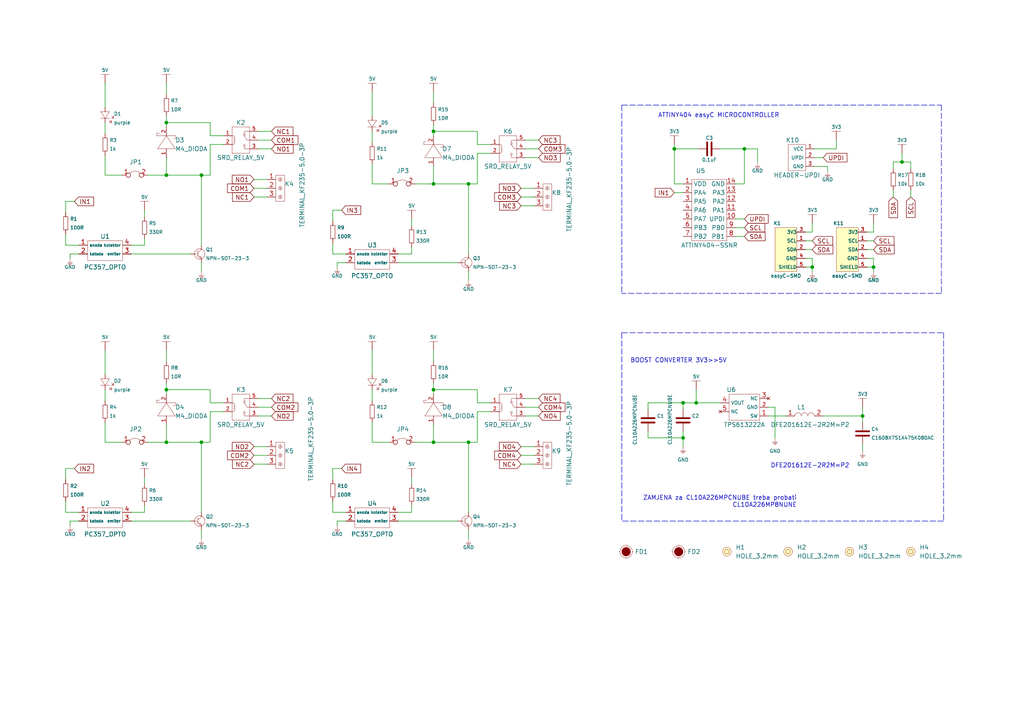
<source format=kicad_sch>
(kicad_sch (version 20210621) (generator eeschema)

  (uuid f742abb4-0d7d-4a68-90b4-0ba5a54d7758)

  (paper "A4")

  (lib_symbols
    (symbol "e-radionica.com schematics:0402LED" (pin_numbers hide) (pin_names (offset 0.254) hide) (in_bom yes) (on_board yes)
      (property "Reference" "D" (id 0) (at -0.635 2.54 0)
        (effects (font (size 1 1)))
      )
      (property "Value" "0402LED" (id 1) (at 0 -2.54 0)
        (effects (font (size 1 1)))
      )
      (property "Footprint" "e-radionica.com footprinti:0402LED" (id 2) (at 0 5.08 0)
        (effects (font (size 1 1)) hide)
      )
      (property "Datasheet" "" (id 3) (at 0 0 0)
        (effects (font (size 1 1)) hide)
      )
      (property "Package" "0402" (id 4) (at 0 0 0)
        (effects (font (size 1.27 1.27)) hide)
      )
      (symbol "0402LED_0_1"
        (polyline
          (pts
            (xy -0.635 1.27)
            (xy 1.27 0)
          )
          (stroke (width 0.0006)) (fill (type none))
        )
        (polyline
          (pts
            (xy 0.635 1.905)
            (xy 1.27 2.54)
          )
          (stroke (width 0.0006)) (fill (type none))
        )
        (polyline
          (pts
            (xy 1.27 1.27)
            (xy 1.27 -1.27)
          )
          (stroke (width 0.0006)) (fill (type none))
        )
        (polyline
          (pts
            (xy 1.905 1.27)
            (xy 2.54 1.905)
          )
          (stroke (width 0.0006)) (fill (type none))
        )
        (polyline
          (pts
            (xy -0.635 1.27)
            (xy -0.635 -1.27)
            (xy 1.27 0)
          )
          (stroke (width 0.0006)) (fill (type none))
        )
        (polyline
          (pts
            (xy 1.27 2.54)
            (xy 0.635 2.54)
            (xy 1.27 1.905)
            (xy 1.27 2.54)
          )
          (stroke (width 0.0006)) (fill (type none))
        )
        (polyline
          (pts
            (xy 2.54 1.905)
            (xy 1.905 1.905)
            (xy 2.54 1.27)
            (xy 2.54 1.905)
          )
          (stroke (width 0.0006)) (fill (type none))
        )
      )
      (symbol "0402LED_1_1"
        (pin passive line (at -1.905 0 0) (length 1.27)
          (name "A" (effects (font (size 1.27 1.27))))
          (number "1" (effects (font (size 1.27 1.27))))
        )
        (pin passive line (at 2.54 0 180) (length 1.27)
          (name "K" (effects (font (size 1.27 1.27))))
          (number "2" (effects (font (size 1.27 1.27))))
        )
      )
    )
    (symbol "e-radionica.com schematics:0402R" (pin_numbers hide) (pin_names (offset 0.254)) (in_bom yes) (on_board yes)
      (property "Reference" "R" (id 0) (at -1.905 1.27 0)
        (effects (font (size 1 1)))
      )
      (property "Value" "0402R" (id 1) (at 0 -1.27 0)
        (effects (font (size 1 1)))
      )
      (property "Footprint" "e-radionica.com footprinti:0402R" (id 2) (at -2.54 1.905 0)
        (effects (font (size 1 1)) hide)
      )
      (property "Datasheet" "" (id 3) (at -2.54 1.905 0)
        (effects (font (size 1 1)) hide)
      )
      (symbol "0402R_0_1"
        (rectangle (start -1.905 -0.635) (end 1.905 -0.6604)
          (stroke (width 0.1)) (fill (type none))
        )
        (rectangle (start -1.905 0.635) (end -1.8796 -0.635)
          (stroke (width 0.1)) (fill (type none))
        )
        (rectangle (start -1.905 0.635) (end 1.905 0.6096)
          (stroke (width 0.1)) (fill (type none))
        )
        (rectangle (start 1.905 0.635) (end 1.9304 -0.635)
          (stroke (width 0.1)) (fill (type none))
        )
      )
      (symbol "0402R_1_1"
        (pin passive line (at -3.175 0 0) (length 1.27)
          (name "~" (effects (font (size 1.27 1.27))))
          (number "1" (effects (font (size 1.27 1.27))))
        )
        (pin passive line (at 3.175 0 180) (length 1.27)
          (name "~" (effects (font (size 1.27 1.27))))
          (number "2" (effects (font (size 1.27 1.27))))
        )
      )
    )
    (symbol "e-radionica.com schematics:0603C" (pin_numbers hide) (pin_names (offset 0.002)) (in_bom yes) (on_board yes)
      (property "Reference" "C" (id 0) (at -0.635 3.175 0)
        (effects (font (size 1 1)))
      )
      (property "Value" "0603C" (id 1) (at 0 -3.175 0)
        (effects (font (size 1 1)))
      )
      (property "Footprint" "e-radionica.com footprinti:0603C" (id 2) (at 0 0 0)
        (effects (font (size 1 1)) hide)
      )
      (property "Datasheet" "" (id 3) (at 0 0 0)
        (effects (font (size 1 1)) hide)
      )
      (symbol "0603C_0_1"
        (polyline
          (pts
            (xy -0.635 1.905)
            (xy -0.635 -1.905)
          )
          (stroke (width 0.5)) (fill (type none))
        )
        (polyline
          (pts
            (xy 0.635 1.905)
            (xy 0.635 -1.905)
          )
          (stroke (width 0.5)) (fill (type none))
        )
      )
      (symbol "0603C_1_1"
        (pin passive line (at -3.175 0 0) (length 2.54)
          (name "~" (effects (font (size 1.27 1.27))))
          (number "1" (effects (font (size 1.27 1.27))))
        )
        (pin passive line (at 3.175 0 180) (length 2.54)
          (name "~" (effects (font (size 1.27 1.27))))
          (number "2" (effects (font (size 1.27 1.27))))
        )
      )
    )
    (symbol "e-radionica.com schematics:0603R" (pin_numbers hide) (pin_names (offset 0.254)) (in_bom yes) (on_board yes)
      (property "Reference" "R" (id 0) (at -1.905 1.905 0)
        (effects (font (size 1 1)))
      )
      (property "Value" "0603R" (id 1) (at 0 -1.905 0)
        (effects (font (size 1 1)))
      )
      (property "Footprint" "e-radionica.com footprinti:0603R" (id 2) (at -0.635 1.905 0)
        (effects (font (size 1 1)) hide)
      )
      (property "Datasheet" "" (id 3) (at -0.635 1.905 0)
        (effects (font (size 1 1)) hide)
      )
      (symbol "0603R_0_1"
        (rectangle (start -1.905 -0.635) (end 1.905 -0.6604)
          (stroke (width 0.1)) (fill (type none))
        )
        (rectangle (start -1.905 0.635) (end -1.8796 -0.635)
          (stroke (width 0.1)) (fill (type none))
        )
        (rectangle (start -1.905 0.635) (end 1.905 0.6096)
          (stroke (width 0.1)) (fill (type none))
        )
        (rectangle (start 1.905 0.635) (end 1.9304 -0.635)
          (stroke (width 0.1)) (fill (type none))
        )
      )
      (symbol "0603R_1_1"
        (pin passive line (at -3.175 0 0) (length 1.27)
          (name "~" (effects (font (size 1.27 1.27))))
          (number "1" (effects (font (size 1.27 1.27))))
        )
        (pin passive line (at 3.175 0 180) (length 1.27)
          (name "~" (effects (font (size 1.27 1.27))))
          (number "2" (effects (font (size 1.27 1.27))))
        )
      )
    )
    (symbol "e-radionica.com schematics:0806L" (in_bom yes) (on_board yes)
      (property "Reference" "L" (id 0) (at 0 1.905 0)
        (effects (font (size 1.27 1.27)))
      )
      (property "Value" "0806L" (id 1) (at 0 -1.27 0)
        (effects (font (size 1.27 1.27)))
      )
      (property "Footprint" "e-radionica.com footprinti:0806L" (id 2) (at 0 -2.54 0)
        (effects (font (size 1.27 1.27)) hide)
      )
      (property "Datasheet" "" (id 3) (at 0 -1.27 0)
        (effects (font (size 1.27 1.27)) hide)
      )
      (symbol "0806L_0_1"
        (arc (start -3.175 0) (end -1.27 0) (radius (at -2.2225 -0.0138) (length 0.9526) (angles 179.2 0.8))
          (stroke (width 0.0006)) (fill (type none))
        )
        (arc (start -1.27 0) (end 0.635 0) (radius (at -0.3175 -0.0138) (length 0.9526) (angles 179.2 0.8))
          (stroke (width 0.0006)) (fill (type none))
        )
        (arc (start 0.635 0) (end 2.54 0) (radius (at 1.5875 -0.0138) (length 0.9526) (angles 179.2 0.8))
          (stroke (width 0.0006)) (fill (type none))
        )
      )
      (symbol "0806L_1_1"
        (pin passive line (at -5.715 0 0) (length 2.54)
          (name "" (effects (font (size 1.27 1.27))))
          (number "1" (effects (font (size 1.27 1.27))))
        )
        (pin passive line (at 5.08 0 180) (length 2.54)
          (name "" (effects (font (size 1.27 1.27))))
          (number "2" (effects (font (size 1.27 1.27))))
        )
      )
    )
    (symbol "e-radionica.com schematics:3V3" (power) (pin_names (offset 0)) (in_bom yes) (on_board yes)
      (property "Reference" "#PWR" (id 0) (at 4.445 0 0)
        (effects (font (size 1 1)) hide)
      )
      (property "Value" "3V3" (id 1) (at 0 3.556 0)
        (effects (font (size 1 1)))
      )
      (property "Footprint" "" (id 2) (at 4.445 3.81 0)
        (effects (font (size 1 1)) hide)
      )
      (property "Datasheet" "" (id 3) (at 4.445 3.81 0)
        (effects (font (size 1 1)) hide)
      )
      (property "ki_keywords" "power-flag" (id 4) (at 0 0 0)
        (effects (font (size 1.27 1.27)) hide)
      )
      (property "ki_description" "Power symbol creates a global label with name \"+3V3\"" (id 5) (at 0 0 0)
        (effects (font (size 1.27 1.27)) hide)
      )
      (symbol "3V3_0_1"
        (polyline
          (pts
            (xy -1.27 2.54)
            (xy 1.27 2.54)
          )
          (stroke (width 0.0006)) (fill (type none))
        )
        (polyline
          (pts
            (xy 0 0)
            (xy 0 2.54)
          )
          (stroke (width 0)) (fill (type none))
        )
      )
      (symbol "3V3_1_1"
        (pin power_in line (at 0 0 90) (length 0) hide
          (name "3V3" (effects (font (size 1.27 1.27))))
          (number "1" (effects (font (size 1.27 1.27))))
        )
      )
    )
    (symbol "e-radionica.com schematics:5V" (power) (pin_names (offset 0)) (in_bom yes) (on_board yes)
      (property "Reference" "#PWR" (id 0) (at 4.445 0 0)
        (effects (font (size 1 1)) hide)
      )
      (property "Value" "5V" (id 1) (at 0 3.556 0)
        (effects (font (size 1 1)))
      )
      (property "Footprint" "" (id 2) (at 4.445 3.81 0)
        (effects (font (size 1 1)) hide)
      )
      (property "Datasheet" "" (id 3) (at 4.445 3.81 0)
        (effects (font (size 1 1)) hide)
      )
      (property "ki_keywords" "power-flag" (id 4) (at 0 0 0)
        (effects (font (size 1.27 1.27)) hide)
      )
      (property "ki_description" "Power symbol creates a global label with name \"+3V3\"" (id 5) (at 0 0 0)
        (effects (font (size 1.27 1.27)) hide)
      )
      (symbol "5V_0_1"
        (polyline
          (pts
            (xy -1.27 2.54)
            (xy 1.27 2.54)
          )
          (stroke (width 0.0006)) (fill (type none))
        )
        (polyline
          (pts
            (xy 0 0)
            (xy 0 2.54)
          )
          (stroke (width 0)) (fill (type none))
        )
      )
      (symbol "5V_1_1"
        (pin power_in line (at 0 0 90) (length 0) hide
          (name "5V" (effects (font (size 1.27 1.27))))
          (number "1" (effects (font (size 1.27 1.27))))
        )
      )
    )
    (symbol "e-radionica.com schematics:ATTINY404-SSNR" (in_bom yes) (on_board yes)
      (property "Reference" "U" (id 0) (at -5.08 10.16 0)
        (effects (font (size 1.27 1.27)))
      )
      (property "Value" "ATTINY404-SSNR" (id 1) (at 0 -10.16 0)
        (effects (font (size 1.27 1.27)))
      )
      (property "Footprint" "e-radionica.com footprinti:SOIC-14" (id 2) (at 0 -11.43 0)
        (effects (font (size 1.27 1.27)) hide)
      )
      (property "Datasheet" "" (id 3) (at 0 -2.54 0)
        (effects (font (size 1.27 1.27)) hide)
      )
      (symbol "ATTINY404-SSNR_0_1"
        (rectangle (start -5.08 8.89) (end 5.08 -8.89)
          (stroke (width 0.0006)) (fill (type none))
        )
      )
      (symbol "ATTINY404-SSNR_1_1"
        (pin power_in line (at -7.62 7.62 0) (length 2.54)
          (name "VDD" (effects (font (size 1.27 1.27))))
          (number "1" (effects (font (size 1.27 1.27))))
        )
        (pin bidirectional line (at 7.62 -2.54 180) (length 2.54)
          (name "UPDI" (effects (font (size 1.27 1.27))))
          (number "10" (effects (font (size 1.27 1.27))))
        )
        (pin bidirectional line (at 7.62 0 180) (length 2.54)
          (name "PA1" (effects (font (size 1.27 1.27))))
          (number "11" (effects (font (size 1.27 1.27))))
        )
        (pin bidirectional line (at 7.62 2.54 180) (length 2.54)
          (name "PA2" (effects (font (size 1.27 1.27))))
          (number "12" (effects (font (size 1.27 1.27))))
        )
        (pin bidirectional line (at 7.62 5.08 180) (length 2.54)
          (name "PA3" (effects (font (size 1.27 1.27))))
          (number "13" (effects (font (size 1.27 1.27))))
        )
        (pin power_in line (at 7.62 7.62 180) (length 2.54)
          (name "GND" (effects (font (size 1.27 1.27))))
          (number "14" (effects (font (size 1.27 1.27))))
        )
        (pin bidirectional line (at -7.62 5.08 0) (length 2.54)
          (name "PA4" (effects (font (size 1.27 1.27))))
          (number "2" (effects (font (size 1.27 1.27))))
        )
        (pin bidirectional line (at -7.62 2.54 0) (length 2.54)
          (name "PA5" (effects (font (size 1.27 1.27))))
          (number "3" (effects (font (size 1.27 1.27))))
        )
        (pin bidirectional line (at -7.62 0 0) (length 2.54)
          (name "PA6" (effects (font (size 1.27 1.27))))
          (number "4" (effects (font (size 1.27 1.27))))
        )
        (pin bidirectional line (at -7.62 -2.54 0) (length 2.54)
          (name "PA7" (effects (font (size 1.27 1.27))))
          (number "5" (effects (font (size 1.27 1.27))))
        )
        (pin bidirectional line (at -7.62 -5.08 0) (length 2.54)
          (name "PB3" (effects (font (size 1.27 1.27))))
          (number "6" (effects (font (size 1.27 1.27))))
        )
        (pin bidirectional line (at -7.62 -7.62 0) (length 2.54)
          (name "PB2" (effects (font (size 1.27 1.27))))
          (number "7" (effects (font (size 1.27 1.27))))
        )
        (pin bidirectional line (at 7.62 -7.62 180) (length 2.54)
          (name "PB1" (effects (font (size 1.27 1.27))))
          (number "8" (effects (font (size 1.27 1.27))))
        )
        (pin bidirectional line (at 7.62 -5.08 180) (length 2.54)
          (name "PB0" (effects (font (size 1.27 1.27))))
          (number "9" (effects (font (size 1.27 1.27))))
        )
      )
    )
    (symbol "e-radionica.com schematics:Fiducial_Stencil" (pin_numbers hide) (pin_names hide) (in_bom yes) (on_board yes)
      (property "Reference" "FD?" (id 0) (at 0 3.048 0)
        (effects (font (size 1.27 1.27)))
      )
      (property "Value" "Fiducial_Stencil" (id 1) (at 0 -2.794 0)
        (effects (font (size 1.27 1.27)) hide)
      )
      (property "Footprint" "e-radionica.com footprinti:FIDUCIAL_1MM_PASTE" (id 2) (at 0 -6.35 0)
        (effects (font (size 1.27 1.27)) hide)
      )
      (property "Datasheet" "" (id 3) (at 0 0 0)
        (effects (font (size 1.27 1.27)) hide)
      )
      (symbol "Fiducial_Stencil_0_1"
        (circle (center 0 0) (radius 1.7961) (stroke (width 0.0006)) (fill (type none)))
        (circle (center 0 0) (radius 1.27) (stroke (width 0.001)) (fill (type outline)))
        (polyline
          (pts
            (xy -1.778 0)
            (xy -2.032 0)
          )
          (stroke (width 0.0006)) (fill (type none))
        )
        (polyline
          (pts
            (xy 0 -1.778)
            (xy 0 -2.032)
          )
          (stroke (width 0.0006)) (fill (type none))
        )
        (polyline
          (pts
            (xy 0 1.778)
            (xy 0 2.032)
          )
          (stroke (width 0.0006)) (fill (type none))
        )
        (polyline
          (pts
            (xy 1.778 0)
            (xy 2.032 0)
          )
          (stroke (width 0.0006)) (fill (type none))
        )
      )
    )
    (symbol "e-radionica.com schematics:GND" (power) (pin_names (offset 0)) (in_bom yes) (on_board yes)
      (property "Reference" "#PWR" (id 0) (at 4.445 0 0)
        (effects (font (size 1 1)) hide)
      )
      (property "Value" "GND" (id 1) (at 0 -2.921 0)
        (effects (font (size 1 1)))
      )
      (property "Footprint" "" (id 2) (at 4.445 3.81 0)
        (effects (font (size 1 1)) hide)
      )
      (property "Datasheet" "" (id 3) (at 4.445 3.81 0)
        (effects (font (size 1 1)) hide)
      )
      (property "ki_keywords" "power-flag" (id 4) (at 0 0 0)
        (effects (font (size 1.27 1.27)) hide)
      )
      (property "ki_description" "Power symbol creates a global label with name \"+3V3\"" (id 5) (at 0 0 0)
        (effects (font (size 1.27 1.27)) hide)
      )
      (symbol "GND_0_1"
        (polyline
          (pts
            (xy -0.762 -1.27)
            (xy 0.762 -1.27)
          )
          (stroke (width 0.0006)) (fill (type none))
        )
        (polyline
          (pts
            (xy -0.635 -1.524)
            (xy 0.635 -1.524)
          )
          (stroke (width 0.0006)) (fill (type none))
        )
        (polyline
          (pts
            (xy -0.381 -1.778)
            (xy 0.381 -1.778)
          )
          (stroke (width 0.0006)) (fill (type none))
        )
        (polyline
          (pts
            (xy -0.127 -2.032)
            (xy 0.127 -2.032)
          )
          (stroke (width 0.0006)) (fill (type none))
        )
        (polyline
          (pts
            (xy 0 0)
            (xy 0 -1.27)
          )
          (stroke (width 0.0006)) (fill (type none))
        )
      )
      (symbol "GND_1_1"
        (pin power_in line (at 0 0 270) (length 0) hide
          (name "GND" (effects (font (size 1.27 1.27))))
          (number "1" (effects (font (size 1.27 1.27))))
        )
      )
    )
    (symbol "e-radionica.com schematics:HEADER-UPDI" (in_bom yes) (on_board yes)
      (property "Reference" "K" (id 0) (at -1.27 5.08 0)
        (effects (font (size 1.27 1.27)))
      )
      (property "Value" "HEADER-UPDI" (id 1) (at 0 -5.08 0)
        (effects (font (size 1.27 1.27)))
      )
      (property "Footprint" "e-radionica.com footprinti:HEADER-UPDI" (id 2) (at 2.54 -7.62 0)
        (effects (font (size 1.27 1.27)) hide)
      )
      (property "Datasheet" "" (id 3) (at 2.54 0 0)
        (effects (font (size 1.27 1.27)) hide)
      )
      (symbol "HEADER-UPDI_0_1"
        (rectangle (start -2.54 3.81) (end 2.54 -3.81)
          (stroke (width 0.0006)) (fill (type none))
        )
      )
      (symbol "HEADER-UPDI_1_1"
        (pin power_in line (at 5.08 2.54 180) (length 2.54)
          (name "VCC" (effects (font (size 1 1))))
          (number "1" (effects (font (size 1 1))))
        )
        (pin bidirectional line (at 5.08 0 180) (length 2.54)
          (name "UPDI" (effects (font (size 1 1))))
          (number "2" (effects (font (size 1 1))))
        )
        (pin power_in line (at 5.08 -2.54 180) (length 2.54)
          (name "GND" (effects (font (size 1 1))))
          (number "3" (effects (font (size 1 1))))
        )
      )
    )
    (symbol "e-radionica.com schematics:HOLE_3.2mm" (pin_numbers hide) (pin_names hide) (in_bom yes) (on_board yes)
      (property "Reference" "H" (id 0) (at 0 2.54 0)
        (effects (font (size 1.27 1.27)))
      )
      (property "Value" "HOLE_3.2mm" (id 1) (at 0 -2.54 0)
        (effects (font (size 1.27 1.27)))
      )
      (property "Footprint" "e-radionica.com footprinti:HOLE_3.2mm" (id 2) (at 0 0 0)
        (effects (font (size 1.27 1.27)) hide)
      )
      (property "Datasheet" "" (id 3) (at 0 0 0)
        (effects (font (size 1.27 1.27)) hide)
      )
      (symbol "HOLE_3.2mm_0_1"
        (circle (center 0 0) (radius 0.635) (stroke (width 0.0006)) (fill (type none)))
        (circle (center 0 0) (radius 1.27) (stroke (width 0.001)) (fill (type background)))
      )
    )
    (symbol "e-radionica.com schematics:M4_DIODA" (pin_names hide) (in_bom yes) (on_board yes)
      (property "Reference" "D" (id 0) (at 0 3.81 0)
        (effects (font (size 1.27 1.27)))
      )
      (property "Value" "M4_DIODA" (id 1) (at 0 -4.572 0)
        (effects (font (size 1.27 1.27)))
      )
      (property "Footprint" "e-radionica.com footprinti:M4_DIODA" (id 2) (at 0 -6.35 0)
        (effects (font (size 1.27 1.27)) hide)
      )
      (property "Datasheet" "" (id 3) (at 0 0 0)
        (effects (font (size 1.27 1.27)) hide)
      )
      (symbol "M4_DIODA_0_1"
        (polyline
          (pts
            (xy -2.54 2.54)
            (xy -2.54 -2.54)
            (xy 1.27 0)
            (xy -2.54 2.54)
          )
          (stroke (width 0.0006)) (fill (type none))
        )
        (polyline
          (pts
            (xy 1.27 2.794)
            (xy 1.27 -2.794)
            (xy 0.508 -2.794)
            (xy 0.508 -2.032)
          )
          (stroke (width 0.0006)) (fill (type none))
        )
        (polyline
          (pts
            (xy 1.27 2.794)
            (xy 2.032 2.794)
            (xy 2.032 2.032)
            (xy 2.032 2.54)
          )
          (stroke (width 0.0006)) (fill (type none))
        )
      )
      (symbol "M4_DIODA_1_1"
        (pin passive line (at -5.08 0 0) (length 2.54)
          (name "A" (effects (font (size 1 1))))
          (number "1" (effects (font (size 1 1))))
        )
        (pin passive line (at 3.81 0 180) (length 2.54)
          (name "K" (effects (font (size 1 1))))
          (number "2" (effects (font (size 1 1))))
        )
      )
    )
    (symbol "e-radionica.com schematics:NPN-SOT-23-3" (pin_numbers hide) (pin_names hide) (in_bom yes) (on_board yes)
      (property "Reference" "Q" (id 0) (at -2.286 2.921 0)
        (effects (font (size 1 1)))
      )
      (property "Value" "NPN-SOT-23-3" (id 1) (at 0 -3.81 0)
        (effects (font (size 1 1)))
      )
      (property "Footprint" "e-radionica.com footprinti:SOT-23-3" (id 2) (at 0 0 0)
        (effects (font (size 1 1)) hide)
      )
      (property "Datasheet" "" (id 3) (at 0 0 0)
        (effects (font (size 1 1)) hide)
      )
      (symbol "NPN-SOT-23-3_0_1"
        (circle (center -0.508 0) (radius 1.524) (stroke (width 0.0006)) (fill (type none)))
        (polyline
          (pts
            (xy -2.032 0)
            (xy -1.016 0)
          )
          (stroke (width 0.0006)) (fill (type none))
        )
        (polyline
          (pts
            (xy -1.016 -0.381)
            (xy -0.4064 -0.9144)
          )
          (stroke (width 0.1)) (fill (type none))
        )
        (polyline
          (pts
            (xy -1.016 0.381)
            (xy 0 1.27)
          )
          (stroke (width 0.0006)) (fill (type none))
        )
        (polyline
          (pts
            (xy -1.016 1.016)
            (xy -1.016 -1.016)
          )
          (stroke (width 0.0006)) (fill (type none))
        )
        (polyline
          (pts
            (xy -0.6096 -1.1684)
            (xy -0.2032 -0.6604)
            (xy 0 -1.27)
            (xy -0.6096 -1.1684)
          )
          (stroke (width 0.0006)) (fill (type none))
        )
      )
      (symbol "NPN-SOT-23-3_1_1"
        (pin passive line (at -3.175 0 0) (length 1.27)
          (name "B" (effects (font (size 1 1))))
          (number "1" (effects (font (size 1 1))))
        )
        (pin passive line (at 0 -2.54 90) (length 1.27)
          (name "E" (effects (font (size 1 1))))
          (number "2" (effects (font (size 1 1))))
        )
        (pin passive line (at 0 2.54 270) (length 1.27)
          (name "C" (effects (font (size 1 1))))
          (number "3" (effects (font (size 1 1))))
        )
      )
    )
    (symbol "e-radionica.com schematics:PC357_OPTO" (in_bom yes) (on_board yes)
      (property "Reference" "U" (id 0) (at 0 5.08 0)
        (effects (font (size 1.27 1.27)))
      )
      (property "Value" "PC357_OPTO" (id 1) (at 0 -5.08 0)
        (effects (font (size 1.27 1.27)))
      )
      (property "Footprint" "e-radionica.com footprinti:PC357_OPTO" (id 2) (at 0 0 0)
        (effects (font (size 1.27 1.27)) hide)
      )
      (property "Datasheet" "" (id 3) (at 0 0 0)
        (effects (font (size 1.27 1.27)) hide)
      )
      (symbol "PC357_OPTO_0_1"
        (rectangle (start -5.08 2.54) (end 5.08 -3.175)
          (stroke (width 0.0006)) (fill (type none))
        )
      )
      (symbol "PC357_OPTO_1_1"
        (pin passive line (at -7.62 1.27 0) (length 2.54)
          (name "anoda" (effects (font (size 0.8 0.8))))
          (number "1" (effects (font (size 1.27 1.27))))
        )
        (pin passive line (at -7.62 -1.27 0) (length 2.54)
          (name "katoda" (effects (font (size 0.8 0.8))))
          (number "2" (effects (font (size 1.27 1.27))))
        )
        (pin passive line (at 7.62 -1.27 180) (length 2.54)
          (name "emiter" (effects (font (size 0.8 0.8))))
          (number "3" (effects (font (size 1.27 1.27))))
        )
        (pin passive line (at 7.62 1.27 180) (length 2.54)
          (name "kolektor" (effects (font (size 0.8 0.8))))
          (number "4" (effects (font (size 1.27 1.27))))
        )
      )
    )
    (symbol "e-radionica.com schematics:SMD-JUMPER-CONNECTED_TRACE_NOSLODERMASK" (in_bom yes) (on_board yes)
      (property "Reference" "JP" (id 0) (at 0 3.556 0)
        (effects (font (size 1.27 1.27)))
      )
      (property "Value" "SMD-JUMPER-CONNECTED_TRACE_NOSLODERMASK" (id 1) (at 0 -2.54 0)
        (effects (font (size 1.27 1.27)))
      )
      (property "Footprint" "e-radionica.com footprinti:SMD-JUMPER-CONNECTED_TRACE_NOSLODERMASK" (id 2) (at 0 0 0)
        (effects (font (size 1.27 1.27)) hide)
      )
      (property "Datasheet" "" (id 3) (at 0 0 0)
        (effects (font (size 1.27 1.27)) hide)
      )
      (symbol "SMD-JUMPER-CONNECTED_TRACE_NOSLODERMASK_0_1"
        (arc (start -1.8034 0.5588) (end 1.397 0.5842) (radius (at -0.1875 -1.4124) (length 2.5489) (angles 129.3 51.6))
          (stroke (width 0.0006)) (fill (type none))
        )
      )
      (symbol "SMD-JUMPER-CONNECTED_TRACE_NOSLODERMASK_1_1"
        (pin passive inverted (at -4.064 0 0) (length 2.54)
          (name "" (effects (font (size 1.27 1.27))))
          (number "1" (effects (font (size 1.27 1.27))))
        )
        (pin passive inverted (at 3.556 0 180) (length 2.54)
          (name "" (effects (font (size 1.27 1.27))))
          (number "2" (effects (font (size 1.27 1.27))))
        )
      )
    )
    (symbol "e-radionica.com schematics:SRD_RELAY_5V" (in_bom yes) (on_board yes)
      (property "Reference" "K" (id 0) (at 0 3.81 0)
        (effects (font (size 1.27 1.27)))
      )
      (property "Value" "SRD_RELAY_5V" (id 1) (at 0 -6.35 0)
        (effects (font (size 1.27 1.27)))
      )
      (property "Footprint" "e-radionica.com footprinti:SRD_RELAY_5V" (id 2) (at 1.27 -8.89 0)
        (effects (font (size 1.27 1.27)) hide)
      )
      (property "Datasheet" "" (id 3) (at 0 0 0)
        (effects (font (size 1.27 1.27)) hide)
      )
      (symbol "SRD_RELAY_5V_0_1"
        (arc (start -1.9929 -0.9525) (end -1.9929 -0.3175) (radius (at -2.032 -0.635) (length 0.3199) (angles -83 83))
          (stroke (width 0.0006)) (fill (type none))
        )
        (arc (start -1.9929 -0.3175) (end -1.9929 0.3175) (radius (at -2.032 0) (length 0.3199) (angles -83 83))
          (stroke (width 0.0006)) (fill (type none))
        )
        (arc (start -1.9929 0.3175) (end -1.9929 0.9525) (radius (at -2.032 0.635) (length 0.3199) (angles -83 83))
          (stroke (width 0.0006)) (fill (type none))
        )
        (circle (center 1.016 -1.524) (radius 0.254) (stroke (width 0.0008)) (fill (type none)))
        (circle (center 1.016 1.524) (radius 0.254) (stroke (width 0.0006)) (fill (type none)))
        (rectangle (start 2.54 3.81) (end -2.54 -3.81)
          (stroke (width 0.0006)) (fill (type none))
        )
        (polyline
          (pts
            (xy -2.54 -1.27)
            (xy -2.032 -1.27)
            (xy -2.032 -1.016)
          )
          (stroke (width 0.0006)) (fill (type none))
        )
        (polyline
          (pts
            (xy -2.54 1.27)
            (xy -2.032 1.27)
            (xy -2.032 1.016)
          )
          (stroke (width 0.0006)) (fill (type none))
        )
        (polyline
          (pts
            (xy 2.54 0)
            (xy 1.778 0)
            (xy 1.016 1.27)
          )
          (stroke (width 0.0006)) (fill (type none))
        )
        (polyline
          (pts
            (xy 2.54 2.54)
            (xy 1.016 2.54)
            (xy 1.016 1.778)
          )
          (stroke (width 0.0006)) (fill (type none))
        )
        (polyline
          (pts
            (xy 2.54 -2.54)
            (xy 2.032 -2.54)
            (xy 1.016 -2.54)
            (xy 1.016 -1.778)
          )
          (stroke (width 0.0006)) (fill (type none))
        )
      )
      (symbol "SRD_RELAY_5V_1_1"
        (pin passive line (at -5.08 1.27 0) (length 2.54)
          (name "" (effects (font (size 1 1))))
          (number "1" (effects (font (size 1 1))))
        )
        (pin passive line (at -5.08 -1.27 0) (length 2.54)
          (name "" (effects (font (size 1 1))))
          (number "2" (effects (font (size 1 1))))
        )
        (pin passive line (at 5.08 -2.54 180) (length 2.54)
          (name "" (effects (font (size 1 1))))
          (number "3" (effects (font (size 1 1))))
        )
        (pin passive line (at 5.08 0 180) (length 2.54)
          (name "" (effects (font (size 1 1))))
          (number "4" (effects (font (size 1 1))))
        )
        (pin passive line (at 5.08 2.54 180) (length 2.54)
          (name "" (effects (font (size 1 1))))
          (number "5" (effects (font (size 1 1))))
        )
      )
    )
    (symbol "e-radionica.com schematics:TERMINAL_KF235-5.0-3P" (in_bom yes) (on_board yes)
      (property "Reference" "K" (id 0) (at 0 5.08 0)
        (effects (font (size 1.27 1.27)))
      )
      (property "Value" "TERMINAL_KF235-5.0-3P" (id 1) (at 0 -5.08 0)
        (effects (font (size 1.27 1.27)))
      )
      (property "Footprint" "e-radionica.com footprinti:TERMINAL_KF235-5.0-3P" (id 2) (at 0 -7.62 0)
        (effects (font (size 1.27 1.27)) hide)
      )
      (property "Datasheet" "" (id 3) (at 0 0 0)
        (effects (font (size 1.27 1.27)) hide)
      )
      (symbol "TERMINAL_KF235-5.0-3P_0_1"
        (circle (center 0 -2.54) (radius 0.508) (stroke (width 0.0006)) (fill (type none)))
        (circle (center 0 0) (radius 0.508) (stroke (width 0.0006)) (fill (type none)))
        (circle (center 0 2.54) (radius 0.508) (stroke (width 0.0006)) (fill (type none)))
        (rectangle (start -1.27 3.81) (end 1.27 -3.81)
          (stroke (width 0.0006)) (fill (type none))
        )
        (polyline
          (pts
            (xy -0.254 -2.54)
            (xy 0.254 -2.54)
          )
          (stroke (width 0.0006)) (fill (type none))
        )
        (polyline
          (pts
            (xy -0.254 0)
            (xy 0.254 0)
          )
          (stroke (width 0.0006)) (fill (type none))
        )
        (polyline
          (pts
            (xy -0.254 2.54)
            (xy 0.254 2.54)
          )
          (stroke (width 0.0006)) (fill (type none))
        )
        (polyline
          (pts
            (xy 0 -2.032)
            (xy 0 -3.048)
          )
          (stroke (width 0.0006)) (fill (type none))
        )
        (polyline
          (pts
            (xy 0 0.508)
            (xy 0 -0.508)
          )
          (stroke (width 0.0006)) (fill (type none))
        )
        (polyline
          (pts
            (xy 0 3.048)
            (xy 0 2.032)
          )
          (stroke (width 0.0006)) (fill (type none))
        )
      )
      (symbol "TERMINAL_KF235-5.0-3P_1_1"
        (pin input line (at -3.81 2.54 0) (length 2.54)
          (name "~" (effects (font (size 1.27 1.27))))
          (number "1" (effects (font (size 1.27 1.27))))
        )
        (pin input line (at -3.81 0 0) (length 2.54)
          (name "~" (effects (font (size 1.27 1.27))))
          (number "2" (effects (font (size 1.27 1.27))))
        )
        (pin input line (at -3.81 -2.54 0) (length 2.54)
          (name "~" (effects (font (size 1.27 1.27))))
          (number "3" (effects (font (size 1.27 1.27))))
        )
      )
    )
    (symbol "e-radionica.com schematics:TPS613222A" (in_bom yes) (on_board yes)
      (property "Reference" "U" (id 0) (at 0 5.08 0)
        (effects (font (size 1.27 1.27)))
      )
      (property "Value" "TPS613222A" (id 1) (at 0 -5.08 0)
        (effects (font (size 1.27 1.27)))
      )
      (property "Footprint" "e-radionica.com footprinti:tps613222a" (id 2) (at -0.635 0 0)
        (effects (font (size 1.27 1.27)) hide)
      )
      (property "Datasheet" "" (id 3) (at -0.635 0 0)
        (effects (font (size 1.27 1.27)) hide)
      )
      (symbol "TPS613222A_0_1"
        (rectangle (start -4.445 3.81) (end 4.445 -3.81)
          (stroke (width 0.0006)) (fill (type none))
        )
      )
      (symbol "TPS613222A_1_1"
        (pin passive line (at 6.985 -2.54 180) (length 2.54)
          (name "SW" (effects (font (size 1 1))))
          (number "1" (effects (font (size 1.27 1.27))))
        )
        (pin passive line (at 6.985 0 180) (length 2.54)
          (name "GND" (effects (font (size 1 1))))
          (number "2" (effects (font (size 1 1))))
        )
        (pin no_connect line (at 6.985 2.54 180) (length 2.54)
          (name "NC" (effects (font (size 1 1))))
          (number "3" (effects (font (size 1.27 1.27))))
        )
        (pin passive line (at -6.985 1.27 0) (length 2.54)
          (name "VOUT" (effects (font (size 1 1))))
          (number "4" (effects (font (size 1.27 1.27))))
        )
        (pin no_connect line (at -6.985 -1.27 0) (length 2.54)
          (name "NC" (effects (font (size 1 1))))
          (number "5" (effects (font (size 1.27 1.27))))
        )
      )
    )
    (symbol "e-radionica.com schematics:easyC-SMD" (pin_names (offset 0.002)) (in_bom yes) (on_board yes)
      (property "Reference" "K" (id 0) (at -2.54 10.16 0)
        (effects (font (size 1 1)))
      )
      (property "Value" "easyC-SMD" (id 1) (at 0 -5.08 0)
        (effects (font (size 1 1)))
      )
      (property "Footprint" "e-radionica.com footprinti:easyC-connector" (id 2) (at 3.175 2.54 0)
        (effects (font (size 1 1)) hide)
      )
      (property "Datasheet" "" (id 3) (at 3.175 2.54 0)
        (effects (font (size 1 1)) hide)
      )
      (symbol "easyC-SMD_0_1"
        (rectangle (start -3.175 8.89) (end 3.175 -3.81)
          (stroke (width 0.001)) (fill (type background))
        )
      )
      (symbol "easyC-SMD_1_1"
        (pin passive line (at 5.715 5.08 180) (length 2.54)
          (name "SCL" (effects (font (size 1 1))))
          (number "1" (effects (font (size 1 1))))
        )
        (pin passive line (at 5.715 2.54 180) (length 2.54)
          (name "SDA" (effects (font (size 1 1))))
          (number "2" (effects (font (size 1 1))))
        )
        (pin passive line (at 5.715 7.62 180) (length 2.54)
          (name "3V3" (effects (font (size 1 1))))
          (number "3" (effects (font (size 1 1))))
        )
        (pin passive line (at 5.715 0 180) (length 2.54)
          (name "GND" (effects (font (size 1 1))))
          (number "4" (effects (font (size 1 1))))
        )
        (pin passive line (at 5.715 -2.54 180) (length 2.54)
          (name "SHIELD" (effects (font (size 1 1))))
          (number "5" (effects (font (size 1 1))))
        )
      )
    )
  )

  (junction (at 48.26 35.56) (diameter 0.9144) (color 0 0 0 0))
  (junction (at 48.26 50.8) (diameter 0.9144) (color 0 0 0 0))
  (junction (at 48.26 113.03) (diameter 0.9144) (color 0 0 0 0))
  (junction (at 48.26 128.27) (diameter 0.9144) (color 0 0 0 0))
  (junction (at 58.42 50.8) (diameter 0.9144) (color 0 0 0 0))
  (junction (at 58.42 128.27) (diameter 0.9144) (color 0 0 0 0))
  (junction (at 125.73 38.1) (diameter 0.9144) (color 0 0 0 0))
  (junction (at 125.73 53.34) (diameter 0.9144) (color 0 0 0 0))
  (junction (at 125.73 113.03) (diameter 0.9144) (color 0 0 0 0))
  (junction (at 125.73 128.27) (diameter 0.9144) (color 0 0 0 0))
  (junction (at 135.89 53.34) (diameter 0.9144) (color 0 0 0 0))
  (junction (at 135.89 128.27) (diameter 0.9144) (color 0 0 0 0))
  (junction (at 195.58 43.18) (diameter 0.9144) (color 0 0 0 0))
  (junction (at 198.12 116.84) (diameter 0.9144) (color 0 0 0 0))
  (junction (at 198.12 127) (diameter 0.9144) (color 0 0 0 0))
  (junction (at 201.93 116.84) (diameter 0.9144) (color 0 0 0 0))
  (junction (at 215.9 43.18) (diameter 0.9144) (color 0 0 0 0))
  (junction (at 235.585 77.47) (diameter 0.9144) (color 0 0 0 0))
  (junction (at 250.19 120.65) (diameter 0.9144) (color 0 0 0 0))
  (junction (at 253.365 77.47) (diameter 0.9144) (color 0 0 0 0))
  (junction (at 261.62 46.99) (diameter 0.9144) (color 0 0 0 0))

  (wire (pts (xy 19.05 58.42) (xy 21.59 58.42))
    (stroke (width 0) (type solid) (color 0 0 0 0))
    (uuid f8c5fa9c-0511-4109-adf8-4b0560a762b5)
  )
  (wire (pts (xy 19.05 61.595) (xy 19.05 58.42))
    (stroke (width 0) (type solid) (color 0 0 0 0))
    (uuid b190f838-b97f-4071-9fad-de2e63e32406)
  )
  (wire (pts (xy 19.05 71.12) (xy 19.05 67.945))
    (stroke (width 0) (type solid) (color 0 0 0 0))
    (uuid ec2f5165-cb5f-4aa2-8d58-30a6000519ee)
  )
  (wire (pts (xy 19.05 135.89) (xy 21.59 135.89))
    (stroke (width 0) (type solid) (color 0 0 0 0))
    (uuid cbaa1f05-7eae-4a54-93d0-c1cb830afbb3)
  )
  (wire (pts (xy 19.05 139.065) (xy 19.05 135.89))
    (stroke (width 0) (type solid) (color 0 0 0 0))
    (uuid 52bb9157-e084-4411-aec8-cd00d4edbafe)
  )
  (wire (pts (xy 19.05 148.59) (xy 19.05 145.415))
    (stroke (width 0) (type solid) (color 0 0 0 0))
    (uuid 7c9e63fd-a63d-41a9-b209-052685f2ca8b)
  )
  (wire (pts (xy 20.32 73.66) (xy 20.32 74.93))
    (stroke (width 0) (type solid) (color 0 0 0 0))
    (uuid c11a8b89-fb47-4c71-8c80-efc922974428)
  )
  (wire (pts (xy 20.32 151.13) (xy 20.32 152.4))
    (stroke (width 0) (type solid) (color 0 0 0 0))
    (uuid a2bcb90a-68b1-44b9-a133-8f63a82849c6)
  )
  (wire (pts (xy 22.86 71.12) (xy 19.05 71.12))
    (stroke (width 0) (type solid) (color 0 0 0 0))
    (uuid f5ce32f8-7322-403b-a6bd-1744ded0e06d)
  )
  (wire (pts (xy 22.86 73.66) (xy 20.32 73.66))
    (stroke (width 0) (type solid) (color 0 0 0 0))
    (uuid 13138dac-513e-488f-b8b0-5b9acef07a72)
  )
  (wire (pts (xy 22.86 148.59) (xy 19.05 148.59))
    (stroke (width 0) (type solid) (color 0 0 0 0))
    (uuid fa097118-1f88-4050-9de7-2f28306503d2)
  )
  (wire (pts (xy 22.86 151.13) (xy 20.32 151.13))
    (stroke (width 0) (type solid) (color 0 0 0 0))
    (uuid 4f31489a-39c5-44bd-8590-0d4cd12ec037)
  )
  (wire (pts (xy 30.48 24.13) (xy 30.48 31.115))
    (stroke (width 0) (type solid) (color 0 0 0 0))
    (uuid 76122bc2-8e72-4a55-8b31-af9493c00270)
  )
  (wire (pts (xy 30.48 35.56) (xy 30.48 38.735))
    (stroke (width 0) (type solid) (color 0 0 0 0))
    (uuid 2e751c4a-4abf-4224-97c4-ba6478a6c6f1)
  )
  (wire (pts (xy 30.48 45.085) (xy 30.48 50.8))
    (stroke (width 0) (type solid) (color 0 0 0 0))
    (uuid 7f5d73fe-e6dd-453a-863c-d0fc611188ef)
  )
  (wire (pts (xy 30.48 50.8) (xy 35.306 50.8))
    (stroke (width 0) (type solid) (color 0 0 0 0))
    (uuid 75b586a4-325f-4b43-8bee-d800ce26f6e2)
  )
  (wire (pts (xy 30.48 101.6) (xy 30.48 108.585))
    (stroke (width 0) (type solid) (color 0 0 0 0))
    (uuid 3f615b20-e245-4b4e-802a-e9132e260a11)
  )
  (wire (pts (xy 30.48 113.03) (xy 30.48 116.205))
    (stroke (width 0) (type solid) (color 0 0 0 0))
    (uuid c365b366-d735-4a87-ba4a-c1523a63bfdc)
  )
  (wire (pts (xy 30.48 122.555) (xy 30.48 128.27))
    (stroke (width 0) (type solid) (color 0 0 0 0))
    (uuid 39391b04-8802-4895-be2e-f87be4707d14)
  )
  (wire (pts (xy 30.48 128.27) (xy 35.306 128.27))
    (stroke (width 0) (type solid) (color 0 0 0 0))
    (uuid 65e2a7c5-7202-470c-bf1d-4d181b78e158)
  )
  (wire (pts (xy 38.1 71.12) (xy 41.91 71.12))
    (stroke (width 0) (type solid) (color 0 0 0 0))
    (uuid c1571810-a6a5-4cd0-909d-b00f5c63bac1)
  )
  (wire (pts (xy 38.1 73.66) (xy 55.245 73.66))
    (stroke (width 0) (type solid) (color 0 0 0 0))
    (uuid 6a4b83e0-5607-458a-9a58-c479aa60fcdd)
  )
  (wire (pts (xy 38.1 148.59) (xy 41.91 148.59))
    (stroke (width 0) (type solid) (color 0 0 0 0))
    (uuid 5e87963d-ed84-4089-88f9-7076427c3a13)
  )
  (wire (pts (xy 38.1 151.13) (xy 55.245 151.13))
    (stroke (width 0) (type solid) (color 0 0 0 0))
    (uuid fac21151-41d7-41de-a914-83ae3e59d80e)
  )
  (wire (pts (xy 41.91 60.96) (xy 41.91 62.865))
    (stroke (width 0) (type solid) (color 0 0 0 0))
    (uuid 7a96f93e-654c-4aac-939f-ada28cd99f17)
  )
  (wire (pts (xy 41.91 69.215) (xy 41.91 71.12))
    (stroke (width 0) (type solid) (color 0 0 0 0))
    (uuid 20ced240-f085-4070-b439-6880d524155f)
  )
  (wire (pts (xy 41.91 138.43) (xy 41.91 140.335))
    (stroke (width 0) (type solid) (color 0 0 0 0))
    (uuid 8033ba4a-31a4-4eac-967a-9614326cca88)
  )
  (wire (pts (xy 41.91 146.685) (xy 41.91 148.59))
    (stroke (width 0) (type solid) (color 0 0 0 0))
    (uuid 5114f870-3123-4c8b-bb88-c5b61daba4c2)
  )
  (wire (pts (xy 42.926 50.8) (xy 48.26 50.8))
    (stroke (width 0) (type solid) (color 0 0 0 0))
    (uuid 74c08f20-1cf6-422c-8666-1c5c886d60ef)
  )
  (wire (pts (xy 42.926 128.27) (xy 48.26 128.27))
    (stroke (width 0) (type solid) (color 0 0 0 0))
    (uuid 27942576-11ea-4335-94b6-b0a68b9a77b4)
  )
  (wire (pts (xy 48.26 24.13) (xy 48.26 27.305))
    (stroke (width 0) (type solid) (color 0 0 0 0))
    (uuid d7c8b466-d04b-4712-a693-d6ac70088299)
  )
  (wire (pts (xy 48.26 33.655) (xy 48.26 35.56))
    (stroke (width 0) (type solid) (color 0 0 0 0))
    (uuid 4f3cf0f3-70e1-492f-9b29-8ba7c7a5e978)
  )
  (wire (pts (xy 48.26 35.56) (xy 48.26 36.83))
    (stroke (width 0) (type solid) (color 0 0 0 0))
    (uuid b3f7c793-2c2d-4659-b51f-89132f223e19)
  )
  (wire (pts (xy 48.26 35.56) (xy 60.96 35.56))
    (stroke (width 0) (type solid) (color 0 0 0 0))
    (uuid 379049e2-5e7d-48ec-b07f-360961e909b6)
  )
  (wire (pts (xy 48.26 50.8) (xy 48.26 45.72))
    (stroke (width 0) (type solid) (color 0 0 0 0))
    (uuid 7a4d9d75-ad34-46ba-93f5-fb4aaa19aca2)
  )
  (wire (pts (xy 48.26 50.8) (xy 58.42 50.8))
    (stroke (width 0) (type solid) (color 0 0 0 0))
    (uuid f49e09a5-e5ff-4bde-855b-ba65b95e26c3)
  )
  (wire (pts (xy 48.26 101.6) (xy 48.26 104.775))
    (stroke (width 0) (type solid) (color 0 0 0 0))
    (uuid 8c5ced6a-a25f-4118-9c07-56bc164cea94)
  )
  (wire (pts (xy 48.26 111.125) (xy 48.26 113.03))
    (stroke (width 0) (type solid) (color 0 0 0 0))
    (uuid 98042185-a10d-4c5b-835f-ab69e1df0e97)
  )
  (wire (pts (xy 48.26 113.03) (xy 48.26 114.3))
    (stroke (width 0) (type solid) (color 0 0 0 0))
    (uuid 6d9e8e8c-7bae-4684-bde5-a469526bb6d5)
  )
  (wire (pts (xy 48.26 113.03) (xy 60.96 113.03))
    (stroke (width 0) (type solid) (color 0 0 0 0))
    (uuid d6e3baa2-4bfd-4000-9fba-6c7e340e3ec3)
  )
  (wire (pts (xy 48.26 128.27) (xy 48.26 123.19))
    (stroke (width 0) (type solid) (color 0 0 0 0))
    (uuid 975ce209-7b24-4055-bbd7-27b08c9052a3)
  )
  (wire (pts (xy 48.26 128.27) (xy 58.42 128.27))
    (stroke (width 0) (type solid) (color 0 0 0 0))
    (uuid 0fd0c160-a69a-4ee9-b3d5-dab6bb849ba7)
  )
  (wire (pts (xy 58.42 50.8) (xy 58.42 71.12))
    (stroke (width 0) (type solid) (color 0 0 0 0))
    (uuid e47fc33e-819d-4c00-8b96-1cd3a7329b9a)
  )
  (wire (pts (xy 58.42 50.8) (xy 60.96 50.8))
    (stroke (width 0) (type solid) (color 0 0 0 0))
    (uuid f2257607-3d94-471c-89d8-1bbefe99ec0f)
  )
  (wire (pts (xy 58.42 76.2) (xy 58.42 78.74))
    (stroke (width 0) (type solid) (color 0 0 0 0))
    (uuid 558165c2-0e51-44c2-bb16-93b8c2886fec)
  )
  (wire (pts (xy 58.42 128.27) (xy 58.42 148.59))
    (stroke (width 0) (type solid) (color 0 0 0 0))
    (uuid 2500458f-858f-4c29-a29d-2b6c07c7f838)
  )
  (wire (pts (xy 58.42 128.27) (xy 60.96 128.27))
    (stroke (width 0) (type solid) (color 0 0 0 0))
    (uuid e7d17301-bb84-44a3-940e-3785315bc874)
  )
  (wire (pts (xy 58.42 153.67) (xy 58.42 156.21))
    (stroke (width 0) (type solid) (color 0 0 0 0))
    (uuid ef204542-72dd-4f83-bbd6-b864730929ab)
  )
  (wire (pts (xy 60.96 39.37) (xy 60.96 35.56))
    (stroke (width 0) (type solid) (color 0 0 0 0))
    (uuid a6bf38dc-52ee-4e5f-acab-94d5e16efdaf)
  )
  (wire (pts (xy 60.96 41.91) (xy 60.96 50.8))
    (stroke (width 0) (type solid) (color 0 0 0 0))
    (uuid bccdd472-2fe6-405f-9039-b78f24acb2c5)
  )
  (wire (pts (xy 60.96 116.84) (xy 60.96 113.03))
    (stroke (width 0) (type solid) (color 0 0 0 0))
    (uuid 59f902ae-a303-4a32-b445-ece4f621e0e3)
  )
  (wire (pts (xy 60.96 119.38) (xy 60.96 128.27))
    (stroke (width 0) (type solid) (color 0 0 0 0))
    (uuid 974c1f28-041d-4ba5-bab7-579c1675d790)
  )
  (wire (pts (xy 64.77 39.37) (xy 60.96 39.37))
    (stroke (width 0) (type solid) (color 0 0 0 0))
    (uuid 97553109-7b97-451c-9bac-4ae724423499)
  )
  (wire (pts (xy 64.77 41.91) (xy 60.96 41.91))
    (stroke (width 0) (type solid) (color 0 0 0 0))
    (uuid 5c841e89-62ab-4152-87db-822df4da9de1)
  )
  (wire (pts (xy 64.77 116.84) (xy 60.96 116.84))
    (stroke (width 0) (type solid) (color 0 0 0 0))
    (uuid 9cb56759-e996-4924-8497-50010dfabdbf)
  )
  (wire (pts (xy 64.77 119.38) (xy 60.96 119.38))
    (stroke (width 0) (type solid) (color 0 0 0 0))
    (uuid 4218ab79-ca41-45d4-80da-6d21e3d467bf)
  )
  (wire (pts (xy 73.66 52.07) (xy 77.47 52.07))
    (stroke (width 0) (type solid) (color 0 0 0 0))
    (uuid 7b4b6acb-e082-4eb9-a996-2e1f045fcb41)
  )
  (wire (pts (xy 73.66 54.61) (xy 77.47 54.61))
    (stroke (width 0) (type solid) (color 0 0 0 0))
    (uuid a3b279b5-e702-4723-96bf-a67939063b97)
  )
  (wire (pts (xy 73.66 57.15) (xy 77.47 57.15))
    (stroke (width 0) (type solid) (color 0 0 0 0))
    (uuid ac9e051f-1017-496f-8bc0-4e7979abbc5d)
  )
  (wire (pts (xy 73.66 129.54) (xy 77.47 129.54))
    (stroke (width 0) (type solid) (color 0 0 0 0))
    (uuid 63152116-e214-4a25-a042-b20c01d2b1a7)
  )
  (wire (pts (xy 73.66 132.08) (xy 77.47 132.08))
    (stroke (width 0) (type solid) (color 0 0 0 0))
    (uuid cf33f1bc-9805-49a5-8faa-6fdf1ab53805)
  )
  (wire (pts (xy 73.66 134.62) (xy 77.47 134.62))
    (stroke (width 0) (type solid) (color 0 0 0 0))
    (uuid b3449b78-3d90-4c09-903e-d75699c7db8d)
  )
  (wire (pts (xy 74.93 38.1) (xy 78.74 38.1))
    (stroke (width 0) (type solid) (color 0 0 0 0))
    (uuid ad8644d9-25ec-4146-a885-7b57c31a9071)
  )
  (wire (pts (xy 74.93 40.64) (xy 78.74 40.64))
    (stroke (width 0) (type solid) (color 0 0 0 0))
    (uuid 39091a6c-5c1c-41ac-a51d-96d7246d3c81)
  )
  (wire (pts (xy 74.93 43.18) (xy 78.74 43.18))
    (stroke (width 0) (type solid) (color 0 0 0 0))
    (uuid 08d06c76-b350-454f-a6f1-a9ecca7b5f00)
  )
  (wire (pts (xy 74.93 115.57) (xy 78.74 115.57))
    (stroke (width 0) (type solid) (color 0 0 0 0))
    (uuid b7cefbcd-2fb5-4311-a699-90a7425527ac)
  )
  (wire (pts (xy 74.93 118.11) (xy 78.74 118.11))
    (stroke (width 0) (type solid) (color 0 0 0 0))
    (uuid 1f482b50-b81c-47a1-93d8-3bf8f35db164)
  )
  (wire (pts (xy 74.93 120.65) (xy 78.74 120.65))
    (stroke (width 0) (type solid) (color 0 0 0 0))
    (uuid f7a234c3-51cb-478e-8c25-b2ccebc84c11)
  )
  (wire (pts (xy 96.52 60.96) (xy 99.06 60.96))
    (stroke (width 0) (type solid) (color 0 0 0 0))
    (uuid 73b8d51b-0b0b-4a6f-b3fb-54b987cf29c9)
  )
  (wire (pts (xy 96.52 64.135) (xy 96.52 60.96))
    (stroke (width 0) (type solid) (color 0 0 0 0))
    (uuid f938c2c0-7cb8-4f83-8406-d72a333be77c)
  )
  (wire (pts (xy 96.52 73.66) (xy 96.52 70.485))
    (stroke (width 0) (type solid) (color 0 0 0 0))
    (uuid 19692528-f649-46a0-a19d-55ae4d134460)
  )
  (wire (pts (xy 96.52 135.89) (xy 99.06 135.89))
    (stroke (width 0) (type solid) (color 0 0 0 0))
    (uuid f5abe417-c480-421e-927a-d0e5787f7f08)
  )
  (wire (pts (xy 96.52 139.065) (xy 96.52 135.89))
    (stroke (width 0) (type solid) (color 0 0 0 0))
    (uuid 1d444b43-0ab1-409f-9e8a-955e2dad5abc)
  )
  (wire (pts (xy 96.52 148.59) (xy 96.52 145.415))
    (stroke (width 0) (type solid) (color 0 0 0 0))
    (uuid f1d6164e-795a-4609-9313-aa31c9f5c18a)
  )
  (wire (pts (xy 97.79 76.2) (xy 97.79 77.47))
    (stroke (width 0) (type solid) (color 0 0 0 0))
    (uuid 355697ae-8177-41c1-b12b-5694ef43b2e3)
  )
  (wire (pts (xy 97.79 151.13) (xy 97.79 152.4))
    (stroke (width 0) (type solid) (color 0 0 0 0))
    (uuid 8c1db1b9-9b36-4e6f-acfc-ad38d1e3b757)
  )
  (wire (pts (xy 100.33 73.66) (xy 96.52 73.66))
    (stroke (width 0) (type solid) (color 0 0 0 0))
    (uuid 8fed799b-e864-4e62-9d99-f7ad600bd28b)
  )
  (wire (pts (xy 100.33 76.2) (xy 97.79 76.2))
    (stroke (width 0) (type solid) (color 0 0 0 0))
    (uuid ca297511-fa5e-412d-b91a-9d0d6dd4d5ca)
  )
  (wire (pts (xy 100.33 148.59) (xy 96.52 148.59))
    (stroke (width 0) (type solid) (color 0 0 0 0))
    (uuid 4a450be6-7461-4c3d-8732-3f26611f186f)
  )
  (wire (pts (xy 100.33 151.13) (xy 97.79 151.13))
    (stroke (width 0) (type solid) (color 0 0 0 0))
    (uuid ba661a61-69eb-4382-ba05-49ff9dd22db5)
  )
  (wire (pts (xy 107.95 26.67) (xy 107.95 33.655))
    (stroke (width 0) (type solid) (color 0 0 0 0))
    (uuid 5d5d8464-4e4d-4d2d-a056-18bccb802a7a)
  )
  (wire (pts (xy 107.95 38.1) (xy 107.95 41.275))
    (stroke (width 0) (type solid) (color 0 0 0 0))
    (uuid 5657ed3f-8001-44b4-822e-457be2362f7e)
  )
  (wire (pts (xy 107.95 47.625) (xy 107.95 53.34))
    (stroke (width 0) (type solid) (color 0 0 0 0))
    (uuid 3fe49172-9260-472a-a2bd-c4fbaf697313)
  )
  (wire (pts (xy 107.95 53.34) (xy 112.776 53.34))
    (stroke (width 0) (type solid) (color 0 0 0 0))
    (uuid 028b4a8b-3c1e-4595-a5af-7a1b71285873)
  )
  (wire (pts (xy 107.95 101.6) (xy 107.95 108.585))
    (stroke (width 0) (type solid) (color 0 0 0 0))
    (uuid 54e99705-d63f-49b3-8d65-328d133baed4)
  )
  (wire (pts (xy 107.95 113.03) (xy 107.95 116.205))
    (stroke (width 0) (type solid) (color 0 0 0 0))
    (uuid 4da14c01-98b3-46d4-8964-6e3313122c11)
  )
  (wire (pts (xy 107.95 122.555) (xy 107.95 128.27))
    (stroke (width 0) (type solid) (color 0 0 0 0))
    (uuid b1b0d3d5-3a15-4214-bdd4-e7e3fe14adfc)
  )
  (wire (pts (xy 107.95 128.27) (xy 112.776 128.27))
    (stroke (width 0) (type solid) (color 0 0 0 0))
    (uuid 52702859-95db-45ee-b3ef-15126edf33af)
  )
  (wire (pts (xy 115.57 73.66) (xy 119.38 73.66))
    (stroke (width 0) (type solid) (color 0 0 0 0))
    (uuid 5e6a37e6-2f05-4550-b1df-dda1d075fde8)
  )
  (wire (pts (xy 115.57 76.2) (xy 132.715 76.2))
    (stroke (width 0) (type solid) (color 0 0 0 0))
    (uuid 836a34b3-9bac-494e-babf-2707b2c80544)
  )
  (wire (pts (xy 115.57 148.59) (xy 119.38 148.59))
    (stroke (width 0) (type solid) (color 0 0 0 0))
    (uuid 5edb73be-8819-437f-9d20-86151f4ffaae)
  )
  (wire (pts (xy 115.57 151.13) (xy 132.715 151.13))
    (stroke (width 0) (type solid) (color 0 0 0 0))
    (uuid df9088c1-3f3d-4947-8e75-55250cec6516)
  )
  (wire (pts (xy 119.38 63.5) (xy 119.38 65.405))
    (stroke (width 0) (type solid) (color 0 0 0 0))
    (uuid feed84f7-e5be-425f-bee2-c3989b44a143)
  )
  (wire (pts (xy 119.38 71.755) (xy 119.38 73.66))
    (stroke (width 0) (type solid) (color 0 0 0 0))
    (uuid 0dc6dc1c-25fb-432a-8e4a-ee13d4bc9a42)
  )
  (wire (pts (xy 119.38 138.43) (xy 119.38 140.335))
    (stroke (width 0) (type solid) (color 0 0 0 0))
    (uuid 33cb89aa-e7aa-4908-86c7-aa5bbeaac500)
  )
  (wire (pts (xy 119.38 146.685) (xy 119.38 148.59))
    (stroke (width 0) (type solid) (color 0 0 0 0))
    (uuid ce1e2832-e6af-4090-be7d-bc9044706925)
  )
  (wire (pts (xy 120.396 53.34) (xy 125.73 53.34))
    (stroke (width 0) (type solid) (color 0 0 0 0))
    (uuid 37f0397d-44c2-433d-90e2-aacc6fe65ed0)
  )
  (wire (pts (xy 120.396 128.27) (xy 125.73 128.27))
    (stroke (width 0) (type solid) (color 0 0 0 0))
    (uuid 47498880-1a92-423a-aadb-80d2a5e44e6a)
  )
  (wire (pts (xy 125.73 26.67) (xy 125.73 29.845))
    (stroke (width 0) (type solid) (color 0 0 0 0))
    (uuid 0750e383-1eb5-49fd-a906-7d6e888babf4)
  )
  (wire (pts (xy 125.73 36.195) (xy 125.73 38.1))
    (stroke (width 0) (type solid) (color 0 0 0 0))
    (uuid 52432231-e516-4e88-bcae-3b17b82762ca)
  )
  (wire (pts (xy 125.73 38.1) (xy 125.73 39.37))
    (stroke (width 0) (type solid) (color 0 0 0 0))
    (uuid 098b1c2f-ca22-4891-84a8-390d81f2dc1f)
  )
  (wire (pts (xy 125.73 38.1) (xy 138.43 38.1))
    (stroke (width 0) (type solid) (color 0 0 0 0))
    (uuid 46cf16c9-5dbe-4c11-91b1-b6916fd93a37)
  )
  (wire (pts (xy 125.73 53.34) (xy 125.73 48.26))
    (stroke (width 0) (type solid) (color 0 0 0 0))
    (uuid f21b07d4-108a-4ab5-bbb9-6986b975e65a)
  )
  (wire (pts (xy 125.73 53.34) (xy 135.89 53.34))
    (stroke (width 0) (type solid) (color 0 0 0 0))
    (uuid afe9683f-9b84-4382-a344-de53c56c1c60)
  )
  (wire (pts (xy 125.73 101.6) (xy 125.73 104.775))
    (stroke (width 0) (type solid) (color 0 0 0 0))
    (uuid 4f59d275-a9a3-430c-a24a-e3500bb4d33d)
  )
  (wire (pts (xy 125.73 111.125) (xy 125.73 113.03))
    (stroke (width 0) (type solid) (color 0 0 0 0))
    (uuid 6db0ea19-b607-4ca9-85cb-37fdd4c9472d)
  )
  (wire (pts (xy 125.73 113.03) (xy 125.73 114.3))
    (stroke (width 0) (type solid) (color 0 0 0 0))
    (uuid d17b254c-539c-46e3-84e3-9f8a6a0a40af)
  )
  (wire (pts (xy 125.73 113.03) (xy 138.43 113.03))
    (stroke (width 0) (type solid) (color 0 0 0 0))
    (uuid 15f52a86-c148-4f43-9894-2153f5e7d005)
  )
  (wire (pts (xy 125.73 128.27) (xy 125.73 123.19))
    (stroke (width 0) (type solid) (color 0 0 0 0))
    (uuid 1cf3bb16-0046-4d47-956f-c85a961ec787)
  )
  (wire (pts (xy 125.73 128.27) (xy 135.89 128.27))
    (stroke (width 0) (type solid) (color 0 0 0 0))
    (uuid 73db9aeb-6e83-4a5b-b484-7b532ff667fd)
  )
  (wire (pts (xy 135.89 53.34) (xy 135.89 73.66))
    (stroke (width 0) (type solid) (color 0 0 0 0))
    (uuid 8c88524f-b8a2-4d8b-9467-4760afb85bb6)
  )
  (wire (pts (xy 135.89 53.34) (xy 138.43 53.34))
    (stroke (width 0) (type solid) (color 0 0 0 0))
    (uuid 7be5f7ef-358e-48ef-806c-aa9add22b27f)
  )
  (wire (pts (xy 135.89 78.74) (xy 135.89 81.28))
    (stroke (width 0) (type solid) (color 0 0 0 0))
    (uuid 6b551180-1b1d-48dc-aa67-192b0713762a)
  )
  (wire (pts (xy 135.89 128.27) (xy 135.89 148.59))
    (stroke (width 0) (type solid) (color 0 0 0 0))
    (uuid b104cafc-0362-476b-9a3c-9f2b597f4c76)
  )
  (wire (pts (xy 135.89 128.27) (xy 138.43 128.27))
    (stroke (width 0) (type solid) (color 0 0 0 0))
    (uuid 618f6ec1-2127-474d-99b7-b59e6a49238a)
  )
  (wire (pts (xy 135.89 153.67) (xy 135.89 156.21))
    (stroke (width 0) (type solid) (color 0 0 0 0))
    (uuid 3c99aca3-399e-40e9-ae22-3b036075f18d)
  )
  (wire (pts (xy 138.43 41.91) (xy 138.43 38.1))
    (stroke (width 0) (type solid) (color 0 0 0 0))
    (uuid d589a399-b2d1-4919-ad05-6386a6da97f3)
  )
  (wire (pts (xy 138.43 44.45) (xy 138.43 53.34))
    (stroke (width 0) (type solid) (color 0 0 0 0))
    (uuid cd1d3d8d-f49e-4efa-866b-aaedc8045be1)
  )
  (wire (pts (xy 138.43 116.84) (xy 138.43 113.03))
    (stroke (width 0) (type solid) (color 0 0 0 0))
    (uuid cde7a781-7d9b-4d73-a67e-237acf7fa364)
  )
  (wire (pts (xy 138.43 119.38) (xy 138.43 128.27))
    (stroke (width 0) (type solid) (color 0 0 0 0))
    (uuid 7a29ddba-cc9f-4830-ab54-eb232896680a)
  )
  (wire (pts (xy 142.24 41.91) (xy 138.43 41.91))
    (stroke (width 0) (type solid) (color 0 0 0 0))
    (uuid 7ba6eb0e-4e7e-42d7-b85b-80f38f3f8471)
  )
  (wire (pts (xy 142.24 44.45) (xy 138.43 44.45))
    (stroke (width 0) (type solid) (color 0 0 0 0))
    (uuid 781b9d1c-6598-4435-871f-388bed6ad9bb)
  )
  (wire (pts (xy 142.24 116.84) (xy 138.43 116.84))
    (stroke (width 0) (type solid) (color 0 0 0 0))
    (uuid fee00b3e-fc9b-4364-a690-d643ac84c71e)
  )
  (wire (pts (xy 142.24 119.38) (xy 138.43 119.38))
    (stroke (width 0) (type solid) (color 0 0 0 0))
    (uuid cb7511f3-0300-4425-be2f-f117c75f152b)
  )
  (wire (pts (xy 151.13 54.61) (xy 154.94 54.61))
    (stroke (width 0) (type solid) (color 0 0 0 0))
    (uuid e24b6ba8-60da-4502-9187-14cf0f2d3571)
  )
  (wire (pts (xy 151.13 57.15) (xy 154.94 57.15))
    (stroke (width 0) (type solid) (color 0 0 0 0))
    (uuid 805acd92-8211-4542-963d-c2f1acca84ec)
  )
  (wire (pts (xy 151.13 59.69) (xy 154.94 59.69))
    (stroke (width 0) (type solid) (color 0 0 0 0))
    (uuid 4016bd95-f1a0-4481-8c71-3efb89d23d88)
  )
  (wire (pts (xy 151.13 129.54) (xy 154.94 129.54))
    (stroke (width 0) (type solid) (color 0 0 0 0))
    (uuid 6e5d09ca-aa0f-4a0c-bd22-962740af8c71)
  )
  (wire (pts (xy 151.13 132.08) (xy 154.94 132.08))
    (stroke (width 0) (type solid) (color 0 0 0 0))
    (uuid 8ed0e430-d412-496a-a435-85372a268999)
  )
  (wire (pts (xy 151.13 134.62) (xy 154.94 134.62))
    (stroke (width 0) (type solid) (color 0 0 0 0))
    (uuid 8e241d43-1ed2-40f4-9a70-beba4c16e2bb)
  )
  (wire (pts (xy 152.4 40.64) (xy 156.21 40.64))
    (stroke (width 0) (type solid) (color 0 0 0 0))
    (uuid 61dfa002-14f9-4025-912a-28ded29a40a0)
  )
  (wire (pts (xy 152.4 43.18) (xy 156.21 43.18))
    (stroke (width 0) (type solid) (color 0 0 0 0))
    (uuid 673bd66d-9f30-489c-a7c8-d17f9b5b00c9)
  )
  (wire (pts (xy 152.4 45.72) (xy 156.21 45.72))
    (stroke (width 0) (type solid) (color 0 0 0 0))
    (uuid 3397f72f-df07-49fa-b5ac-84162f6dfbbf)
  )
  (wire (pts (xy 152.4 115.57) (xy 156.21 115.57))
    (stroke (width 0) (type solid) (color 0 0 0 0))
    (uuid fd79d280-a2fd-4613-9a3a-038e989a785c)
  )
  (wire (pts (xy 152.4 118.11) (xy 156.21 118.11))
    (stroke (width 0) (type solid) (color 0 0 0 0))
    (uuid e80a1eb6-a181-4361-934b-23f67d091660)
  )
  (wire (pts (xy 152.4 120.65) (xy 156.21 120.65))
    (stroke (width 0) (type solid) (color 0 0 0 0))
    (uuid 933fbc0d-950b-4617-976c-2444e9bff4d1)
  )
  (wire (pts (xy 187.96 116.84) (xy 198.12 116.84))
    (stroke (width 0) (type solid) (color 0 0 0 0))
    (uuid feeacf16-6265-46d6-a0d8-efad76cdd6d9)
  )
  (wire (pts (xy 187.96 118.745) (xy 187.96 116.84))
    (stroke (width 0) (type solid) (color 0 0 0 0))
    (uuid 27a89b77-cae0-48de-9f39-9e4f359a6881)
  )
  (wire (pts (xy 187.96 125.095) (xy 187.96 127))
    (stroke (width 0) (type solid) (color 0 0 0 0))
    (uuid 57390947-9e65-446c-9056-956c38a0a63e)
  )
  (wire (pts (xy 187.96 127) (xy 198.12 127))
    (stroke (width 0) (type solid) (color 0 0 0 0))
    (uuid 99df29ed-67cc-4757-b06f-ec69637f8ffe)
  )
  (wire (pts (xy 195.58 43.18) (xy 195.58 41.91))
    (stroke (width 0) (type solid) (color 0 0 0 0))
    (uuid 953b7499-4611-40d1-9309-54be21f5fcb7)
  )
  (wire (pts (xy 195.58 53.34) (xy 195.58 43.18))
    (stroke (width 0) (type solid) (color 0 0 0 0))
    (uuid af1e7260-ac77-40cd-9428-ec5e9c4cff59)
  )
  (wire (pts (xy 195.58 55.88) (xy 198.12 55.88))
    (stroke (width 0) (type solid) (color 0 0 0 0))
    (uuid cb069c0c-74e7-45d5-84ef-86f3227edb9a)
  )
  (wire (pts (xy 198.12 53.34) (xy 195.58 53.34))
    (stroke (width 0) (type solid) (color 0 0 0 0))
    (uuid 255649b7-88d2-4acc-8f00-61542f7020b0)
  )
  (wire (pts (xy 198.12 116.84) (xy 201.93 116.84))
    (stroke (width 0) (type solid) (color 0 0 0 0))
    (uuid 758facf3-018e-41e3-ba44-90cab450b967)
  )
  (wire (pts (xy 198.12 118.745) (xy 198.12 116.84))
    (stroke (width 0) (type solid) (color 0 0 0 0))
    (uuid 2bf2520f-1c91-42c7-b934-fb0b4fd33706)
  )
  (wire (pts (xy 198.12 125.095) (xy 198.12 127))
    (stroke (width 0) (type solid) (color 0 0 0 0))
    (uuid 57ceae50-c699-4a9f-b434-50aa7c8d808c)
  )
  (wire (pts (xy 198.12 127) (xy 198.12 129.54))
    (stroke (width 0) (type solid) (color 0 0 0 0))
    (uuid c3e55622-8a5e-426d-af18-dd1897002db2)
  )
  (wire (pts (xy 201.93 116.84) (xy 201.93 113.03))
    (stroke (width 0) (type solid) (color 0 0 0 0))
    (uuid c2b7313e-b86f-4137-9ffa-cd442c6bd167)
  )
  (wire (pts (xy 201.93 116.84) (xy 208.915 116.84))
    (stroke (width 0) (type solid) (color 0 0 0 0))
    (uuid fb566f56-1ae2-4ed3-897c-5c0acf51c9fc)
  )
  (wire (pts (xy 202.565 43.18) (xy 195.58 43.18))
    (stroke (width 0) (type solid) (color 0 0 0 0))
    (uuid 916c241e-bac0-4988-ae6d-fd20bc24f017)
  )
  (wire (pts (xy 208.915 43.18) (xy 215.9 43.18))
    (stroke (width 0) (type solid) (color 0 0 0 0))
    (uuid e28ec683-369a-4cb8-86e9-54031ff39768)
  )
  (wire (pts (xy 213.36 63.5) (xy 215.9 63.5))
    (stroke (width 0) (type solid) (color 0 0 0 0))
    (uuid 451a7962-03aa-491c-a6ae-3cb3869a321a)
  )
  (wire (pts (xy 213.36 66.04) (xy 215.9 66.04))
    (stroke (width 0) (type solid) (color 0 0 0 0))
    (uuid 41630c41-1d24-4659-875d-8b7ae5ad7440)
  )
  (wire (pts (xy 213.36 68.58) (xy 215.9 68.58))
    (stroke (width 0) (type solid) (color 0 0 0 0))
    (uuid af246d85-070e-458a-9fcf-45cad3844369)
  )
  (wire (pts (xy 215.9 43.18) (xy 215.9 53.34))
    (stroke (width 0) (type solid) (color 0 0 0 0))
    (uuid f3dbfd5f-4e87-4def-9ae2-6a8d189315d4)
  )
  (wire (pts (xy 215.9 43.18) (xy 219.71 43.18))
    (stroke (width 0) (type solid) (color 0 0 0 0))
    (uuid 68967106-a18d-4e34-bb33-822df6f7c249)
  )
  (wire (pts (xy 215.9 53.34) (xy 213.36 53.34))
    (stroke (width 0) (type solid) (color 0 0 0 0))
    (uuid e992b84b-f5b2-40f6-af65-999066dda171)
  )
  (wire (pts (xy 219.71 43.18) (xy 219.71 46.99))
    (stroke (width 0) (type solid) (color 0 0 0 0))
    (uuid 3259eb33-6e76-4a14-b561-f0b52b73dcc7)
  )
  (wire (pts (xy 222.885 118.11) (xy 224.79 118.11))
    (stroke (width 0) (type solid) (color 0 0 0 0))
    (uuid ee976705-8b30-4cf2-8c05-0475b9c8689a)
  )
  (wire (pts (xy 222.885 120.65) (xy 227.965 120.65))
    (stroke (width 0) (type solid) (color 0 0 0 0))
    (uuid 1ca7af65-606d-448a-bdc9-4a6363e8eb3b)
  )
  (wire (pts (xy 224.79 118.11) (xy 224.79 127))
    (stroke (width 0) (type solid) (color 0 0 0 0))
    (uuid d02e9f9e-8775-47ee-907c-40857ab12c01)
  )
  (wire (pts (xy 233.68 67.31) (xy 235.585 67.31))
    (stroke (width 0) (type solid) (color 0 0 0 0))
    (uuid 6a43fb1c-6e5f-4be9-9fc8-6feec510201a)
  )
  (wire (pts (xy 233.68 69.85) (xy 235.585 69.85))
    (stroke (width 0) (type solid) (color 0 0 0 0))
    (uuid 28886232-5fff-4c51-a5ba-a61e9020df7d)
  )
  (wire (pts (xy 233.68 72.39) (xy 235.585 72.39))
    (stroke (width 0) (type solid) (color 0 0 0 0))
    (uuid bd532a63-1026-4343-832f-2ea9939cabf8)
  )
  (wire (pts (xy 233.68 74.93) (xy 235.585 74.93))
    (stroke (width 0) (type solid) (color 0 0 0 0))
    (uuid f4b2cf9d-bb1c-4463-b36f-5e06b8f27dd3)
  )
  (wire (pts (xy 233.68 77.47) (xy 235.585 77.47))
    (stroke (width 0) (type solid) (color 0 0 0 0))
    (uuid efd9e4d1-0e9d-4ee0-93c1-59a4c1d25307)
  )
  (wire (pts (xy 235.585 67.31) (xy 235.585 64.77))
    (stroke (width 0) (type solid) (color 0 0 0 0))
    (uuid e734404b-a403-4d88-990c-0757e3f8d7a3)
  )
  (wire (pts (xy 235.585 74.93) (xy 235.585 77.47))
    (stroke (width 0) (type solid) (color 0 0 0 0))
    (uuid 4a32639a-a2a5-4de8-8f28-5cb3d708f185)
  )
  (wire (pts (xy 235.585 77.47) (xy 235.585 78.74))
    (stroke (width 0) (type solid) (color 0 0 0 0))
    (uuid 43f094e6-9f9b-43d5-a020-d1e496218fe3)
  )
  (wire (pts (xy 236.22 43.18) (xy 242.57 43.18))
    (stroke (width 0) (type solid) (color 0 0 0 0))
    (uuid e5b12fba-c130-4c06-b2d0-5c75252712a4)
  )
  (wire (pts (xy 236.22 45.72) (xy 238.76 45.72))
    (stroke (width 0) (type solid) (color 0 0 0 0))
    (uuid 8ec76b29-1741-461a-b7d7-31551094aa14)
  )
  (wire (pts (xy 236.22 48.26) (xy 240.03 48.26))
    (stroke (width 0) (type solid) (color 0 0 0 0))
    (uuid a168834b-fdf8-425a-b517-9457013bb385)
  )
  (wire (pts (xy 238.76 120.65) (xy 250.19 120.65))
    (stroke (width 0) (type solid) (color 0 0 0 0))
    (uuid a53b035f-ee34-45ab-96aa-e314c144276c)
  )
  (wire (pts (xy 240.03 48.26) (xy 240.03 49.53))
    (stroke (width 0) (type solid) (color 0 0 0 0))
    (uuid 7c072757-19ac-471f-bd6f-74e8f6c2b438)
  )
  (wire (pts (xy 242.57 43.18) (xy 242.57 40.64))
    (stroke (width 0) (type solid) (color 0 0 0 0))
    (uuid 548f5452-d49c-48c2-b2f2-9faec1057379)
  )
  (wire (pts (xy 250.19 118.11) (xy 250.19 120.65))
    (stroke (width 0) (type solid) (color 0 0 0 0))
    (uuid d3299c57-94ba-4f77-b575-bb934332bf0a)
  )
  (wire (pts (xy 250.19 120.65) (xy 250.19 122.555))
    (stroke (width 0) (type solid) (color 0 0 0 0))
    (uuid 864de2fe-3267-44be-9755-e7d962134b4f)
  )
  (wire (pts (xy 250.19 128.905) (xy 250.19 130.81))
    (stroke (width 0) (type solid) (color 0 0 0 0))
    (uuid cc137b64-22b1-430a-be49-4957736df11f)
  )
  (wire (pts (xy 251.46 67.31) (xy 253.365 67.31))
    (stroke (width 0) (type solid) (color 0 0 0 0))
    (uuid 446aa8ff-800f-4081-b3ff-598456d78f67)
  )
  (wire (pts (xy 251.46 69.85) (xy 253.365 69.85))
    (stroke (width 0) (type solid) (color 0 0 0 0))
    (uuid 40f0a4b4-76b8-49e6-8511-3271085668dd)
  )
  (wire (pts (xy 251.46 72.39) (xy 253.365 72.39))
    (stroke (width 0) (type solid) (color 0 0 0 0))
    (uuid e8abd2a1-4943-4393-abd5-6e454ca12051)
  )
  (wire (pts (xy 251.46 74.93) (xy 253.365 74.93))
    (stroke (width 0) (type solid) (color 0 0 0 0))
    (uuid 55088063-3d37-47ba-8eb2-d682be099283)
  )
  (wire (pts (xy 251.46 77.47) (xy 253.365 77.47))
    (stroke (width 0) (type solid) (color 0 0 0 0))
    (uuid f517a108-5b5c-400b-b379-24e910b55200)
  )
  (wire (pts (xy 253.365 67.31) (xy 253.365 64.77))
    (stroke (width 0) (type solid) (color 0 0 0 0))
    (uuid 0d1f886c-16e5-46e9-a8e9-d3a5c55ce334)
  )
  (wire (pts (xy 253.365 74.93) (xy 253.365 77.47))
    (stroke (width 0) (type solid) (color 0 0 0 0))
    (uuid 41b9c77b-2553-4725-9e90-0bcea85a045b)
  )
  (wire (pts (xy 253.365 77.47) (xy 253.365 78.74))
    (stroke (width 0) (type solid) (color 0 0 0 0))
    (uuid 0cf6a511-45dd-46a9-adcc-cc176d683639)
  )
  (wire (pts (xy 259.08 46.99) (xy 261.62 46.99))
    (stroke (width 0) (type solid) (color 0 0 0 0))
    (uuid 7265a03b-1d2f-4ee1-9c09-70337bdd0e00)
  )
  (wire (pts (xy 259.08 48.895) (xy 259.08 46.99))
    (stroke (width 0) (type solid) (color 0 0 0 0))
    (uuid 70a96d8a-0e5e-4432-b351-b35f96b626f3)
  )
  (wire (pts (xy 259.08 55.245) (xy 259.08 57.15))
    (stroke (width 0) (type solid) (color 0 0 0 0))
    (uuid 75e02fc6-8083-4b6c-8169-5ed8ead6d65d)
  )
  (wire (pts (xy 261.62 46.99) (xy 261.62 44.45))
    (stroke (width 0) (type solid) (color 0 0 0 0))
    (uuid 5cf7d5b1-13c6-4e16-9bd6-b6c4e7e990c7)
  )
  (wire (pts (xy 264.16 46.99) (xy 261.62 46.99))
    (stroke (width 0) (type solid) (color 0 0 0 0))
    (uuid 4308ccb6-9b12-4151-9c3f-31fd0f5f5453)
  )
  (wire (pts (xy 264.16 48.895) (xy 264.16 46.99))
    (stroke (width 0) (type solid) (color 0 0 0 0))
    (uuid 7e09ce81-4fb6-4f9d-b429-7ac3e6b2367e)
  )
  (wire (pts (xy 264.16 55.245) (xy 264.16 57.15))
    (stroke (width 0) (type solid) (color 0 0 0 0))
    (uuid 8505e9ac-53e8-416a-b304-5e891fbd73f2)
  )
  (polyline (pts (xy 180.34 30.48) (xy 180.34 85.09))
    (stroke (width 0) (type dash) (color 0 0 0 0))
    (uuid df9dc122-5860-40f5-a2a3-3259b1107573)
  )
  (polyline (pts (xy 180.34 30.48) (xy 273.05 30.48))
    (stroke (width 0) (type dash) (color 0 0 0 0))
    (uuid 77c79eb2-4f36-4bd7-81fd-7da0e074f77f)
  )
  (polyline (pts (xy 180.34 96.52) (xy 180.34 151.13))
    (stroke (width 0) (type dash) (color 0 0 0 0))
    (uuid f29d3f5a-0db0-4103-ab82-2eb18d619fa0)
  )
  (polyline (pts (xy 180.34 96.52) (xy 273.685 96.52))
    (stroke (width 0) (type dash) (color 0 0 0 0))
    (uuid 0ac43959-879f-4efe-a5ea-73dc92f2943c)
  )
  (polyline (pts (xy 273.05 30.48) (xy 273.05 85.09))
    (stroke (width 0) (type dash) (color 0 0 0 0))
    (uuid 8b696c40-6913-4869-b8c2-bae8ab363ce7)
  )
  (polyline (pts (xy 273.05 85.09) (xy 180.34 85.09))
    (stroke (width 0) (type dash) (color 0 0 0 0))
    (uuid 6201725b-0e4f-422b-a8ce-1433bcd5bd18)
  )
  (polyline (pts (xy 273.685 96.52) (xy 273.685 151.13))
    (stroke (width 0) (type dash) (color 0 0 0 0))
    (uuid 4c5434b6-f079-44ce-831a-784d27d84abe)
  )
  (polyline (pts (xy 273.685 151.13) (xy 180.34 151.13))
    (stroke (width 0) (type dash) (color 0 0 0 0))
    (uuid bdc0c42f-2a06-4dff-8ce0-d10ede3b45e5)
  )

  (text "BOOST CONVERTER 3V3>>5V" (at 210.82 105.41 180)
    (effects (font (size 1.27 1.27)) (justify right bottom))
    (uuid 55d147cf-6a44-4c5f-b984-2e6c591e281b)
  )
  (text "ATTINY404 easyC MICROCONTROLLER" (at 226.06 34.29 180)
    (effects (font (size 1.27 1.27)) (justify right bottom))
    (uuid e3d15821-a365-4374-af68-4addd77d3ca0)
  )
  (text "ZAMJENA za CL10A226MPCNUBE treba probati\nCL10A226MP8NUNE"
    (at 231.14 147.32 0)
    (effects (font (size 1.27 1.27)) (justify right bottom))
    (uuid ff27d2ac-f9d4-494a-8bbd-2928cfb25f61)
  )
  (text "DFE201612E-2R2M=P2" (at 246.38 135.89 180)
    (effects (font (size 1.27 1.27)) (justify right bottom))
    (uuid 954531a2-93db-4f62-9552-1d1d5731d0be)
  )

  (global_label "IN1" (shape input) (at 21.59 58.42 0)
    (effects (font (size 1.27 1.27)) (justify left))
    (uuid 1c1366ff-1974-4223-b2ee-b934c60ac553)
    (property "Intersheet References" "${INTERSHEET_REFS}" (id 0) (at 28.6719 58.3406 0)
      (effects (font (size 1.27 1.27)) (justify left) hide)
    )
  )
  (global_label "IN2" (shape input) (at 21.59 135.89 0)
    (effects (font (size 1.27 1.27)) (justify left))
    (uuid 42aa35c3-c298-4681-ae63-a71b5315b4b7)
    (property "Intersheet References" "${INTERSHEET_REFS}" (id 0) (at 28.6719 135.8106 0)
      (effects (font (size 1.27 1.27)) (justify left) hide)
    )
  )
  (global_label "NO1" (shape input) (at 73.66 52.07 180)
    (effects (font (size 1.27 1.27)) (justify right))
    (uuid d4145a08-dfd3-48c6-862f-00ddfee28fb1)
    (property "Intersheet References" "${INTERSHEET_REFS}" (id 0) (at 65.8524 51.9906 0)
      (effects (font (size 1.27 1.27)) (justify right) hide)
    )
  )
  (global_label "COM1" (shape input) (at 73.66 54.61 180)
    (effects (font (size 1.27 1.27)) (justify right))
    (uuid 9124d4f9-5d48-44d2-a1dc-5005514e5148)
    (property "Intersheet References" "${INTERSHEET_REFS}" (id 0) (at 64.4615 54.5306 0)
      (effects (font (size 1.27 1.27)) (justify right) hide)
    )
  )
  (global_label "NC1" (shape input) (at 73.66 57.15 180)
    (effects (font (size 1.27 1.27)) (justify right))
    (uuid 92efbe4f-42af-401d-8d08-d1b06a22ee0c)
    (property "Intersheet References" "${INTERSHEET_REFS}" (id 0) (at 65.9129 57.0706 0)
      (effects (font (size 1.27 1.27)) (justify right) hide)
    )
  )
  (global_label "NO2" (shape input) (at 73.66 129.54 180)
    (effects (font (size 1.27 1.27)) (justify right))
    (uuid bbf8074e-25a7-417b-a5a9-1e2244aea206)
    (property "Intersheet References" "${INTERSHEET_REFS}" (id 0) (at 65.8524 129.4606 0)
      (effects (font (size 1.27 1.27)) (justify right) hide)
    )
  )
  (global_label "COM2" (shape input) (at 73.66 132.08 180)
    (effects (font (size 1.27 1.27)) (justify right))
    (uuid 411c60f0-943d-49aa-b1c0-fe8245fd2ebe)
    (property "Intersheet References" "${INTERSHEET_REFS}" (id 0) (at 64.4615 132.0006 0)
      (effects (font (size 1.27 1.27)) (justify right) hide)
    )
  )
  (global_label "NC2" (shape input) (at 73.66 134.62 180)
    (effects (font (size 1.27 1.27)) (justify right))
    (uuid ffa594fc-d015-4dbb-be89-e75381cde9fc)
    (property "Intersheet References" "${INTERSHEET_REFS}" (id 0) (at 65.9129 134.5406 0)
      (effects (font (size 1.27 1.27)) (justify right) hide)
    )
  )
  (global_label "NC1" (shape input) (at 78.74 38.1 0)
    (effects (font (size 1.27 1.27)) (justify left))
    (uuid 780b00c8-5ca6-4b9d-8eb7-97c6e4424df4)
    (property "Intersheet References" "${INTERSHEET_REFS}" (id 0) (at 86.4871 38.0206 0)
      (effects (font (size 1.27 1.27)) (justify left) hide)
    )
  )
  (global_label "COM1" (shape input) (at 78.74 40.64 0)
    (effects (font (size 1.27 1.27)) (justify left))
    (uuid 541cf1af-4c81-4150-9df4-cb7f913fc1c6)
    (property "Intersheet References" "${INTERSHEET_REFS}" (id 0) (at 87.9385 40.5606 0)
      (effects (font (size 1.27 1.27)) (justify left) hide)
    )
  )
  (global_label "NO1" (shape input) (at 78.74 43.18 0)
    (effects (font (size 1.27 1.27)) (justify left))
    (uuid 711d607a-d8cd-48f5-8af0-33e0b80d813f)
    (property "Intersheet References" "${INTERSHEET_REFS}" (id 0) (at 86.5476 43.1006 0)
      (effects (font (size 1.27 1.27)) (justify left) hide)
    )
  )
  (global_label "NC2" (shape input) (at 78.74 115.57 0)
    (effects (font (size 1.27 1.27)) (justify left))
    (uuid 5ffb784f-eb8a-4b38-b5b3-5d87ce1fc3a1)
    (property "Intersheet References" "${INTERSHEET_REFS}" (id 0) (at 86.4871 115.4906 0)
      (effects (font (size 1.27 1.27)) (justify left) hide)
    )
  )
  (global_label "COM2" (shape input) (at 78.74 118.11 0)
    (effects (font (size 1.27 1.27)) (justify left))
    (uuid 613cd2e3-606b-47b1-b33a-378202ce17a0)
    (property "Intersheet References" "${INTERSHEET_REFS}" (id 0) (at 87.9385 118.0306 0)
      (effects (font (size 1.27 1.27)) (justify left) hide)
    )
  )
  (global_label "NO2" (shape input) (at 78.74 120.65 0)
    (effects (font (size 1.27 1.27)) (justify left))
    (uuid 643a06a9-b326-470b-a467-bbc1c78b9824)
    (property "Intersheet References" "${INTERSHEET_REFS}" (id 0) (at 86.5476 120.5706 0)
      (effects (font (size 1.27 1.27)) (justify left) hide)
    )
  )
  (global_label "IN3" (shape input) (at 99.06 60.96 0)
    (effects (font (size 1.27 1.27)) (justify left))
    (uuid 72e637e8-5c8b-4747-a26f-0989828dd699)
    (property "Intersheet References" "${INTERSHEET_REFS}" (id 0) (at 106.1419 60.8806 0)
      (effects (font (size 1.27 1.27)) (justify left) hide)
    )
  )
  (global_label "IN4" (shape input) (at 99.06 135.89 0)
    (effects (font (size 1.27 1.27)) (justify left))
    (uuid fec9a9ca-cdab-4337-bcf2-458868aff245)
    (property "Intersheet References" "${INTERSHEET_REFS}" (id 0) (at 106.1419 135.8106 0)
      (effects (font (size 1.27 1.27)) (justify left) hide)
    )
  )
  (global_label "NO3" (shape input) (at 151.13 54.61 180)
    (effects (font (size 1.27 1.27)) (justify right))
    (uuid edfa5a82-72db-4d94-afd6-a58eb73766f5)
    (property "Intersheet References" "${INTERSHEET_REFS}" (id 0) (at 143.3224 54.5306 0)
      (effects (font (size 1.27 1.27)) (justify right) hide)
    )
  )
  (global_label "COM3" (shape input) (at 151.13 57.15 180)
    (effects (font (size 1.27 1.27)) (justify right))
    (uuid b7b63f4c-8a36-49f7-8990-369d142d2568)
    (property "Intersheet References" "${INTERSHEET_REFS}" (id 0) (at 141.9315 57.0706 0)
      (effects (font (size 1.27 1.27)) (justify right) hide)
    )
  )
  (global_label "NC3" (shape input) (at 151.13 59.69 180)
    (effects (font (size 1.27 1.27)) (justify right))
    (uuid 0976ff9d-0e96-430a-b9ae-f8455176cc76)
    (property "Intersheet References" "${INTERSHEET_REFS}" (id 0) (at 143.3829 59.6106 0)
      (effects (font (size 1.27 1.27)) (justify right) hide)
    )
  )
  (global_label "NO4" (shape input) (at 151.13 129.54 180)
    (effects (font (size 1.27 1.27)) (justify right))
    (uuid 192a6049-4e2c-4ce6-890b-81ee349921eb)
    (property "Intersheet References" "${INTERSHEET_REFS}" (id 0) (at 143.3224 129.4606 0)
      (effects (font (size 1.27 1.27)) (justify right) hide)
    )
  )
  (global_label "COM4" (shape input) (at 151.13 132.08 180)
    (effects (font (size 1.27 1.27)) (justify right))
    (uuid 7715597e-7826-4bf5-8644-5a4b98d39127)
    (property "Intersheet References" "${INTERSHEET_REFS}" (id 0) (at 141.9315 132.0006 0)
      (effects (font (size 1.27 1.27)) (justify right) hide)
    )
  )
  (global_label "NC4" (shape input) (at 151.13 134.62 180)
    (effects (font (size 1.27 1.27)) (justify right))
    (uuid 8549e58a-bb14-4801-8ae6-d4f8f84958ea)
    (property "Intersheet References" "${INTERSHEET_REFS}" (id 0) (at 143.3829 134.5406 0)
      (effects (font (size 1.27 1.27)) (justify right) hide)
    )
  )
  (global_label "NC3" (shape input) (at 156.21 40.64 0)
    (effects (font (size 1.27 1.27)) (justify left))
    (uuid 636425b3-8e96-4eb1-a680-9d5cbfaa1108)
    (property "Intersheet References" "${INTERSHEET_REFS}" (id 0) (at 163.9571 40.5606 0)
      (effects (font (size 1.27 1.27)) (justify left) hide)
    )
  )
  (global_label "COM3" (shape input) (at 156.21 43.18 0)
    (effects (font (size 1.27 1.27)) (justify left))
    (uuid 477377ea-2c70-4d14-b55d-9810086be033)
    (property "Intersheet References" "${INTERSHEET_REFS}" (id 0) (at 165.4085 43.1006 0)
      (effects (font (size 1.27 1.27)) (justify left) hide)
    )
  )
  (global_label "NO3" (shape input) (at 156.21 45.72 0)
    (effects (font (size 1.27 1.27)) (justify left))
    (uuid b5ac909d-0890-4bfd-860b-4c5d04ece0fd)
    (property "Intersheet References" "${INTERSHEET_REFS}" (id 0) (at 164.0176 45.6406 0)
      (effects (font (size 1.27 1.27)) (justify left) hide)
    )
  )
  (global_label "NC4" (shape input) (at 156.21 115.57 0)
    (effects (font (size 1.27 1.27)) (justify left))
    (uuid eb95b63c-1f31-44ac-bb93-2cba930207dc)
    (property "Intersheet References" "${INTERSHEET_REFS}" (id 0) (at 163.9571 115.4906 0)
      (effects (font (size 1.27 1.27)) (justify left) hide)
    )
  )
  (global_label "COM4" (shape input) (at 156.21 118.11 0)
    (effects (font (size 1.27 1.27)) (justify left))
    (uuid 387a8533-694e-470e-9c78-8b3631eebebd)
    (property "Intersheet References" "${INTERSHEET_REFS}" (id 0) (at 165.4085 118.0306 0)
      (effects (font (size 1.27 1.27)) (justify left) hide)
    )
  )
  (global_label "NO4" (shape input) (at 156.21 120.65 0)
    (effects (font (size 1.27 1.27)) (justify left))
    (uuid 7367786c-158b-4db0-8a00-64c716c667da)
    (property "Intersheet References" "${INTERSHEET_REFS}" (id 0) (at 164.0176 120.5706 0)
      (effects (font (size 1.27 1.27)) (justify left) hide)
    )
  )
  (global_label "IN1" (shape input) (at 195.58 55.88 180)
    (effects (font (size 1.27 1.27)) (justify right))
    (uuid 37bb21d1-5533-407c-b67f-f03c37c50376)
    (property "Intersheet References" "${INTERSHEET_REFS}" (id 0) (at 188.4981 55.8006 0)
      (effects (font (size 1.27 1.27)) (justify right) hide)
    )
  )
  (global_label "UPDI" (shape input) (at 215.9 63.5 0)
    (effects (font (size 1.27 1.27)) (justify left))
    (uuid e3f800c4-6586-4334-a5d1-71ae746c7677)
    (property "Intersheet References" "${INTERSHEET_REFS}" (id 0) (at 224.3123 63.4206 0)
      (effects (font (size 1.27 1.27)) (justify left) hide)
    )
  )
  (global_label "SCL" (shape input) (at 215.9 66.04 0)
    (effects (font (size 1.27 1.27)) (justify left))
    (uuid 910e6c8c-fa23-46eb-b540-8d8507fa99bb)
    (property "Intersheet References" "${INTERSHEET_REFS}" (id 0) (at 223.3447 65.9606 0)
      (effects (font (size 1.27 1.27)) (justify left) hide)
    )
  )
  (global_label "SDA" (shape input) (at 215.9 68.58 0)
    (effects (font (size 1.27 1.27)) (justify left))
    (uuid 267c6fc2-e5de-4501-a00a-1e8af8360c92)
    (property "Intersheet References" "${INTERSHEET_REFS}" (id 0) (at 223.4052 68.6594 0)
      (effects (font (size 1.27 1.27)) (justify left) hide)
    )
  )
  (global_label "SCL" (shape input) (at 235.585 69.85 0)
    (effects (font (size 1.27 1.27)) (justify left))
    (uuid 64ee0344-e671-41e1-bf71-18a76e043ffb)
    (property "Intersheet References" "${INTERSHEET_REFS}" (id 0) (at 243.0297 69.7706 0)
      (effects (font (size 1.27 1.27)) (justify left) hide)
    )
  )
  (global_label "SDA" (shape input) (at 235.585 72.39 0)
    (effects (font (size 1.27 1.27)) (justify left))
    (uuid cefcf6e2-a077-4972-b374-8c15ea037a83)
    (property "Intersheet References" "${INTERSHEET_REFS}" (id 0) (at 243.0902 72.3106 0)
      (effects (font (size 1.27 1.27)) (justify left) hide)
    )
  )
  (global_label "UPDI" (shape input) (at 238.76 45.72 0)
    (effects (font (size 1.27 1.27)) (justify left))
    (uuid 38d87c5f-62a2-4405-9be3-f05af8b74f3e)
    (property "Intersheet References" "${INTERSHEET_REFS}" (id 0) (at 247.1723 45.6406 0)
      (effects (font (size 1.27 1.27)) (justify left) hide)
    )
  )
  (global_label "SCL" (shape input) (at 253.365 69.85 0)
    (effects (font (size 1.27 1.27)) (justify left))
    (uuid 020fca1b-4c72-4a53-a682-2986601f21d5)
    (property "Intersheet References" "${INTERSHEET_REFS}" (id 0) (at 260.8097 69.7706 0)
      (effects (font (size 1.27 1.27)) (justify left) hide)
    )
  )
  (global_label "SDA" (shape input) (at 253.365 72.39 0)
    (effects (font (size 1.27 1.27)) (justify left))
    (uuid 6ef1834e-3a9f-4b04-911c-32edf48a85c8)
    (property "Intersheet References" "${INTERSHEET_REFS}" (id 0) (at 260.8702 72.3106 0)
      (effects (font (size 1.27 1.27)) (justify left) hide)
    )
  )
  (global_label "SDA" (shape input) (at 259.08 57.15 270)
    (effects (font (size 1.27 1.27)) (justify right))
    (uuid b4199672-2b47-4112-a7d9-7b8660e11b25)
    (property "Intersheet References" "${INTERSHEET_REFS}" (id 0) (at 259.0006 64.6552 90)
      (effects (font (size 1.27 1.27)) (justify right) hide)
    )
  )
  (global_label "SCL" (shape input) (at 264.16 57.15 270)
    (effects (font (size 1.27 1.27)) (justify right))
    (uuid 5c8ea241-dc10-41c0-9ccc-2283fcf9337c)
    (property "Intersheet References" "${INTERSHEET_REFS}" (id 0) (at 264.2394 64.5947 90)
      (effects (font (size 1.27 1.27)) (justify right) hide)
    )
  )

  (symbol (lib_id "e-radionica.com schematics:GND") (at 20.32 74.93 0) (unit 1)
    (in_bom yes) (on_board yes)
    (uuid 4fc001af-5d8e-44b4-bfd7-60b41959b721)
    (property "Reference" "#PWR01" (id 0) (at 24.765 74.93 0)
      (effects (font (size 1 1)) hide)
    )
    (property "Value" "GND" (id 1) (at 20.32 77.47 0)
      (effects (font (size 1 1)))
    )
    (property "Footprint" "" (id 2) (at 24.765 71.12 0)
      (effects (font (size 1 1)) hide)
    )
    (property "Datasheet" "" (id 3) (at 24.765 71.12 0)
      (effects (font (size 1 1)) hide)
    )
    (pin "1" (uuid 2a6b0601-cc03-4ad2-b1c8-f6efd66fea6d))
  )

  (symbol (lib_id "e-radionica.com schematics:GND") (at 20.32 152.4 0) (unit 1)
    (in_bom yes) (on_board yes)
    (uuid 51865bd7-35df-40de-a438-918ad64d00a4)
    (property "Reference" "#PWR02" (id 0) (at 24.765 152.4 0)
      (effects (font (size 1 1)) hide)
    )
    (property "Value" "GND" (id 1) (at 20.32 154.94 0)
      (effects (font (size 1 1)))
    )
    (property "Footprint" "" (id 2) (at 24.765 148.59 0)
      (effects (font (size 1 1)) hide)
    )
    (property "Datasheet" "" (id 3) (at 24.765 148.59 0)
      (effects (font (size 1 1)) hide)
    )
    (pin "1" (uuid 2a6b0601-cc03-4ad2-b1c8-f6efd66fea6d))
  )

  (symbol (lib_id "e-radionica.com schematics:GND") (at 58.42 78.74 0) (unit 1)
    (in_bom yes) (on_board yes)
    (uuid c94049a7-6e29-43b7-978c-42d443751f3c)
    (property "Reference" "#PWR09" (id 0) (at 62.865 78.74 0)
      (effects (font (size 1 1)) hide)
    )
    (property "Value" "GND" (id 1) (at 58.42 81.28 0)
      (effects (font (size 1 1)))
    )
    (property "Footprint" "" (id 2) (at 62.865 74.93 0)
      (effects (font (size 1 1)) hide)
    )
    (property "Datasheet" "" (id 3) (at 62.865 74.93 0)
      (effects (font (size 1 1)) hide)
    )
    (pin "1" (uuid 2a6b0601-cc03-4ad2-b1c8-f6efd66fea6d))
  )

  (symbol (lib_id "e-radionica.com schematics:GND") (at 58.42 156.21 0) (unit 1)
    (in_bom yes) (on_board yes)
    (uuid baac4169-a40f-4172-a945-403f34694e18)
    (property "Reference" "#PWR010" (id 0) (at 62.865 156.21 0)
      (effects (font (size 1 1)) hide)
    )
    (property "Value" "GND" (id 1) (at 58.42 158.75 0)
      (effects (font (size 1 1)))
    )
    (property "Footprint" "" (id 2) (at 62.865 152.4 0)
      (effects (font (size 1 1)) hide)
    )
    (property "Datasheet" "" (id 3) (at 62.865 152.4 0)
      (effects (font (size 1 1)) hide)
    )
    (pin "1" (uuid 2a6b0601-cc03-4ad2-b1c8-f6efd66fea6d))
  )

  (symbol (lib_id "e-radionica.com schematics:GND") (at 97.79 77.47 0) (unit 1)
    (in_bom yes) (on_board yes)
    (uuid 68cbb765-73b8-4696-8874-1b2f8ab1e00f)
    (property "Reference" "#PWR011" (id 0) (at 102.235 77.47 0)
      (effects (font (size 1 1)) hide)
    )
    (property "Value" "GND" (id 1) (at 97.79 80.01 0)
      (effects (font (size 1 1)))
    )
    (property "Footprint" "" (id 2) (at 102.235 73.66 0)
      (effects (font (size 1 1)) hide)
    )
    (property "Datasheet" "" (id 3) (at 102.235 73.66 0)
      (effects (font (size 1 1)) hide)
    )
    (pin "1" (uuid 2a6b0601-cc03-4ad2-b1c8-f6efd66fea6d))
  )

  (symbol (lib_id "e-radionica.com schematics:GND") (at 97.79 152.4 0) (unit 1)
    (in_bom yes) (on_board yes)
    (uuid 8ff9766e-f7b6-4715-9005-0e6654fd4f5c)
    (property "Reference" "#PWR012" (id 0) (at 102.235 152.4 0)
      (effects (font (size 1 1)) hide)
    )
    (property "Value" "GND" (id 1) (at 97.79 154.94 0)
      (effects (font (size 1 1)))
    )
    (property "Footprint" "" (id 2) (at 102.235 148.59 0)
      (effects (font (size 1 1)) hide)
    )
    (property "Datasheet" "" (id 3) (at 102.235 148.59 0)
      (effects (font (size 1 1)) hide)
    )
    (pin "1" (uuid 2a6b0601-cc03-4ad2-b1c8-f6efd66fea6d))
  )

  (symbol (lib_id "e-radionica.com schematics:GND") (at 135.89 81.28 0) (unit 1)
    (in_bom yes) (on_board yes)
    (uuid 1952776f-64bb-466a-986c-8b2666886286)
    (property "Reference" "#PWR019" (id 0) (at 140.335 81.28 0)
      (effects (font (size 1 1)) hide)
    )
    (property "Value" "GND" (id 1) (at 135.89 83.82 0)
      (effects (font (size 1 1)))
    )
    (property "Footprint" "" (id 2) (at 140.335 77.47 0)
      (effects (font (size 1 1)) hide)
    )
    (property "Datasheet" "" (id 3) (at 140.335 77.47 0)
      (effects (font (size 1 1)) hide)
    )
    (pin "1" (uuid 2a6b0601-cc03-4ad2-b1c8-f6efd66fea6d))
  )

  (symbol (lib_id "e-radionica.com schematics:GND") (at 135.89 156.21 0) (unit 1)
    (in_bom yes) (on_board yes)
    (uuid eba19ee2-cf03-48fa-aa05-2c3ea4d70e91)
    (property "Reference" "#PWR020" (id 0) (at 140.335 156.21 0)
      (effects (font (size 1 1)) hide)
    )
    (property "Value" "GND" (id 1) (at 135.89 158.75 0)
      (effects (font (size 1 1)))
    )
    (property "Footprint" "" (id 2) (at 140.335 152.4 0)
      (effects (font (size 1 1)) hide)
    )
    (property "Datasheet" "" (id 3) (at 140.335 152.4 0)
      (effects (font (size 1 1)) hide)
    )
    (pin "1" (uuid 2a6b0601-cc03-4ad2-b1c8-f6efd66fea6d))
  )

  (symbol (lib_id "e-radionica.com schematics:GND") (at 198.12 129.54 0) (unit 1)
    (in_bom yes) (on_board yes)
    (uuid d374cae4-cfc2-4bc1-a0aa-e830abea21b7)
    (property "Reference" "#PWR0103" (id 0) (at 202.565 129.54 0)
      (effects (font (size 1 1)) hide)
    )
    (property "Value" "GND" (id 1) (at 198.12 133.35 0)
      (effects (font (size 1 1)))
    )
    (property "Footprint" "" (id 2) (at 202.565 125.73 0)
      (effects (font (size 1 1)) hide)
    )
    (property "Datasheet" "" (id 3) (at 202.565 125.73 0)
      (effects (font (size 1 1)) hide)
    )
    (pin "1" (uuid 2828fbb6-cafe-494d-9c3d-409a009ca316))
  )

  (symbol (lib_id "e-radionica.com schematics:GND") (at 219.71 46.99 0) (unit 1)
    (in_bom yes) (on_board yes)
    (uuid 9427410e-2442-4367-a678-39b23c545121)
    (property "Reference" "#PWR0108" (id 0) (at 224.155 46.99 0)
      (effects (font (size 1 1)) hide)
    )
    (property "Value" "GND" (id 1) (at 219.71 49.53 0)
      (effects (font (size 1 1)))
    )
    (property "Footprint" "" (id 2) (at 224.155 43.18 0)
      (effects (font (size 1 1)) hide)
    )
    (property "Datasheet" "" (id 3) (at 224.155 43.18 0)
      (effects (font (size 1 1)) hide)
    )
    (pin "1" (uuid 2a6b0601-cc03-4ad2-b1c8-f6efd66fea6d))
  )

  (symbol (lib_id "e-radionica.com schematics:GND") (at 224.79 127 0) (unit 1)
    (in_bom yes) (on_board yes)
    (uuid d37aa3e3-395c-4de6-85a4-0302210415ea)
    (property "Reference" "#PWR0104" (id 0) (at 229.235 127 0)
      (effects (font (size 1 1)) hide)
    )
    (property "Value" "GND" (id 1) (at 224.79 130.81 0)
      (effects (font (size 1 1)))
    )
    (property "Footprint" "" (id 2) (at 229.235 123.19 0)
      (effects (font (size 1 1)) hide)
    )
    (property "Datasheet" "" (id 3) (at 229.235 123.19 0)
      (effects (font (size 1 1)) hide)
    )
    (pin "1" (uuid 2828fbb6-cafe-494d-9c3d-409a009ca316))
  )

  (symbol (lib_id "e-radionica.com schematics:GND") (at 235.585 78.74 0) (unit 1)
    (in_bom yes) (on_board yes)
    (uuid 1a659bb7-13a7-45e3-be8b-d16727cdad61)
    (property "Reference" "#PWR0106" (id 0) (at 240.03 78.74 0)
      (effects (font (size 1 1)) hide)
    )
    (property "Value" "GND" (id 1) (at 235.585 81.28 0)
      (effects (font (size 1 1)))
    )
    (property "Footprint" "" (id 2) (at 240.03 74.93 0)
      (effects (font (size 1 1)) hide)
    )
    (property "Datasheet" "" (id 3) (at 240.03 74.93 0)
      (effects (font (size 1 1)) hide)
    )
    (pin "1" (uuid 2a6b0601-cc03-4ad2-b1c8-f6efd66fea6d))
  )

  (symbol (lib_id "e-radionica.com schematics:GND") (at 240.03 49.53 0) (unit 1)
    (in_bom yes) (on_board yes)
    (uuid dd05bab7-dc1d-43a6-b3b9-8b19b43c3c37)
    (property "Reference" "#PWR0107" (id 0) (at 244.475 49.53 0)
      (effects (font (size 1 1)) hide)
    )
    (property "Value" "GND" (id 1) (at 240.03 52.07 0)
      (effects (font (size 1 1)))
    )
    (property "Footprint" "" (id 2) (at 244.475 45.72 0)
      (effects (font (size 1 1)) hide)
    )
    (property "Datasheet" "" (id 3) (at 244.475 45.72 0)
      (effects (font (size 1 1)) hide)
    )
    (pin "1" (uuid 2a6b0601-cc03-4ad2-b1c8-f6efd66fea6d))
  )

  (symbol (lib_id "e-radionica.com schematics:GND") (at 250.19 130.81 0) (unit 1)
    (in_bom yes) (on_board yes)
    (uuid f45a6414-6dfd-419c-b521-b3b1cf0d6b22)
    (property "Reference" "#PWR0102" (id 0) (at 254.635 130.81 0)
      (effects (font (size 1 1)) hide)
    )
    (property "Value" "GND" (id 1) (at 250.19 134.62 0)
      (effects (font (size 1 1)))
    )
    (property "Footprint" "" (id 2) (at 254.635 127 0)
      (effects (font (size 1 1)) hide)
    )
    (property "Datasheet" "" (id 3) (at 254.635 127 0)
      (effects (font (size 1 1)) hide)
    )
    (pin "1" (uuid 2828fbb6-cafe-494d-9c3d-409a009ca316))
  )

  (symbol (lib_id "e-radionica.com schematics:GND") (at 253.365 78.74 0) (unit 1)
    (in_bom yes) (on_board yes)
    (uuid 22034589-9195-4590-8fe4-267325f1b7ce)
    (property "Reference" "#PWR0112" (id 0) (at 257.81 78.74 0)
      (effects (font (size 1 1)) hide)
    )
    (property "Value" "GND" (id 1) (at 253.365 81.28 0)
      (effects (font (size 1 1)))
    )
    (property "Footprint" "" (id 2) (at 257.81 74.93 0)
      (effects (font (size 1 1)) hide)
    )
    (property "Datasheet" "" (id 3) (at 257.81 74.93 0)
      (effects (font (size 1 1)) hide)
    )
    (pin "1" (uuid 2a6b0601-cc03-4ad2-b1c8-f6efd66fea6d))
  )

  (symbol (lib_id "e-radionica.com schematics:HOLE_3.2mm") (at 210.82 160.02 0) (unit 1)
    (in_bom yes) (on_board yes)
    (uuid 16d3af5f-1657-4017-8e49-6f3d286f7b2e)
    (property "Reference" "H1" (id 0) (at 213.36 158.75 0)
      (effects (font (size 1.27 1.27)) (justify left))
    )
    (property "Value" "HOLE_3.2mm" (id 1) (at 213.36 161.29 0)
      (effects (font (size 1.27 1.27)) (justify left))
    )
    (property "Footprint" "e-radionica.com footprinti:HOLE_3.2mm" (id 2) (at 210.82 160.02 0)
      (effects (font (size 1.27 1.27)) hide)
    )
    (property "Datasheet" "" (id 3) (at 210.82 160.02 0)
      (effects (font (size 1.27 1.27)) hide)
    )
  )

  (symbol (lib_id "e-radionica.com schematics:HOLE_3.2mm") (at 228.6 160.02 0) (unit 1)
    (in_bom yes) (on_board yes)
    (uuid a4fba357-50d4-4680-bdc5-55f380621d17)
    (property "Reference" "H2" (id 0) (at 231.14 158.75 0)
      (effects (font (size 1.27 1.27)) (justify left))
    )
    (property "Value" "HOLE_3.2mm" (id 1) (at 231.14 161.29 0)
      (effects (font (size 1.27 1.27)) (justify left))
    )
    (property "Footprint" "e-radionica.com footprinti:HOLE_3.2mm" (id 2) (at 228.6 160.02 0)
      (effects (font (size 1.27 1.27)) hide)
    )
    (property "Datasheet" "" (id 3) (at 228.6 160.02 0)
      (effects (font (size 1.27 1.27)) hide)
    )
  )

  (symbol (lib_id "e-radionica.com schematics:HOLE_3.2mm") (at 246.38 160.02 0) (unit 1)
    (in_bom yes) (on_board yes)
    (uuid 078ecdbb-bf13-4001-b8d2-85dbabd5dd3d)
    (property "Reference" "H3" (id 0) (at 248.92 158.75 0)
      (effects (font (size 1.27 1.27)) (justify left))
    )
    (property "Value" "HOLE_3.2mm" (id 1) (at 248.92 161.29 0)
      (effects (font (size 1.27 1.27)) (justify left))
    )
    (property "Footprint" "e-radionica.com footprinti:HOLE_3.2mm" (id 2) (at 246.38 160.02 0)
      (effects (font (size 1.27 1.27)) hide)
    )
    (property "Datasheet" "" (id 3) (at 246.38 160.02 0)
      (effects (font (size 1.27 1.27)) hide)
    )
  )

  (symbol (lib_id "e-radionica.com schematics:HOLE_3.2mm") (at 264.16 160.02 0) (unit 1)
    (in_bom yes) (on_board yes)
    (uuid a728f4d6-b2ff-40a4-b8cd-8df1c9aa63f3)
    (property "Reference" "H4" (id 0) (at 266.7 158.75 0)
      (effects (font (size 1.27 1.27)) (justify left))
    )
    (property "Value" "HOLE_3.2mm" (id 1) (at 266.7 161.29 0)
      (effects (font (size 1.27 1.27)) (justify left))
    )
    (property "Footprint" "e-radionica.com footprinti:HOLE_3.2mm" (id 2) (at 264.16 160.02 0)
      (effects (font (size 1.27 1.27)) hide)
    )
    (property "Datasheet" "" (id 3) (at 264.16 160.02 0)
      (effects (font (size 1.27 1.27)) hide)
    )
  )

  (symbol (lib_id "e-radionica.com schematics:5V") (at 30.48 24.13 0) (unit 1)
    (in_bom yes) (on_board yes)
    (uuid 078326fe-b41c-490d-b997-e7970deb5da5)
    (property "Reference" "#PWR?" (id 0) (at 34.925 24.13 0)
      (effects (font (size 1 1)) hide)
    )
    (property "Value" "5V" (id 1) (at 30.48 20.32 0)
      (effects (font (size 1 1)))
    )
    (property "Footprint" "" (id 2) (at 34.925 20.32 0)
      (effects (font (size 1 1)) hide)
    )
    (property "Datasheet" "" (id 3) (at 34.925 20.32 0)
      (effects (font (size 1 1)) hide)
    )
    (pin "1" (uuid ef36ecfe-c9b7-4d2f-bcd8-d2b8845f9338))
  )

  (symbol (lib_id "e-radionica.com schematics:5V") (at 30.48 101.6 0) (unit 1)
    (in_bom yes) (on_board yes)
    (uuid 3ff342e2-a9c0-49a7-aec8-6197ca9f2734)
    (property "Reference" "#PWR?" (id 0) (at 34.925 101.6 0)
      (effects (font (size 1 1)) hide)
    )
    (property "Value" "5V" (id 1) (at 30.48 97.79 0)
      (effects (font (size 1 1)))
    )
    (property "Footprint" "" (id 2) (at 34.925 97.79 0)
      (effects (font (size 1 1)) hide)
    )
    (property "Datasheet" "" (id 3) (at 34.925 97.79 0)
      (effects (font (size 1 1)) hide)
    )
    (pin "1" (uuid ef36ecfe-c9b7-4d2f-bcd8-d2b8845f9338))
  )

  (symbol (lib_id "e-radionica.com schematics:5V") (at 41.91 60.96 0) (unit 1)
    (in_bom yes) (on_board yes)
    (uuid 08c64df1-c1bb-4b9a-86e2-4906c0cdc228)
    (property "Reference" "#PWR?" (id 0) (at 46.355 60.96 0)
      (effects (font (size 1 1)) hide)
    )
    (property "Value" "5V" (id 1) (at 41.91 57.15 0)
      (effects (font (size 1 1)))
    )
    (property "Footprint" "" (id 2) (at 46.355 57.15 0)
      (effects (font (size 1 1)) hide)
    )
    (property "Datasheet" "" (id 3) (at 46.355 57.15 0)
      (effects (font (size 1 1)) hide)
    )
    (pin "1" (uuid ef36ecfe-c9b7-4d2f-bcd8-d2b8845f9338))
  )

  (symbol (lib_id "e-radionica.com schematics:5V") (at 41.91 138.43 0) (unit 1)
    (in_bom yes) (on_board yes)
    (uuid d4b9f9ec-0cd7-4299-bcaa-3a550d38faed)
    (property "Reference" "#PWR?" (id 0) (at 46.355 138.43 0)
      (effects (font (size 1 1)) hide)
    )
    (property "Value" "5V" (id 1) (at 41.91 134.62 0)
      (effects (font (size 1 1)))
    )
    (property "Footprint" "" (id 2) (at 46.355 134.62 0)
      (effects (font (size 1 1)) hide)
    )
    (property "Datasheet" "" (id 3) (at 46.355 134.62 0)
      (effects (font (size 1 1)) hide)
    )
    (pin "1" (uuid ef36ecfe-c9b7-4d2f-bcd8-d2b8845f9338))
  )

  (symbol (lib_id "e-radionica.com schematics:5V") (at 48.26 24.13 0) (unit 1)
    (in_bom yes) (on_board yes)
    (uuid bfa578dc-fc14-4562-87a0-eee2eab783c2)
    (property "Reference" "#PWR?" (id 0) (at 52.705 24.13 0)
      (effects (font (size 1 1)) hide)
    )
    (property "Value" "5V" (id 1) (at 48.26 20.32 0)
      (effects (font (size 1 1)))
    )
    (property "Footprint" "" (id 2) (at 52.705 20.32 0)
      (effects (font (size 1 1)) hide)
    )
    (property "Datasheet" "" (id 3) (at 52.705 20.32 0)
      (effects (font (size 1 1)) hide)
    )
    (pin "1" (uuid ef36ecfe-c9b7-4d2f-bcd8-d2b8845f9338))
  )

  (symbol (lib_id "e-radionica.com schematics:5V") (at 48.26 101.6 0) (unit 1)
    (in_bom yes) (on_board yes)
    (uuid 083e1096-a3f8-4c45-a585-fa74062498b1)
    (property "Reference" "#PWR?" (id 0) (at 52.705 101.6 0)
      (effects (font (size 1 1)) hide)
    )
    (property "Value" "5V" (id 1) (at 48.26 97.79 0)
      (effects (font (size 1 1)))
    )
    (property "Footprint" "" (id 2) (at 52.705 97.79 0)
      (effects (font (size 1 1)) hide)
    )
    (property "Datasheet" "" (id 3) (at 52.705 97.79 0)
      (effects (font (size 1 1)) hide)
    )
    (pin "1" (uuid ef36ecfe-c9b7-4d2f-bcd8-d2b8845f9338))
  )

  (symbol (lib_id "e-radionica.com schematics:5V") (at 107.95 26.67 0) (unit 1)
    (in_bom yes) (on_board yes)
    (uuid eecb44e4-64f0-4f99-bfd9-b64c3da75505)
    (property "Reference" "#PWR?" (id 0) (at 112.395 26.67 0)
      (effects (font (size 1 1)) hide)
    )
    (property "Value" "5V" (id 1) (at 107.95 22.86 0)
      (effects (font (size 1 1)))
    )
    (property "Footprint" "" (id 2) (at 112.395 22.86 0)
      (effects (font (size 1 1)) hide)
    )
    (property "Datasheet" "" (id 3) (at 112.395 22.86 0)
      (effects (font (size 1 1)) hide)
    )
    (pin "1" (uuid ef36ecfe-c9b7-4d2f-bcd8-d2b8845f9338))
  )

  (symbol (lib_id "e-radionica.com schematics:5V") (at 107.95 101.6 0) (unit 1)
    (in_bom yes) (on_board yes)
    (uuid ccc7b698-cc06-4db5-a066-22dacf0e19cf)
    (property "Reference" "#PWR?" (id 0) (at 112.395 101.6 0)
      (effects (font (size 1 1)) hide)
    )
    (property "Value" "5V" (id 1) (at 107.95 97.79 0)
      (effects (font (size 1 1)))
    )
    (property "Footprint" "" (id 2) (at 112.395 97.79 0)
      (effects (font (size 1 1)) hide)
    )
    (property "Datasheet" "" (id 3) (at 112.395 97.79 0)
      (effects (font (size 1 1)) hide)
    )
    (pin "1" (uuid ef36ecfe-c9b7-4d2f-bcd8-d2b8845f9338))
  )

  (symbol (lib_id "e-radionica.com schematics:5V") (at 119.38 63.5 0) (unit 1)
    (in_bom yes) (on_board yes)
    (uuid fcdabd70-f439-4890-b11e-99f2f5c8ba9f)
    (property "Reference" "#PWR?" (id 0) (at 123.825 63.5 0)
      (effects (font (size 1 1)) hide)
    )
    (property "Value" "5V" (id 1) (at 119.38 59.69 0)
      (effects (font (size 1 1)))
    )
    (property "Footprint" "" (id 2) (at 123.825 59.69 0)
      (effects (font (size 1 1)) hide)
    )
    (property "Datasheet" "" (id 3) (at 123.825 59.69 0)
      (effects (font (size 1 1)) hide)
    )
    (pin "1" (uuid ef36ecfe-c9b7-4d2f-bcd8-d2b8845f9338))
  )

  (symbol (lib_id "e-radionica.com schematics:5V") (at 119.38 138.43 0) (unit 1)
    (in_bom yes) (on_board yes)
    (uuid 635e7afa-0155-48c3-91df-93a869f4af34)
    (property "Reference" "#PWR?" (id 0) (at 123.825 138.43 0)
      (effects (font (size 1 1)) hide)
    )
    (property "Value" "5V" (id 1) (at 119.38 134.62 0)
      (effects (font (size 1 1)))
    )
    (property "Footprint" "" (id 2) (at 123.825 134.62 0)
      (effects (font (size 1 1)) hide)
    )
    (property "Datasheet" "" (id 3) (at 123.825 134.62 0)
      (effects (font (size 1 1)) hide)
    )
    (pin "1" (uuid ef36ecfe-c9b7-4d2f-bcd8-d2b8845f9338))
  )

  (symbol (lib_id "e-radionica.com schematics:5V") (at 125.73 26.67 0) (unit 1)
    (in_bom yes) (on_board yes)
    (uuid b84d2d77-7ee0-4392-890b-4fb98f2831a4)
    (property "Reference" "#PWR?" (id 0) (at 130.175 26.67 0)
      (effects (font (size 1 1)) hide)
    )
    (property "Value" "5V" (id 1) (at 125.73 22.86 0)
      (effects (font (size 1 1)))
    )
    (property "Footprint" "" (id 2) (at 130.175 22.86 0)
      (effects (font (size 1 1)) hide)
    )
    (property "Datasheet" "" (id 3) (at 130.175 22.86 0)
      (effects (font (size 1 1)) hide)
    )
    (pin "1" (uuid ef36ecfe-c9b7-4d2f-bcd8-d2b8845f9338))
  )

  (symbol (lib_id "e-radionica.com schematics:5V") (at 125.73 101.6 0) (unit 1)
    (in_bom yes) (on_board yes)
    (uuid 713db9e8-0a7e-40d8-8993-91a1909b7ac4)
    (property "Reference" "#PWR?" (id 0) (at 130.175 101.6 0)
      (effects (font (size 1 1)) hide)
    )
    (property "Value" "5V" (id 1) (at 125.73 97.79 0)
      (effects (font (size 1 1)))
    )
    (property "Footprint" "" (id 2) (at 130.175 97.79 0)
      (effects (font (size 1 1)) hide)
    )
    (property "Datasheet" "" (id 3) (at 130.175 97.79 0)
      (effects (font (size 1 1)) hide)
    )
    (pin "1" (uuid ef36ecfe-c9b7-4d2f-bcd8-d2b8845f9338))
  )

  (symbol (lib_id "e-radionica.com schematics:3V3") (at 195.58 41.91 0) (unit 1)
    (in_bom yes) (on_board yes)
    (uuid 84f4ecdd-c04b-4e9a-bf78-d7c86fa2942b)
    (property "Reference" "#PWR0113" (id 0) (at 200.025 41.91 0)
      (effects (font (size 1 1)) hide)
    )
    (property "Value" "3V3" (id 1) (at 195.58 38.1 0)
      (effects (font (size 1 1)))
    )
    (property "Footprint" "" (id 2) (at 200.025 38.1 0)
      (effects (font (size 1 1)) hide)
    )
    (property "Datasheet" "" (id 3) (at 200.025 38.1 0)
      (effects (font (size 1 1)) hide)
    )
    (pin "1" (uuid bedf355e-f64d-4d61-a1a3-673658b00eeb))
  )

  (symbol (lib_id "e-radionica.com schematics:5V") (at 201.93 113.03 0) (unit 1)
    (in_bom yes) (on_board yes)
    (uuid f4f1fa4d-03d7-4dd6-b3e5-d2ac69655079)
    (property "Reference" "#PWR0105" (id 0) (at 206.375 113.03 0)
      (effects (font (size 1 1)) hide)
    )
    (property "Value" "5V" (id 1) (at 201.93 109.22 0)
      (effects (font (size 1 1)))
    )
    (property "Footprint" "" (id 2) (at 206.375 109.22 0)
      (effects (font (size 1 1)) hide)
    )
    (property "Datasheet" "" (id 3) (at 206.375 109.22 0)
      (effects (font (size 1 1)) hide)
    )
    (pin "1" (uuid ef36ecfe-c9b7-4d2f-bcd8-d2b8845f9338))
  )

  (symbol (lib_id "e-radionica.com schematics:3V3") (at 235.585 64.77 0) (unit 1)
    (in_bom yes) (on_board yes)
    (uuid 973d9bfa-23b2-4c15-baf3-f994234a9148)
    (property "Reference" "#PWR0110" (id 0) (at 240.03 64.77 0)
      (effects (font (size 1 1)) hide)
    )
    (property "Value" "3V3" (id 1) (at 235.585 60.96 0)
      (effects (font (size 1 1)))
    )
    (property "Footprint" "" (id 2) (at 240.03 60.96 0)
      (effects (font (size 1 1)) hide)
    )
    (property "Datasheet" "" (id 3) (at 240.03 60.96 0)
      (effects (font (size 1 1)) hide)
    )
    (pin "1" (uuid bedf355e-f64d-4d61-a1a3-673658b00eeb))
  )

  (symbol (lib_id "e-radionica.com schematics:3V3") (at 242.57 40.64 0) (unit 1)
    (in_bom yes) (on_board yes)
    (uuid 3689d24c-b661-4047-b325-7a1eb11e18a2)
    (property "Reference" "#PWR0114" (id 0) (at 247.015 40.64 0)
      (effects (font (size 1 1)) hide)
    )
    (property "Value" "3V3" (id 1) (at 242.57 36.83 0)
      (effects (font (size 1 1)))
    )
    (property "Footprint" "" (id 2) (at 247.015 36.83 0)
      (effects (font (size 1 1)) hide)
    )
    (property "Datasheet" "" (id 3) (at 247.015 36.83 0)
      (effects (font (size 1 1)) hide)
    )
    (pin "1" (uuid bedf355e-f64d-4d61-a1a3-673658b00eeb))
  )

  (symbol (lib_id "e-radionica.com schematics:3V3") (at 250.19 118.11 0) (unit 1)
    (in_bom yes) (on_board yes)
    (uuid 913bcfb7-a313-41ff-9e2f-70d5a8eac825)
    (property "Reference" "#PWR0101" (id 0) (at 254.635 118.11 0)
      (effects (font (size 1 1)) hide)
    )
    (property "Value" "3V3" (id 1) (at 250.19 114.3 0)
      (effects (font (size 1 1)))
    )
    (property "Footprint" "" (id 2) (at 254.635 114.3 0)
      (effects (font (size 1 1)) hide)
    )
    (property "Datasheet" "" (id 3) (at 254.635 114.3 0)
      (effects (font (size 1 1)) hide)
    )
    (pin "1" (uuid 048899bc-892c-4ff2-88ef-1d1cd46e5906))
  )

  (symbol (lib_id "e-radionica.com schematics:3V3") (at 253.365 64.77 0) (unit 1)
    (in_bom yes) (on_board yes)
    (uuid 213a58ce-1629-4635-aa19-284779ae524e)
    (property "Reference" "#PWR0109" (id 0) (at 257.81 64.77 0)
      (effects (font (size 1 1)) hide)
    )
    (property "Value" "3V3" (id 1) (at 253.365 60.96 0)
      (effects (font (size 1 1)))
    )
    (property "Footprint" "" (id 2) (at 257.81 60.96 0)
      (effects (font (size 1 1)) hide)
    )
    (property "Datasheet" "" (id 3) (at 257.81 60.96 0)
      (effects (font (size 1 1)) hide)
    )
    (pin "1" (uuid bedf355e-f64d-4d61-a1a3-673658b00eeb))
  )

  (symbol (lib_id "e-radionica.com schematics:3V3") (at 261.62 44.45 0) (unit 1)
    (in_bom yes) (on_board yes)
    (uuid 7fe1cf57-e3b2-49c7-8763-69aca648c91d)
    (property "Reference" "#PWR0111" (id 0) (at 266.065 44.45 0)
      (effects (font (size 1 1)) hide)
    )
    (property "Value" "3V3" (id 1) (at 261.62 40.64 0)
      (effects (font (size 1 1)))
    )
    (property "Footprint" "" (id 2) (at 266.065 40.64 0)
      (effects (font (size 1 1)) hide)
    )
    (property "Datasheet" "" (id 3) (at 266.065 40.64 0)
      (effects (font (size 1 1)) hide)
    )
    (pin "1" (uuid bedf355e-f64d-4d61-a1a3-673658b00eeb))
  )

  (symbol (lib_id "e-radionica.com schematics:0603R") (at 19.05 64.77 90) (unit 1)
    (in_bom yes) (on_board yes)
    (uuid 0ebd161f-d704-4fcd-b040-f4783aa4056d)
    (property "Reference" "R1" (id 0) (at 20.32 63.5 90)
      (effects (font (size 1 1)) (justify right))
    )
    (property "Value" "100R" (id 1) (at 20.32 66.04 90)
      (effects (font (size 1 1)) (justify right))
    )
    (property "Footprint" "e-radionica.com footprinti:0603R" (id 2) (at 17.145 65.405 0)
      (effects (font (size 1 1)) hide)
    )
    (property "Datasheet" "" (id 3) (at 17.145 65.405 0)
      (effects (font (size 1 1)) hide)
    )
    (pin "1" (uuid a8c5e7dc-86d0-4490-9304-3baefec916c3))
    (pin "2" (uuid 84ae3df0-d605-45dc-879f-2ff4029f2dd1))
  )

  (symbol (lib_id "e-radionica.com schematics:0603R") (at 19.05 142.24 90) (unit 1)
    (in_bom yes) (on_board yes)
    (uuid 8e03f8b8-061b-4913-8605-fe90edf40df2)
    (property "Reference" "R2" (id 0) (at 20.32 140.97 90)
      (effects (font (size 1 1)) (justify right))
    )
    (property "Value" "100R" (id 1) (at 20.32 143.51 90)
      (effects (font (size 1 1)) (justify right))
    )
    (property "Footprint" "e-radionica.com footprinti:0603R" (id 2) (at 17.145 142.875 0)
      (effects (font (size 1 1)) hide)
    )
    (property "Datasheet" "" (id 3) (at 17.145 142.875 0)
      (effects (font (size 1 1)) hide)
    )
    (pin "1" (uuid a8c5e7dc-86d0-4490-9304-3baefec916c3))
    (pin "2" (uuid 84ae3df0-d605-45dc-879f-2ff4029f2dd1))
  )

  (symbol (lib_id "e-radionica.com schematics:0402R") (at 30.48 41.91 90) (unit 1)
    (in_bom yes) (on_board yes)
    (uuid 72dd42de-cf31-4bec-886b-ea4e1cb4a6bc)
    (property "Reference" "R3" (id 0) (at 31.75 40.64 90)
      (effects (font (size 1 1)) (justify right))
    )
    (property "Value" "1k" (id 1) (at 31.75 43.18 90)
      (effects (font (size 1 1)) (justify right))
    )
    (property "Footprint" "e-radionica.com footprinti:0402R" (id 2) (at 28.575 44.45 0)
      (effects (font (size 1 1)) hide)
    )
    (property "Datasheet" "" (id 3) (at 28.575 44.45 0)
      (effects (font (size 1 1)) hide)
    )
    (pin "1" (uuid 09e26ab9-0f29-48b0-b869-9614232ee10c))
    (pin "2" (uuid 363e5fbb-e896-4811-9a44-d2cf4d95dc66))
  )

  (symbol (lib_id "e-radionica.com schematics:0402R") (at 30.48 119.38 90) (unit 1)
    (in_bom yes) (on_board yes)
    (uuid b5940ca0-de6f-42fe-83e5-f4260a040a1c)
    (property "Reference" "R4" (id 0) (at 31.75 118.11 90)
      (effects (font (size 1 1)) (justify right))
    )
    (property "Value" "1k" (id 1) (at 31.75 120.65 90)
      (effects (font (size 1 1)) (justify right))
    )
    (property "Footprint" "e-radionica.com footprinti:0402R" (id 2) (at 28.575 121.92 0)
      (effects (font (size 1 1)) hide)
    )
    (property "Datasheet" "" (id 3) (at 28.575 121.92 0)
      (effects (font (size 1 1)) hide)
    )
    (pin "1" (uuid 09e26ab9-0f29-48b0-b869-9614232ee10c))
    (pin "2" (uuid 363e5fbb-e896-4811-9a44-d2cf4d95dc66))
  )

  (symbol (lib_id "e-radionica.com schematics:0603R") (at 41.91 66.04 90) (unit 1)
    (in_bom yes) (on_board yes)
    (uuid 9e29a788-04b8-412b-a660-b06e2070d6b1)
    (property "Reference" "R5" (id 0) (at 43.18 64.77 90)
      (effects (font (size 1 1)) (justify right))
    )
    (property "Value" "330R" (id 1) (at 43.18 67.31 90)
      (effects (font (size 1 1)) (justify right))
    )
    (property "Footprint" "e-radionica.com footprinti:0603R" (id 2) (at 40.005 66.675 0)
      (effects (font (size 1 1)) hide)
    )
    (property "Datasheet" "" (id 3) (at 40.005 66.675 0)
      (effects (font (size 1 1)) hide)
    )
    (pin "1" (uuid a8c5e7dc-86d0-4490-9304-3baefec916c3))
    (pin "2" (uuid 84ae3df0-d605-45dc-879f-2ff4029f2dd1))
  )

  (symbol (lib_id "e-radionica.com schematics:0603R") (at 41.91 143.51 90) (unit 1)
    (in_bom yes) (on_board yes)
    (uuid 1fc196c8-2b15-45e1-95e9-b5ba4f21bc43)
    (property "Reference" "R6" (id 0) (at 43.18 142.24 90)
      (effects (font (size 1 1)) (justify right))
    )
    (property "Value" "330R" (id 1) (at 43.18 144.78 90)
      (effects (font (size 1 1)) (justify right))
    )
    (property "Footprint" "e-radionica.com footprinti:0603R" (id 2) (at 40.005 144.145 0)
      (effects (font (size 1 1)) hide)
    )
    (property "Datasheet" "" (id 3) (at 40.005 144.145 0)
      (effects (font (size 1 1)) hide)
    )
    (pin "1" (uuid a8c5e7dc-86d0-4490-9304-3baefec916c3))
    (pin "2" (uuid 84ae3df0-d605-45dc-879f-2ff4029f2dd1))
  )

  (symbol (lib_id "e-radionica.com schematics:0603R") (at 48.26 30.48 90) (unit 1)
    (in_bom yes) (on_board yes)
    (uuid 1e1f6705-b303-472a-8885-a1b985d66d41)
    (property "Reference" "R7" (id 0) (at 49.53 29.21 90)
      (effects (font (size 1 1)) (justify right))
    )
    (property "Value" "10R" (id 1) (at 49.53 31.75 90)
      (effects (font (size 1 1)) (justify right))
    )
    (property "Footprint" "e-radionica.com footprinti:0603R" (id 2) (at 46.355 31.115 0)
      (effects (font (size 1 1)) hide)
    )
    (property "Datasheet" "" (id 3) (at 46.355 31.115 0)
      (effects (font (size 1 1)) hide)
    )
    (pin "1" (uuid a8c5e7dc-86d0-4490-9304-3baefec916c3))
    (pin "2" (uuid 84ae3df0-d605-45dc-879f-2ff4029f2dd1))
  )

  (symbol (lib_id "e-radionica.com schematics:0603R") (at 48.26 107.95 90) (unit 1)
    (in_bom yes) (on_board yes)
    (uuid fac0b7e2-4e93-4a04-a350-292e75c09b49)
    (property "Reference" "R8" (id 0) (at 49.53 106.68 90)
      (effects (font (size 1 1)) (justify right))
    )
    (property "Value" "10R" (id 1) (at 49.53 109.22 90)
      (effects (font (size 1 1)) (justify right))
    )
    (property "Footprint" "e-radionica.com footprinti:0603R" (id 2) (at 46.355 108.585 0)
      (effects (font (size 1 1)) hide)
    )
    (property "Datasheet" "" (id 3) (at 46.355 108.585 0)
      (effects (font (size 1 1)) hide)
    )
    (pin "1" (uuid a8c5e7dc-86d0-4490-9304-3baefec916c3))
    (pin "2" (uuid 84ae3df0-d605-45dc-879f-2ff4029f2dd1))
  )

  (symbol (lib_id "e-radionica.com schematics:0603R") (at 96.52 67.31 90) (unit 1)
    (in_bom yes) (on_board yes)
    (uuid a9576841-2989-4ab2-ab22-c4443044a057)
    (property "Reference" "R9" (id 0) (at 97.79 66.04 90)
      (effects (font (size 1 1)) (justify right))
    )
    (property "Value" "100R" (id 1) (at 97.79 68.58 90)
      (effects (font (size 1 1)) (justify right))
    )
    (property "Footprint" "e-radionica.com footprinti:0603R" (id 2) (at 94.615 67.945 0)
      (effects (font (size 1 1)) hide)
    )
    (property "Datasheet" "" (id 3) (at 94.615 67.945 0)
      (effects (font (size 1 1)) hide)
    )
    (pin "1" (uuid a8c5e7dc-86d0-4490-9304-3baefec916c3))
    (pin "2" (uuid 84ae3df0-d605-45dc-879f-2ff4029f2dd1))
  )

  (symbol (lib_id "e-radionica.com schematics:0603R") (at 96.52 142.24 90) (unit 1)
    (in_bom yes) (on_board yes)
    (uuid ed495d35-9502-4cd3-be2f-e99e8364b67a)
    (property "Reference" "R10" (id 0) (at 97.79 140.97 90)
      (effects (font (size 1 1)) (justify right))
    )
    (property "Value" "100R" (id 1) (at 97.79 143.51 90)
      (effects (font (size 1 1)) (justify right))
    )
    (property "Footprint" "e-radionica.com footprinti:0603R" (id 2) (at 94.615 142.875 0)
      (effects (font (size 1 1)) hide)
    )
    (property "Datasheet" "" (id 3) (at 94.615 142.875 0)
      (effects (font (size 1 1)) hide)
    )
    (pin "1" (uuid a8c5e7dc-86d0-4490-9304-3baefec916c3))
    (pin "2" (uuid 84ae3df0-d605-45dc-879f-2ff4029f2dd1))
  )

  (symbol (lib_id "e-radionica.com schematics:0402R") (at 107.95 44.45 90) (unit 1)
    (in_bom yes) (on_board yes)
    (uuid c7204eee-36ec-40cc-9482-0696efef7707)
    (property "Reference" "R11" (id 0) (at 109.22 43.18 90)
      (effects (font (size 1 1)) (justify right))
    )
    (property "Value" "1k" (id 1) (at 109.22 45.72 90)
      (effects (font (size 1 1)) (justify right))
    )
    (property "Footprint" "e-radionica.com footprinti:0402R" (id 2) (at 106.045 46.99 0)
      (effects (font (size 1 1)) hide)
    )
    (property "Datasheet" "" (id 3) (at 106.045 46.99 0)
      (effects (font (size 1 1)) hide)
    )
    (pin "1" (uuid 09e26ab9-0f29-48b0-b869-9614232ee10c))
    (pin "2" (uuid 363e5fbb-e896-4811-9a44-d2cf4d95dc66))
  )

  (symbol (lib_id "e-radionica.com schematics:0402R") (at 107.95 119.38 90) (unit 1)
    (in_bom yes) (on_board yes)
    (uuid b4c10ef3-1547-4c5c-8624-3be92754849a)
    (property "Reference" "R12" (id 0) (at 109.22 118.11 90)
      (effects (font (size 1 1)) (justify right))
    )
    (property "Value" "1k" (id 1) (at 109.22 120.65 90)
      (effects (font (size 1 1)) (justify right))
    )
    (property "Footprint" "e-radionica.com footprinti:0402R" (id 2) (at 106.045 121.92 0)
      (effects (font (size 1 1)) hide)
    )
    (property "Datasheet" "" (id 3) (at 106.045 121.92 0)
      (effects (font (size 1 1)) hide)
    )
    (pin "1" (uuid 09e26ab9-0f29-48b0-b869-9614232ee10c))
    (pin "2" (uuid 363e5fbb-e896-4811-9a44-d2cf4d95dc66))
  )

  (symbol (lib_id "e-radionica.com schematics:0603R") (at 119.38 68.58 90) (unit 1)
    (in_bom yes) (on_board yes)
    (uuid b2e80f29-6b5c-4246-83ca-79c472972b9c)
    (property "Reference" "R13" (id 0) (at 120.65 67.31 90)
      (effects (font (size 1 1)) (justify right))
    )
    (property "Value" "330R" (id 1) (at 120.65 69.85 90)
      (effects (font (size 1 1)) (justify right))
    )
    (property "Footprint" "e-radionica.com footprinti:0603R" (id 2) (at 117.475 69.215 0)
      (effects (font (size 1 1)) hide)
    )
    (property "Datasheet" "" (id 3) (at 117.475 69.215 0)
      (effects (font (size 1 1)) hide)
    )
    (pin "1" (uuid a8c5e7dc-86d0-4490-9304-3baefec916c3))
    (pin "2" (uuid 84ae3df0-d605-45dc-879f-2ff4029f2dd1))
  )

  (symbol (lib_id "e-radionica.com schematics:0603R") (at 119.38 143.51 90) (unit 1)
    (in_bom yes) (on_board yes)
    (uuid 3d163d02-fd3a-4930-96d2-b4fad81f3eb7)
    (property "Reference" "R14" (id 0) (at 120.65 142.24 90)
      (effects (font (size 1 1)) (justify right))
    )
    (property "Value" "330R" (id 1) (at 120.65 144.78 90)
      (effects (font (size 1 1)) (justify right))
    )
    (property "Footprint" "e-radionica.com footprinti:0603R" (id 2) (at 117.475 144.145 0)
      (effects (font (size 1 1)) hide)
    )
    (property "Datasheet" "" (id 3) (at 117.475 144.145 0)
      (effects (font (size 1 1)) hide)
    )
    (pin "1" (uuid a8c5e7dc-86d0-4490-9304-3baefec916c3))
    (pin "2" (uuid 84ae3df0-d605-45dc-879f-2ff4029f2dd1))
  )

  (symbol (lib_id "e-radionica.com schematics:0603R") (at 125.73 33.02 90) (unit 1)
    (in_bom yes) (on_board yes)
    (uuid e5275bf3-6561-427a-bb3b-c433b2bd8eba)
    (property "Reference" "R15" (id 0) (at 127 31.75 90)
      (effects (font (size 1 1)) (justify right))
    )
    (property "Value" "10R" (id 1) (at 127 34.29 90)
      (effects (font (size 1 1)) (justify right))
    )
    (property "Footprint" "e-radionica.com footprinti:0603R" (id 2) (at 123.825 33.655 0)
      (effects (font (size 1 1)) hide)
    )
    (property "Datasheet" "" (id 3) (at 123.825 33.655 0)
      (effects (font (size 1 1)) hide)
    )
    (pin "1" (uuid a8c5e7dc-86d0-4490-9304-3baefec916c3))
    (pin "2" (uuid 84ae3df0-d605-45dc-879f-2ff4029f2dd1))
  )

  (symbol (lib_id "e-radionica.com schematics:0603R") (at 125.73 107.95 90) (unit 1)
    (in_bom yes) (on_board yes)
    (uuid 7e4d3968-7727-4395-b5ca-88df24bb9adf)
    (property "Reference" "R16" (id 0) (at 127 106.68 90)
      (effects (font (size 1 1)) (justify right))
    )
    (property "Value" "10R" (id 1) (at 127 109.22 90)
      (effects (font (size 1 1)) (justify right))
    )
    (property "Footprint" "e-radionica.com footprinti:0603R" (id 2) (at 123.825 108.585 0)
      (effects (font (size 1 1)) hide)
    )
    (property "Datasheet" "" (id 3) (at 123.825 108.585 0)
      (effects (font (size 1 1)) hide)
    )
    (pin "1" (uuid a8c5e7dc-86d0-4490-9304-3baefec916c3))
    (pin "2" (uuid 84ae3df0-d605-45dc-879f-2ff4029f2dd1))
  )

  (symbol (lib_id "e-radionica.com schematics:0603R") (at 259.08 52.07 90) (unit 1)
    (in_bom yes) (on_board yes)
    (uuid d2e883f6-9f00-45a9-a744-6693195cd3c9)
    (property "Reference" "R17" (id 0) (at 260.35 50.8 90)
      (effects (font (size 1 1)) (justify right))
    )
    (property "Value" "10k" (id 1) (at 260.35 53.34 90)
      (effects (font (size 1 1)) (justify right))
    )
    (property "Footprint" "e-radionica.com footprinti:0603R" (id 2) (at 257.175 52.705 0)
      (effects (font (size 1 1)) hide)
    )
    (property "Datasheet" "" (id 3) (at 257.175 52.705 0)
      (effects (font (size 1 1)) hide)
    )
    (pin "1" (uuid a8c5e7dc-86d0-4490-9304-3baefec916c3))
    (pin "2" (uuid 84ae3df0-d605-45dc-879f-2ff4029f2dd1))
  )

  (symbol (lib_id "e-radionica.com schematics:0603R") (at 264.16 52.07 90) (unit 1)
    (in_bom yes) (on_board yes)
    (uuid 292bcf30-ae75-4a6c-a3e1-9ad1fa14c4a7)
    (property "Reference" "R18" (id 0) (at 265.43 50.8 90)
      (effects (font (size 1 1)) (justify right))
    )
    (property "Value" "10k" (id 1) (at 265.43 53.34 90)
      (effects (font (size 1 1)) (justify right))
    )
    (property "Footprint" "e-radionica.com footprinti:0603R" (id 2) (at 262.255 52.705 0)
      (effects (font (size 1 1)) hide)
    )
    (property "Datasheet" "" (id 3) (at 262.255 52.705 0)
      (effects (font (size 1 1)) hide)
    )
    (pin "1" (uuid a8c5e7dc-86d0-4490-9304-3baefec916c3))
    (pin "2" (uuid 84ae3df0-d605-45dc-879f-2ff4029f2dd1))
  )

  (symbol (lib_id "e-radionica.com schematics:SMD-JUMPER-CONNECTED_TRACE_NOSLODERMASK") (at 39.37 50.8 0) (unit 1)
    (in_bom yes) (on_board yes)
    (uuid f5427bef-2833-4963-84f1-c6c810e217dd)
    (property "Reference" "JP1" (id 0) (at 39.37 46.99 0))
    (property "Value" "SMD-JUMPER-CONNECTED_TRACE_NOSLODERMASK" (id 1) (at 39.37 52.07 0)
      (effects (font (size 1.27 1.27)) hide)
    )
    (property "Footprint" "e-radionica.com footprinti:SMD-JUMPER-CONNECTED_TRACE_NOSLODERMASK" (id 2) (at 39.37 50.8 0)
      (effects (font (size 1.27 1.27)) hide)
    )
    (property "Datasheet" "" (id 3) (at 39.37 50.8 0)
      (effects (font (size 1.27 1.27)) hide)
    )
    (pin "1" (uuid 8c5b11e7-a974-4ea7-95fe-756aa885260b))
    (pin "2" (uuid b4aea37d-5196-4cb9-9054-e3a04f220607))
  )

  (symbol (lib_id "e-radionica.com schematics:SMD-JUMPER-CONNECTED_TRACE_NOSLODERMASK") (at 39.37 128.27 0) (unit 1)
    (in_bom yes) (on_board yes)
    (uuid 28a4feed-b6b9-4b79-bb09-e5006896636b)
    (property "Reference" "JP2" (id 0) (at 39.37 124.46 0))
    (property "Value" "SMD-JUMPER-CONNECTED_TRACE_NOSLODERMASK" (id 1) (at 39.37 129.54 0)
      (effects (font (size 1.27 1.27)) hide)
    )
    (property "Footprint" "e-radionica.com footprinti:SMD-JUMPER-CONNECTED_TRACE_NOSLODERMASK" (id 2) (at 39.37 128.27 0)
      (effects (font (size 1.27 1.27)) hide)
    )
    (property "Datasheet" "" (id 3) (at 39.37 128.27 0)
      (effects (font (size 1.27 1.27)) hide)
    )
    (pin "1" (uuid 8c5b11e7-a974-4ea7-95fe-756aa885260b))
    (pin "2" (uuid b4aea37d-5196-4cb9-9054-e3a04f220607))
  )

  (symbol (lib_id "e-radionica.com schematics:SMD-JUMPER-CONNECTED_TRACE_NOSLODERMASK") (at 116.84 53.34 0) (unit 1)
    (in_bom yes) (on_board yes)
    (uuid dce26662-948f-47ba-8c54-252fdbb08afa)
    (property "Reference" "JP3" (id 0) (at 116.84 49.53 0))
    (property "Value" "SMD-JUMPER-CONNECTED_TRACE_NOSLODERMASK" (id 1) (at 116.84 54.61 0)
      (effects (font (size 1.27 1.27)) hide)
    )
    (property "Footprint" "e-radionica.com footprinti:SMD-JUMPER-CONNECTED_TRACE_NOSLODERMASK" (id 2) (at 116.84 53.34 0)
      (effects (font (size 1.27 1.27)) hide)
    )
    (property "Datasheet" "" (id 3) (at 116.84 53.34 0)
      (effects (font (size 1.27 1.27)) hide)
    )
    (pin "1" (uuid 8c5b11e7-a974-4ea7-95fe-756aa885260b))
    (pin "2" (uuid b4aea37d-5196-4cb9-9054-e3a04f220607))
  )

  (symbol (lib_id "e-radionica.com schematics:SMD-JUMPER-CONNECTED_TRACE_NOSLODERMASK") (at 116.84 128.27 0) (unit 1)
    (in_bom yes) (on_board yes)
    (uuid c3d19c26-294b-48b8-815c-01050e6927b0)
    (property "Reference" "JP4" (id 0) (at 116.84 124.46 0))
    (property "Value" "SMD-JUMPER-CONNECTED_TRACE_NOSLODERMASK" (id 1) (at 116.84 129.54 0)
      (effects (font (size 1.27 1.27)) hide)
    )
    (property "Footprint" "e-radionica.com footprinti:SMD-JUMPER-CONNECTED_TRACE_NOSLODERMASK" (id 2) (at 116.84 128.27 0)
      (effects (font (size 1.27 1.27)) hide)
    )
    (property "Datasheet" "" (id 3) (at 116.84 128.27 0)
      (effects (font (size 1.27 1.27)) hide)
    )
    (pin "1" (uuid 8c5b11e7-a974-4ea7-95fe-756aa885260b))
    (pin "2" (uuid b4aea37d-5196-4cb9-9054-e3a04f220607))
  )

  (symbol (lib_id "e-radionica.com schematics:0806L") (at 233.68 120.65 0) (unit 1)
    (in_bom yes) (on_board yes)
    (uuid 3b0f8ec7-6665-4346-a27b-d83ba1c236c9)
    (property "Reference" "L1" (id 0) (at 232.41 118.11 0))
    (property "Value" "DFE201612E-2R2M=P2" (id 1) (at 234.95 123.19 0))
    (property "Footprint" "e-radionica.com footprinti:0806L" (id 2) (at 233.68 123.19 0)
      (effects (font (size 1.27 1.27)) hide)
    )
    (property "Datasheet" "" (id 3) (at 233.68 121.92 0)
      (effects (font (size 1.27 1.27)) hide)
    )
    (pin "1" (uuid 70939977-0762-4bba-bf3d-5d2e3e80cccc))
    (pin "2" (uuid cdca5648-cac6-46b6-8381-922dce8a449a))
  )

  (symbol (lib_id "e-radionica.com schematics:Fiducial_Stencil") (at 181.61 160.02 0) (unit 1)
    (in_bom yes) (on_board yes)
    (uuid 469d9445-4c75-4dbe-afd5-55930de4654e)
    (property "Reference" "FD1" (id 0) (at 184.15 160.02 0)
      (effects (font (size 1.27 1.27)) (justify left))
    )
    (property "Value" "Fiducial_Stencil" (id 1) (at 181.61 162.814 0)
      (effects (font (size 1.27 1.27)) hide)
    )
    (property "Footprint" "e-radionica.com footprinti:FIDUCIAL_1MM_PASTE" (id 2) (at 181.61 166.37 0)
      (effects (font (size 1.27 1.27)) hide)
    )
    (property "Datasheet" "" (id 3) (at 181.61 160.02 0)
      (effects (font (size 1.27 1.27)) hide)
    )
  )

  (symbol (lib_id "e-radionica.com schematics:Fiducial_Stencil") (at 196.85 160.02 0) (unit 1)
    (in_bom yes) (on_board yes)
    (uuid 7e1ce072-1144-4780-84bb-f6afc56570ad)
    (property "Reference" "FD2" (id 0) (at 199.39 160.02 0)
      (effects (font (size 1.27 1.27)) (justify left))
    )
    (property "Value" "Fiducial_Stencil" (id 1) (at 196.85 162.814 0)
      (effects (font (size 1.27 1.27)) hide)
    )
    (property "Footprint" "e-radionica.com footprinti:FIDUCIAL_1MM_PASTE" (id 2) (at 196.85 166.37 0)
      (effects (font (size 1.27 1.27)) hide)
    )
    (property "Datasheet" "" (id 3) (at 196.85 160.02 0)
      (effects (font (size 1.27 1.27)) hide)
    )
  )

  (symbol (lib_id "e-radionica.com schematics:0402LED") (at 30.48 33.02 270) (unit 1)
    (in_bom yes) (on_board yes)
    (uuid 0eb8f53e-202d-40e3-94d0-c1c2f44eefc8)
    (property "Reference" "D1" (id 0) (at 33.02 33.02 90)
      (effects (font (size 1 1)) (justify left))
    )
    (property "Value" "purple" (id 1) (at 33.02 35.56 90)
      (effects (font (size 1 1)) (justify left))
    )
    (property "Footprint" "e-radionica.com footprinti:0402LED" (id 2) (at 35.56 33.02 0)
      (effects (font (size 1 1)) hide)
    )
    (property "Datasheet" "" (id 3) (at 30.48 33.02 0)
      (effects (font (size 1 1)) hide)
    )
    (property "Package" "0402" (id 4) (at 30.48 33.02 0)
      (effects (font (size 1.27 1.27)) hide)
    )
    (pin "1" (uuid 7f8f9210-d112-402a-9505-3ab3f289ec7d))
    (pin "2" (uuid 5063a8ac-83a8-4455-9bad-2e9bd28a73bf))
  )

  (symbol (lib_id "e-radionica.com schematics:0402LED") (at 30.48 110.49 270) (unit 1)
    (in_bom yes) (on_board yes)
    (uuid 4bf58588-d514-4f1f-a48d-410e63adb832)
    (property "Reference" "D2" (id 0) (at 33.02 110.49 90)
      (effects (font (size 1 1)) (justify left))
    )
    (property "Value" "purple" (id 1) (at 33.02 113.03 90)
      (effects (font (size 1 1)) (justify left))
    )
    (property "Footprint" "e-radionica.com footprinti:0402LED" (id 2) (at 35.56 110.49 0)
      (effects (font (size 1 1)) hide)
    )
    (property "Datasheet" "" (id 3) (at 30.48 110.49 0)
      (effects (font (size 1 1)) hide)
    )
    (property "Package" "0402" (id 4) (at 30.48 110.49 0)
      (effects (font (size 1.27 1.27)) hide)
    )
    (pin "1" (uuid 7f8f9210-d112-402a-9505-3ab3f289ec7d))
    (pin "2" (uuid 5063a8ac-83a8-4455-9bad-2e9bd28a73bf))
  )

  (symbol (lib_id "e-radionica.com schematics:0402LED") (at 107.95 35.56 270) (unit 1)
    (in_bom yes) (on_board yes)
    (uuid 5b2b86e4-bdee-4be1-b22a-2fb88d224685)
    (property "Reference" "D5" (id 0) (at 110.49 35.56 90)
      (effects (font (size 1 1)) (justify left))
    )
    (property "Value" "purple" (id 1) (at 110.49 38.1 90)
      (effects (font (size 1 1)) (justify left))
    )
    (property "Footprint" "e-radionica.com footprinti:0402LED" (id 2) (at 113.03 35.56 0)
      (effects (font (size 1 1)) hide)
    )
    (property "Datasheet" "" (id 3) (at 107.95 35.56 0)
      (effects (font (size 1 1)) hide)
    )
    (property "Package" "0402" (id 4) (at 107.95 35.56 0)
      (effects (font (size 1.27 1.27)) hide)
    )
    (pin "1" (uuid 7f8f9210-d112-402a-9505-3ab3f289ec7d))
    (pin "2" (uuid 5063a8ac-83a8-4455-9bad-2e9bd28a73bf))
  )

  (symbol (lib_id "e-radionica.com schematics:0402LED") (at 107.95 110.49 270) (unit 1)
    (in_bom yes) (on_board yes)
    (uuid 87b9b494-2159-4a3d-ad37-8dea8256bbe9)
    (property "Reference" "D6" (id 0) (at 110.49 110.49 90)
      (effects (font (size 1 1)) (justify left))
    )
    (property "Value" "purple" (id 1) (at 110.49 113.03 90)
      (effects (font (size 1 1)) (justify left))
    )
    (property "Footprint" "e-radionica.com footprinti:0402LED" (id 2) (at 113.03 110.49 0)
      (effects (font (size 1 1)) hide)
    )
    (property "Datasheet" "" (id 3) (at 107.95 110.49 0)
      (effects (font (size 1 1)) hide)
    )
    (property "Package" "0402" (id 4) (at 107.95 110.49 0)
      (effects (font (size 1.27 1.27)) hide)
    )
    (pin "1" (uuid 7f8f9210-d112-402a-9505-3ab3f289ec7d))
    (pin "2" (uuid 5063a8ac-83a8-4455-9bad-2e9bd28a73bf))
  )

  (symbol (lib_id "e-radionica.com schematics:NPN-SOT-23-3") (at 58.42 73.66 0) (unit 1)
    (in_bom yes) (on_board yes)
    (uuid f164a82a-6e6d-4fe6-9a95-25ef01e2beed)
    (property "Reference" "Q1" (id 0) (at 59.69 72.39 0)
      (effects (font (size 1 1)) (justify left))
    )
    (property "Value" "NPN-SOT-23-3" (id 1) (at 59.69 74.93 0)
      (effects (font (size 1 1)) (justify left))
    )
    (property "Footprint" "e-radionica.com footprinti:SOT-23-3" (id 2) (at 58.42 73.66 0)
      (effects (font (size 1 1)) hide)
    )
    (property "Datasheet" "" (id 3) (at 58.42 73.66 0)
      (effects (font (size 1 1)) hide)
    )
    (pin "1" (uuid bac47971-d4fd-483f-8eb8-151db09291c2))
    (pin "2" (uuid d33f88aa-ed1e-4004-b7a6-b155d1314a43))
    (pin "3" (uuid 73b6cac2-3282-40c1-9174-e42eaf25e4d4))
  )

  (symbol (lib_id "e-radionica.com schematics:NPN-SOT-23-3") (at 58.42 151.13 0) (unit 1)
    (in_bom yes) (on_board yes)
    (uuid bcf081a9-3fea-4721-a8bf-0b828b2887dd)
    (property "Reference" "Q2" (id 0) (at 59.69 149.86 0)
      (effects (font (size 1 1)) (justify left))
    )
    (property "Value" "NPN-SOT-23-3" (id 1) (at 59.69 152.4 0)
      (effects (font (size 1 1)) (justify left))
    )
    (property "Footprint" "e-radionica.com footprinti:SOT-23-3" (id 2) (at 58.42 151.13 0)
      (effects (font (size 1 1)) hide)
    )
    (property "Datasheet" "" (id 3) (at 58.42 151.13 0)
      (effects (font (size 1 1)) hide)
    )
    (pin "1" (uuid bac47971-d4fd-483f-8eb8-151db09291c2))
    (pin "2" (uuid d33f88aa-ed1e-4004-b7a6-b155d1314a43))
    (pin "3" (uuid 73b6cac2-3282-40c1-9174-e42eaf25e4d4))
  )

  (symbol (lib_id "e-radionica.com schematics:NPN-SOT-23-3") (at 135.89 76.2 0) (unit 1)
    (in_bom yes) (on_board yes)
    (uuid 38426ba5-b7ac-4272-b656-098c954fcde0)
    (property "Reference" "Q3" (id 0) (at 137.16 74.93 0)
      (effects (font (size 1 1)) (justify left))
    )
    (property "Value" "NPN-SOT-23-3" (id 1) (at 137.16 77.47 0)
      (effects (font (size 1 1)) (justify left))
    )
    (property "Footprint" "e-radionica.com footprinti:SOT-23-3" (id 2) (at 135.89 76.2 0)
      (effects (font (size 1 1)) hide)
    )
    (property "Datasheet" "" (id 3) (at 135.89 76.2 0)
      (effects (font (size 1 1)) hide)
    )
    (pin "1" (uuid bac47971-d4fd-483f-8eb8-151db09291c2))
    (pin "2" (uuid d33f88aa-ed1e-4004-b7a6-b155d1314a43))
    (pin "3" (uuid 73b6cac2-3282-40c1-9174-e42eaf25e4d4))
  )

  (symbol (lib_id "e-radionica.com schematics:NPN-SOT-23-3") (at 135.89 151.13 0) (unit 1)
    (in_bom yes) (on_board yes)
    (uuid 39831d81-9746-4367-b5f4-596d3124c61f)
    (property "Reference" "Q4" (id 0) (at 137.16 149.86 0)
      (effects (font (size 1 1)) (justify left))
    )
    (property "Value" "NPN-SOT-23-3" (id 1) (at 137.16 152.4 0)
      (effects (font (size 1 1)) (justify left))
    )
    (property "Footprint" "e-radionica.com footprinti:SOT-23-3" (id 2) (at 135.89 151.13 0)
      (effects (font (size 1 1)) hide)
    )
    (property "Datasheet" "" (id 3) (at 135.89 151.13 0)
      (effects (font (size 1 1)) hide)
    )
    (pin "1" (uuid bac47971-d4fd-483f-8eb8-151db09291c2))
    (pin "2" (uuid d33f88aa-ed1e-4004-b7a6-b155d1314a43))
    (pin "3" (uuid 73b6cac2-3282-40c1-9174-e42eaf25e4d4))
  )

  (symbol (lib_id "e-radionica.com schematics:0603C") (at 187.96 121.92 90) (unit 1)
    (in_bom yes) (on_board yes)
    (uuid 0586384f-6bf0-4e98-82fc-bbb5e5870447)
    (property "Reference" "C1" (id 0) (at 190.5 120.65 90)
      (effects (font (size 1 1)) (justify right))
    )
    (property "Value" "CL10A226MPCNUBE" (id 1) (at 184.15 114.3 0)
      (effects (font (size 1 1)) (justify right))
    )
    (property "Footprint" "e-radionica.com footprinti:0603C" (id 2) (at 187.96 121.92 0)
      (effects (font (size 1 1)) hide)
    )
    (property "Datasheet" "" (id 3) (at 187.96 121.92 0)
      (effects (font (size 1 1)) hide)
    )
    (pin "1" (uuid ea2b56f8-f31a-45f0-a1c6-fa06c3364353))
    (pin "2" (uuid 60cb5049-f7ce-4e7b-8f5e-91fe46cc932c))
  )

  (symbol (lib_id "e-radionica.com schematics:0603C") (at 198.12 121.92 90) (unit 1)
    (in_bom yes) (on_board yes)
    (uuid ef06e580-b9ef-45e8-acad-948e24a97f48)
    (property "Reference" "C2" (id 0) (at 200.66 120.65 90)
      (effects (font (size 1 1)) (justify right))
    )
    (property "Value" "CL10A226MPCNUBE" (id 1) (at 194.31 114.3 0)
      (effects (font (size 1 1)) (justify right))
    )
    (property "Footprint" "e-radionica.com footprinti:0603C" (id 2) (at 198.12 121.92 0)
      (effects (font (size 1 1)) hide)
    )
    (property "Datasheet" "" (id 3) (at 198.12 121.92 0)
      (effects (font (size 1 1)) hide)
    )
    (pin "1" (uuid ea2b56f8-f31a-45f0-a1c6-fa06c3364353))
    (pin "2" (uuid 60cb5049-f7ce-4e7b-8f5e-91fe46cc932c))
  )

  (symbol (lib_id "e-radionica.com schematics:0603C") (at 205.74 43.18 0) (unit 1)
    (in_bom yes) (on_board yes)
    (uuid 5482f4f1-bb5b-4c51-b742-dc3fa9de52ed)
    (property "Reference" "C3" (id 0) (at 205.74 40.005 0)
      (effects (font (size 1 1)))
    )
    (property "Value" "0.1uF" (id 1) (at 205.74 46.355 0)
      (effects (font (size 1 1)))
    )
    (property "Footprint" "e-radionica.com footprinti:0603C" (id 2) (at 205.74 43.18 0)
      (effects (font (size 1 1)) hide)
    )
    (property "Datasheet" "" (id 3) (at 205.74 43.18 0)
      (effects (font (size 1 1)) hide)
    )
    (pin "1" (uuid 08acf4e0-9151-4daa-843e-9f7d092f029f))
    (pin "2" (uuid 627c54b3-95e3-40ac-b6a6-a91766d9ef4f))
  )

  (symbol (lib_id "e-radionica.com schematics:0603C") (at 250.19 125.73 90) (unit 1)
    (in_bom yes) (on_board yes)
    (uuid 3580549e-3c46-4ef3-8504-e985aeef808b)
    (property "Reference" "C4" (id 0) (at 252.73 124.46 90)
      (effects (font (size 1 1)) (justify right))
    )
    (property "Value" "C1608X7S1A475K080AC" (id 1) (at 252.73 127 90)
      (effects (font (size 1 1)) (justify right))
    )
    (property "Footprint" "e-radionica.com footprinti:0603C" (id 2) (at 250.19 125.73 0)
      (effects (font (size 1 1)) hide)
    )
    (property "Datasheet" "" (id 3) (at 250.19 125.73 0)
      (effects (font (size 1 1)) hide)
    )
    (pin "1" (uuid 6748d2f2-33a9-491e-b08c-6f79c35bc886))
    (pin "2" (uuid 22ece24c-3256-4f20-a8a6-19de9c94c03a))
  )

  (symbol (lib_id "e-radionica.com schematics:TERMINAL_KF235-5.0-3P") (at 81.28 54.61 0) (unit 1)
    (in_bom yes) (on_board yes)
    (uuid 5dad866b-5a6d-4f6e-ac4f-4582cb61e047)
    (property "Reference" "K4" (id 0) (at 82.55 53.34 0)
      (effects (font (size 1.27 1.27)) (justify left))
    )
    (property "Value" "TERMINAL_KF235-5.0-3P" (id 1) (at 87.63 66.04 90)
      (effects (font (size 1.27 1.27)) (justify left))
    )
    (property "Footprint" "e-radionica.com footprinti:TERMINAL_KF235-5.0-3P" (id 2) (at 81.28 62.23 0)
      (effects (font (size 1.27 1.27)) hide)
    )
    (property "Datasheet" "" (id 3) (at 81.28 54.61 0)
      (effects (font (size 1.27 1.27)) hide)
    )
    (pin "1" (uuid dd297e2a-48cb-4c57-aa03-e5055247f08d))
    (pin "2" (uuid bbd2d8c2-c992-45b3-9e6e-fbd0ce432828))
    (pin "3" (uuid ac6aa0fd-6138-4b2f-8af3-3c63ea0f3cc8))
  )

  (symbol (lib_id "e-radionica.com schematics:TERMINAL_KF235-5.0-3P") (at 81.28 132.08 0) (unit 1)
    (in_bom yes) (on_board yes)
    (uuid f5413f43-66ae-4e3e-8094-c54ca723a297)
    (property "Reference" "K5" (id 0) (at 82.55 130.81 0)
      (effects (font (size 1.27 1.27)) (justify left))
    )
    (property "Value" "TERMINAL_KF235-5.0-3P" (id 1) (at 90.17 139.7 90)
      (effects (font (size 1.27 1.27)) (justify left))
    )
    (property "Footprint" "e-radionica.com footprinti:TERMINAL_KF235-5.0-3P" (id 2) (at 81.28 139.7 0)
      (effects (font (size 1.27 1.27)) hide)
    )
    (property "Datasheet" "" (id 3) (at 81.28 132.08 0)
      (effects (font (size 1.27 1.27)) hide)
    )
    (pin "1" (uuid dd297e2a-48cb-4c57-aa03-e5055247f08d))
    (pin "2" (uuid bbd2d8c2-c992-45b3-9e6e-fbd0ce432828))
    (pin "3" (uuid ac6aa0fd-6138-4b2f-8af3-3c63ea0f3cc8))
  )

  (symbol (lib_id "e-radionica.com schematics:TERMINAL_KF235-5.0-3P") (at 158.75 57.15 0) (unit 1)
    (in_bom yes) (on_board yes)
    (uuid 80a855f3-fb59-4f16-b576-a311875ed438)
    (property "Reference" "K8" (id 0) (at 160.02 55.88 0)
      (effects (font (size 1.27 1.27)) (justify left))
    )
    (property "Value" "TERMINAL_KF235-5.0-3P" (id 1) (at 165.1 67.31 90)
      (effects (font (size 1.27 1.27)) (justify left))
    )
    (property "Footprint" "e-radionica.com footprinti:TERMINAL_KF235-5.0-3P" (id 2) (at 158.75 64.77 0)
      (effects (font (size 1.27 1.27)) hide)
    )
    (property "Datasheet" "" (id 3) (at 158.75 57.15 0)
      (effects (font (size 1.27 1.27)) hide)
    )
    (pin "1" (uuid dd297e2a-48cb-4c57-aa03-e5055247f08d))
    (pin "2" (uuid bbd2d8c2-c992-45b3-9e6e-fbd0ce432828))
    (pin "3" (uuid ac6aa0fd-6138-4b2f-8af3-3c63ea0f3cc8))
  )

  (symbol (lib_id "e-radionica.com schematics:TERMINAL_KF235-5.0-3P") (at 158.75 132.08 0) (unit 1)
    (in_bom yes) (on_board yes)
    (uuid 397ff0fb-efa8-4453-b51c-c868f842b08f)
    (property "Reference" "K9" (id 0) (at 160.02 130.81 0)
      (effects (font (size 1.27 1.27)) (justify left))
    )
    (property "Value" "TERMINAL_KF235-5.0-3P" (id 1) (at 165.1 140.97 90)
      (effects (font (size 1.27 1.27)) (justify left))
    )
    (property "Footprint" "e-radionica.com footprinti:TERMINAL_KF235-5.0-3P" (id 2) (at 158.75 139.7 0)
      (effects (font (size 1.27 1.27)) hide)
    )
    (property "Datasheet" "" (id 3) (at 158.75 132.08 0)
      (effects (font (size 1.27 1.27)) hide)
    )
    (pin "1" (uuid dd297e2a-48cb-4c57-aa03-e5055247f08d))
    (pin "2" (uuid bbd2d8c2-c992-45b3-9e6e-fbd0ce432828))
    (pin "3" (uuid ac6aa0fd-6138-4b2f-8af3-3c63ea0f3cc8))
  )

  (symbol (lib_id "e-radionica.com schematics:M4_DIODA") (at 48.26 40.64 90) (unit 1)
    (in_bom yes) (on_board yes)
    (uuid 5b088d96-a955-4f31-b175-7d4100015fc0)
    (property "Reference" "D3" (id 0) (at 50.8 40.64 90)
      (effects (font (size 1.27 1.27)) (justify right))
    )
    (property "Value" "M4_DIODA" (id 1) (at 50.8 43.18 90)
      (effects (font (size 1.27 1.27)) (justify right))
    )
    (property "Footprint" "e-radionica.com footprinti:M4_DIODA" (id 2) (at 48.26 40.64 0)
      (effects (font (size 1.27 1.27)) hide)
    )
    (property "Datasheet" "" (id 3) (at 48.26 40.64 0)
      (effects (font (size 1.27 1.27)) hide)
    )
    (pin "1" (uuid 557ebc8a-983f-4600-8fa3-065fc8b7f346))
    (pin "2" (uuid 5d409271-d777-4da8-9f4d-274e9183297e))
  )

  (symbol (lib_id "e-radionica.com schematics:M4_DIODA") (at 48.26 118.11 90) (unit 1)
    (in_bom yes) (on_board yes)
    (uuid 32fa73c7-5e08-45d3-ba9e-4a40f343c281)
    (property "Reference" "D4" (id 0) (at 50.8 118.11 90)
      (effects (font (size 1.27 1.27)) (justify right))
    )
    (property "Value" "M4_DIODA" (id 1) (at 50.8 120.65 90)
      (effects (font (size 1.27 1.27)) (justify right))
    )
    (property "Footprint" "e-radionica.com footprinti:M4_DIODA" (id 2) (at 48.26 118.11 0)
      (effects (font (size 1.27 1.27)) hide)
    )
    (property "Datasheet" "" (id 3) (at 48.26 118.11 0)
      (effects (font (size 1.27 1.27)) hide)
    )
    (pin "1" (uuid 557ebc8a-983f-4600-8fa3-065fc8b7f346))
    (pin "2" (uuid 5d409271-d777-4da8-9f4d-274e9183297e))
  )

  (symbol (lib_id "e-radionica.com schematics:M4_DIODA") (at 125.73 43.18 90) (unit 1)
    (in_bom yes) (on_board yes)
    (uuid fcee1fa6-30e4-4a3f-8219-847699833586)
    (property "Reference" "D7" (id 0) (at 128.27 43.18 90)
      (effects (font (size 1.27 1.27)) (justify right))
    )
    (property "Value" "M4_DIODA" (id 1) (at 128.27 45.72 90)
      (effects (font (size 1.27 1.27)) (justify right))
    )
    (property "Footprint" "e-radionica.com footprinti:M4_DIODA" (id 2) (at 125.73 43.18 0)
      (effects (font (size 1.27 1.27)) hide)
    )
    (property "Datasheet" "" (id 3) (at 125.73 43.18 0)
      (effects (font (size 1.27 1.27)) hide)
    )
    (pin "1" (uuid 557ebc8a-983f-4600-8fa3-065fc8b7f346))
    (pin "2" (uuid 5d409271-d777-4da8-9f4d-274e9183297e))
  )

  (symbol (lib_id "e-radionica.com schematics:M4_DIODA") (at 125.73 118.11 90) (unit 1)
    (in_bom yes) (on_board yes)
    (uuid 69d1d219-160f-49bd-8b14-fe48b2811c81)
    (property "Reference" "D8" (id 0) (at 128.27 118.11 90)
      (effects (font (size 1.27 1.27)) (justify right))
    )
    (property "Value" "M4_DIODA" (id 1) (at 128.27 120.65 90)
      (effects (font (size 1.27 1.27)) (justify right))
    )
    (property "Footprint" "e-radionica.com footprinti:M4_DIODA" (id 2) (at 125.73 118.11 0)
      (effects (font (size 1.27 1.27)) hide)
    )
    (property "Datasheet" "" (id 3) (at 125.73 118.11 0)
      (effects (font (size 1.27 1.27)) hide)
    )
    (pin "1" (uuid 557ebc8a-983f-4600-8fa3-065fc8b7f346))
    (pin "2" (uuid 5d409271-d777-4da8-9f4d-274e9183297e))
  )

  (symbol (lib_id "e-radionica.com schematics:HEADER-UPDI") (at 231.14 45.72 0) (unit 1)
    (in_bom yes) (on_board yes)
    (uuid 69086bc0-eb6c-45c2-9cf8-1a732bb273a3)
    (property "Reference" "K10" (id 0) (at 229.87 40.64 0))
    (property "Value" "HEADER-UPDI" (id 1) (at 231.14 50.8 0))
    (property "Footprint" "e-radionica.com footprinti:HEADER-UPDI" (id 2) (at 233.68 53.34 0)
      (effects (font (size 1.27 1.27)) hide)
    )
    (property "Datasheet" "" (id 3) (at 233.68 45.72 0)
      (effects (font (size 1.27 1.27)) hide)
    )
    (pin "1" (uuid b7137da2-db9b-4e16-913d-9ce6b6bdfa2a))
    (pin "2" (uuid 31fb6899-7fe8-4ab6-8639-d05194bf0839))
    (pin "3" (uuid b0a2352a-7240-4536-ae05-87c602d03201))
  )

  (symbol (lib_id "e-radionica.com schematics:SRD_RELAY_5V") (at 69.85 40.64 0) (unit 1)
    (in_bom yes) (on_board yes)
    (uuid 1c16da6f-bbaf-483d-8b5e-08a7256ff65f)
    (property "Reference" "K2" (id 0) (at 69.85 35.56 0))
    (property "Value" "SRD_RELAY_5V" (id 1) (at 69.85 45.72 0))
    (property "Footprint" "e-radionica.com footprinti:SRD_RELAY_5V" (id 2) (at 69.85 40.64 0)
      (effects (font (size 1.27 1.27)) hide)
    )
    (property "Datasheet" "" (id 3) (at 69.85 40.64 0)
      (effects (font (size 1.27 1.27)) hide)
    )
    (pin "1" (uuid e5fd1d1f-aa6e-4e58-9a08-776ff2005256))
    (pin "2" (uuid f4dc7049-1dc3-47b6-b8e4-ed057213a57e))
    (pin "3" (uuid 2521dd8e-0ade-4027-99a2-c67cbc57f9e3))
    (pin "4" (uuid 4eb487e3-7067-4e84-9a4d-bcac69af8f2f))
    (pin "5" (uuid 0a5f2271-04ef-44dc-833a-43e53337ce34))
  )

  (symbol (lib_id "e-radionica.com schematics:SRD_RELAY_5V") (at 69.85 118.11 0) (unit 1)
    (in_bom yes) (on_board yes)
    (uuid c144accd-6459-41d4-a772-9f8ff2278e79)
    (property "Reference" "K3" (id 0) (at 69.85 113.03 0))
    (property "Value" "SRD_RELAY_5V" (id 1) (at 69.85 123.19 0))
    (property "Footprint" "e-radionica.com footprinti:SRD_RELAY_5V" (id 2) (at 69.85 118.11 0)
      (effects (font (size 1.27 1.27)) hide)
    )
    (property "Datasheet" "" (id 3) (at 69.85 118.11 0)
      (effects (font (size 1.27 1.27)) hide)
    )
    (pin "1" (uuid e5fd1d1f-aa6e-4e58-9a08-776ff2005256))
    (pin "2" (uuid f4dc7049-1dc3-47b6-b8e4-ed057213a57e))
    (pin "3" (uuid 2521dd8e-0ade-4027-99a2-c67cbc57f9e3))
    (pin "4" (uuid 4eb487e3-7067-4e84-9a4d-bcac69af8f2f))
    (pin "5" (uuid 0a5f2271-04ef-44dc-833a-43e53337ce34))
  )

  (symbol (lib_id "e-radionica.com schematics:SRD_RELAY_5V") (at 147.32 43.18 0) (unit 1)
    (in_bom yes) (on_board yes)
    (uuid ef2fba11-9c35-403a-947e-fcb2311fb748)
    (property "Reference" "K6" (id 0) (at 147.32 38.1 0))
    (property "Value" "SRD_RELAY_5V" (id 1) (at 147.32 48.26 0))
    (property "Footprint" "e-radionica.com footprinti:SRD_RELAY_5V" (id 2) (at 147.32 43.18 0)
      (effects (font (size 1.27 1.27)) hide)
    )
    (property "Datasheet" "" (id 3) (at 147.32 43.18 0)
      (effects (font (size 1.27 1.27)) hide)
    )
    (pin "1" (uuid e5fd1d1f-aa6e-4e58-9a08-776ff2005256))
    (pin "2" (uuid f4dc7049-1dc3-47b6-b8e4-ed057213a57e))
    (pin "3" (uuid 2521dd8e-0ade-4027-99a2-c67cbc57f9e3))
    (pin "4" (uuid 4eb487e3-7067-4e84-9a4d-bcac69af8f2f))
    (pin "5" (uuid 0a5f2271-04ef-44dc-833a-43e53337ce34))
  )

  (symbol (lib_id "e-radionica.com schematics:SRD_RELAY_5V") (at 147.32 118.11 0) (unit 1)
    (in_bom yes) (on_board yes)
    (uuid e0470189-d10f-455e-9e9e-80b89d07a84f)
    (property "Reference" "K7" (id 0) (at 147.32 113.03 0))
    (property "Value" "SRD_RELAY_5V" (id 1) (at 147.32 123.19 0))
    (property "Footprint" "e-radionica.com footprinti:SRD_RELAY_5V" (id 2) (at 147.32 118.11 0)
      (effects (font (size 1.27 1.27)) hide)
    )
    (property "Datasheet" "" (id 3) (at 147.32 118.11 0)
      (effects (font (size 1.27 1.27)) hide)
    )
    (pin "1" (uuid e5fd1d1f-aa6e-4e58-9a08-776ff2005256))
    (pin "2" (uuid f4dc7049-1dc3-47b6-b8e4-ed057213a57e))
    (pin "3" (uuid 2521dd8e-0ade-4027-99a2-c67cbc57f9e3))
    (pin "4" (uuid 4eb487e3-7067-4e84-9a4d-bcac69af8f2f))
    (pin "5" (uuid 0a5f2271-04ef-44dc-833a-43e53337ce34))
  )

  (symbol (lib_id "e-radionica.com schematics:PC357_OPTO") (at 30.48 72.39 0) (unit 1)
    (in_bom yes) (on_board yes)
    (uuid d6f70e02-f189-4e9f-bc42-fcfc4a6a4e6d)
    (property "Reference" "U1" (id 0) (at 30.48 68.58 0))
    (property "Value" "PC357_OPTO" (id 1) (at 30.48 77.47 0))
    (property "Footprint" "e-radionica.com footprinti:PC357_OPTO" (id 2) (at 30.48 72.39 0)
      (effects (font (size 1.27 1.27)) hide)
    )
    (property "Datasheet" "" (id 3) (at 30.48 72.39 0)
      (effects (font (size 1.27 1.27)) hide)
    )
    (pin "1" (uuid 8c246edb-df7a-461d-a782-755575b565cb))
    (pin "2" (uuid e931faf0-525f-4032-9521-d06c390e5937))
    (pin "3" (uuid 36b09dee-14e2-407a-8ca2-374b2080a69f))
    (pin "4" (uuid 9dc76279-deec-4be2-8072-214e09c35815))
  )

  (symbol (lib_id "e-radionica.com schematics:PC357_OPTO") (at 30.48 149.86 0) (unit 1)
    (in_bom yes) (on_board yes)
    (uuid 47d506d5-f3c0-4e64-a797-cd7b748a4bf7)
    (property "Reference" "U2" (id 0) (at 30.48 146.05 0))
    (property "Value" "PC357_OPTO" (id 1) (at 30.48 154.94 0))
    (property "Footprint" "e-radionica.com footprinti:PC357_OPTO" (id 2) (at 30.48 149.86 0)
      (effects (font (size 1.27 1.27)) hide)
    )
    (property "Datasheet" "" (id 3) (at 30.48 149.86 0)
      (effects (font (size 1.27 1.27)) hide)
    )
    (pin "1" (uuid 8c246edb-df7a-461d-a782-755575b565cb))
    (pin "2" (uuid e931faf0-525f-4032-9521-d06c390e5937))
    (pin "3" (uuid 36b09dee-14e2-407a-8ca2-374b2080a69f))
    (pin "4" (uuid 9dc76279-deec-4be2-8072-214e09c35815))
  )

  (symbol (lib_id "e-radionica.com schematics:PC357_OPTO") (at 107.95 74.93 0) (unit 1)
    (in_bom yes) (on_board yes)
    (uuid d47e2f53-e0d1-41e3-86ab-500f95bec240)
    (property "Reference" "U3" (id 0) (at 107.95 71.12 0))
    (property "Value" "PC357_OPTO" (id 1) (at 107.95 80.01 0))
    (property "Footprint" "e-radionica.com footprinti:PC357_OPTO" (id 2) (at 107.95 74.93 0)
      (effects (font (size 1.27 1.27)) hide)
    )
    (property "Datasheet" "" (id 3) (at 107.95 74.93 0)
      (effects (font (size 1.27 1.27)) hide)
    )
    (pin "1" (uuid 8c246edb-df7a-461d-a782-755575b565cb))
    (pin "2" (uuid e931faf0-525f-4032-9521-d06c390e5937))
    (pin "3" (uuid 36b09dee-14e2-407a-8ca2-374b2080a69f))
    (pin "4" (uuid 9dc76279-deec-4be2-8072-214e09c35815))
  )

  (symbol (lib_id "e-radionica.com schematics:PC357_OPTO") (at 107.95 149.86 0) (unit 1)
    (in_bom yes) (on_board yes)
    (uuid 29ebe90f-dbff-4ced-a1db-c8401a2c95e7)
    (property "Reference" "U4" (id 0) (at 107.95 146.05 0))
    (property "Value" "PC357_OPTO" (id 1) (at 107.95 154.94 0))
    (property "Footprint" "e-radionica.com footprinti:PC357_OPTO" (id 2) (at 107.95 149.86 0)
      (effects (font (size 1.27 1.27)) hide)
    )
    (property "Datasheet" "" (id 3) (at 107.95 149.86 0)
      (effects (font (size 1.27 1.27)) hide)
    )
    (pin "1" (uuid 8c246edb-df7a-461d-a782-755575b565cb))
    (pin "2" (uuid e931faf0-525f-4032-9521-d06c390e5937))
    (pin "3" (uuid 36b09dee-14e2-407a-8ca2-374b2080a69f))
    (pin "4" (uuid 9dc76279-deec-4be2-8072-214e09c35815))
  )

  (symbol (lib_id "e-radionica.com schematics:TPS613222A") (at 215.9 118.11 0) (unit 1)
    (in_bom yes) (on_board yes)
    (uuid 3d7a87ca-19ac-485b-b5d0-19c1a1d265f5)
    (property "Reference" "U6" (id 0) (at 212.09 113.03 0))
    (property "Value" "TPS613222A" (id 1) (at 215.9 123.19 0))
    (property "Footprint" "e-radionica.com footprinti:tps613222a" (id 2) (at 215.265 118.11 0)
      (effects (font (size 1.27 1.27)) hide)
    )
    (property "Datasheet" "" (id 3) (at 215.265 118.11 0)
      (effects (font (size 1.27 1.27)) hide)
    )
    (pin "1" (uuid 21b27c81-f253-4c1f-bdc0-6b153e8a3d16))
    (pin "2" (uuid ffcc2503-52cb-4db7-851d-782495064c6d))
    (pin "3" (uuid fbbf5d27-5444-4a99-921b-a726900d59b3))
    (pin "4" (uuid 932694f2-c179-48d3-88f2-b2c5fabc1a8c))
    (pin "5" (uuid aadce3d5-e62c-4c9e-8efe-7a7da499e4a8))
  )

  (symbol (lib_id "e-radionica.com schematics:easyC-SMD") (at 227.965 74.93 0) (unit 1)
    (in_bom yes) (on_board yes)
    (uuid 18e261e5-a4c4-42a3-a5a4-16966865a156)
    (property "Reference" "K1" (id 0) (at 225.425 64.77 0)
      (effects (font (size 1 1)))
    )
    (property "Value" "easyC-SMD" (id 1) (at 227.965 80.01 0)
      (effects (font (size 1 1)))
    )
    (property "Footprint" "e-radionica.com footprinti:easyC-connector" (id 2) (at 231.14 72.39 0)
      (effects (font (size 1 1)) hide)
    )
    (property "Datasheet" "" (id 3) (at 231.14 72.39 0)
      (effects (font (size 1 1)) hide)
    )
    (pin "1" (uuid 36d2425e-ae6a-4385-bc1e-7cb4531b2517))
    (pin "2" (uuid 428449c5-6f6f-4d6c-af8e-51e456895600))
    (pin "3" (uuid b80ce857-cd1a-4f22-8d5c-ff7e98922856))
    (pin "4" (uuid a8b02474-1a7d-4bf4-96ee-8fc2542ab65b))
    (pin "5" (uuid 7235f8f6-9839-4926-877c-e835fa3853b3))
  )

  (symbol (lib_id "e-radionica.com schematics:easyC-SMD") (at 245.745 74.93 0) (unit 1)
    (in_bom yes) (on_board yes)
    (uuid 24824c3c-6220-4339-ae40-16bfab4327b8)
    (property "Reference" "K11" (id 0) (at 243.205 64.77 0)
      (effects (font (size 1 1)))
    )
    (property "Value" "easyC-SMD" (id 1) (at 245.745 80.01 0)
      (effects (font (size 1 1)))
    )
    (property "Footprint" "e-radionica.com footprinti:easyC-connector" (id 2) (at 248.92 72.39 0)
      (effects (font (size 1 1)) hide)
    )
    (property "Datasheet" "" (id 3) (at 248.92 72.39 0)
      (effects (font (size 1 1)) hide)
    )
    (pin "1" (uuid 36d2425e-ae6a-4385-bc1e-7cb4531b2517))
    (pin "2" (uuid 428449c5-6f6f-4d6c-af8e-51e456895600))
    (pin "3" (uuid b80ce857-cd1a-4f22-8d5c-ff7e98922856))
    (pin "4" (uuid a8b02474-1a7d-4bf4-96ee-8fc2542ab65b))
    (pin "5" (uuid 7235f8f6-9839-4926-877c-e835fa3853b3))
  )

  (symbol (lib_id "e-radionica.com schematics:ATTINY404-SSNR") (at 205.74 60.96 0) (unit 1)
    (in_bom yes) (on_board yes)
    (uuid f455dd77-a744-4df7-b2dc-806a910b1b50)
    (property "Reference" "U5" (id 0) (at 203.2 49.53 0))
    (property "Value" "ATTINY404-SSNR" (id 1) (at 205.74 71.12 0))
    (property "Footprint" "e-radionica.com footprinti:SOIC-14" (id 2) (at 205.74 72.39 0)
      (effects (font (size 1.27 1.27)) hide)
    )
    (property "Datasheet" "" (id 3) (at 205.74 63.5 0)
      (effects (font (size 1.27 1.27)) hide)
    )
    (pin "1" (uuid a974dc11-8585-4e8f-9d18-e9709a5597e8))
    (pin "10" (uuid 507759b4-dca0-4d7f-b8a2-103da32a13bd))
    (pin "11" (uuid 89143384-240e-47a3-9a11-24c9b0b71a23))
    (pin "12" (uuid 03825985-5c0a-4f40-b150-083f575568d4))
    (pin "13" (uuid af17a8d6-dc08-4978-a95e-15d876dd2663))
    (pin "14" (uuid ee790bfb-7347-4422-bac8-fe0f09f299d0))
    (pin "2" (uuid 50f713e6-e1f6-46ad-b21b-6ad9ad12407a))
    (pin "3" (uuid e453e7e8-4622-41cd-84d6-0b7340f5cd5e))
    (pin "4" (uuid 750a6484-b119-4732-abf5-41bc0e0a6f5f))
    (pin "5" (uuid c5991a98-de7b-489f-84a0-cc8877550f87))
    (pin "6" (uuid 271368c4-a7a9-4e81-b65c-fb1c9382fbc6))
    (pin "7" (uuid abd662ef-1595-46ad-b138-95e6ab8baed8))
    (pin "8" (uuid 9525d921-b67a-4e66-ab90-8e0e6df15a20))
    (pin "9" (uuid 51feacb1-e774-4212-9807-e40295eaf579))
  )

  (sheet_instances
    (path "/" (page "1"))
  )

  (symbol_instances
    (path "/4fc001af-5d8e-44b4-bfd7-60b41959b721"
      (reference "#PWR01") (unit 1) (value "GND") (footprint "")
    )
    (path "/51865bd7-35df-40de-a438-918ad64d00a4"
      (reference "#PWR02") (unit 1) (value "GND") (footprint "")
    )
    (path "/c94049a7-6e29-43b7-978c-42d443751f3c"
      (reference "#PWR09") (unit 1) (value "GND") (footprint "")
    )
    (path "/baac4169-a40f-4172-a945-403f34694e18"
      (reference "#PWR010") (unit 1) (value "GND") (footprint "")
    )
    (path "/68cbb765-73b8-4696-8874-1b2f8ab1e00f"
      (reference "#PWR011") (unit 1) (value "GND") (footprint "")
    )
    (path "/8ff9766e-f7b6-4715-9005-0e6654fd4f5c"
      (reference "#PWR012") (unit 1) (value "GND") (footprint "")
    )
    (path "/1952776f-64bb-466a-986c-8b2666886286"
      (reference "#PWR019") (unit 1) (value "GND") (footprint "")
    )
    (path "/eba19ee2-cf03-48fa-aa05-2c3ea4d70e91"
      (reference "#PWR020") (unit 1) (value "GND") (footprint "")
    )
    (path "/913bcfb7-a313-41ff-9e2f-70d5a8eac825"
      (reference "#PWR0101") (unit 1) (value "3V3") (footprint "")
    )
    (path "/f45a6414-6dfd-419c-b521-b3b1cf0d6b22"
      (reference "#PWR0102") (unit 1) (value "GND") (footprint "")
    )
    (path "/d374cae4-cfc2-4bc1-a0aa-e830abea21b7"
      (reference "#PWR0103") (unit 1) (value "GND") (footprint "")
    )
    (path "/d37aa3e3-395c-4de6-85a4-0302210415ea"
      (reference "#PWR0104") (unit 1) (value "GND") (footprint "")
    )
    (path "/f4f1fa4d-03d7-4dd6-b3e5-d2ac69655079"
      (reference "#PWR0105") (unit 1) (value "5V") (footprint "")
    )
    (path "/1a659bb7-13a7-45e3-be8b-d16727cdad61"
      (reference "#PWR0106") (unit 1) (value "GND") (footprint "")
    )
    (path "/dd05bab7-dc1d-43a6-b3b9-8b19b43c3c37"
      (reference "#PWR0107") (unit 1) (value "GND") (footprint "")
    )
    (path "/9427410e-2442-4367-a678-39b23c545121"
      (reference "#PWR0108") (unit 1) (value "GND") (footprint "")
    )
    (path "/213a58ce-1629-4635-aa19-284779ae524e"
      (reference "#PWR0109") (unit 1) (value "3V3") (footprint "")
    )
    (path "/973d9bfa-23b2-4c15-baf3-f994234a9148"
      (reference "#PWR0110") (unit 1) (value "3V3") (footprint "")
    )
    (path "/7fe1cf57-e3b2-49c7-8763-69aca648c91d"
      (reference "#PWR0111") (unit 1) (value "3V3") (footprint "")
    )
    (path "/22034589-9195-4590-8fe4-267325f1b7ce"
      (reference "#PWR0112") (unit 1) (value "GND") (footprint "")
    )
    (path "/84f4ecdd-c04b-4e9a-bf78-d7c86fa2942b"
      (reference "#PWR0113") (unit 1) (value "3V3") (footprint "")
    )
    (path "/3689d24c-b661-4047-b325-7a1eb11e18a2"
      (reference "#PWR0114") (unit 1) (value "3V3") (footprint "")
    )
    (path "/078326fe-b41c-490d-b997-e7970deb5da5"
      (reference "#PWR?") (unit 1) (value "5V") (footprint "")
    )
    (path "/083e1096-a3f8-4c45-a585-fa74062498b1"
      (reference "#PWR?") (unit 1) (value "5V") (footprint "")
    )
    (path "/08c64df1-c1bb-4b9a-86e2-4906c0cdc228"
      (reference "#PWR?") (unit 1) (value "5V") (footprint "")
    )
    (path "/3ff342e2-a9c0-49a7-aec8-6197ca9f2734"
      (reference "#PWR?") (unit 1) (value "5V") (footprint "")
    )
    (path "/635e7afa-0155-48c3-91df-93a869f4af34"
      (reference "#PWR?") (unit 1) (value "5V") (footprint "")
    )
    (path "/713db9e8-0a7e-40d8-8993-91a1909b7ac4"
      (reference "#PWR?") (unit 1) (value "5V") (footprint "")
    )
    (path "/b84d2d77-7ee0-4392-890b-4fb98f2831a4"
      (reference "#PWR?") (unit 1) (value "5V") (footprint "")
    )
    (path "/bfa578dc-fc14-4562-87a0-eee2eab783c2"
      (reference "#PWR?") (unit 1) (value "5V") (footprint "")
    )
    (path "/ccc7b698-cc06-4db5-a066-22dacf0e19cf"
      (reference "#PWR?") (unit 1) (value "5V") (footprint "")
    )
    (path "/d4b9f9ec-0cd7-4299-bcaa-3a550d38faed"
      (reference "#PWR?") (unit 1) (value "5V") (footprint "")
    )
    (path "/eecb44e4-64f0-4f99-bfd9-b64c3da75505"
      (reference "#PWR?") (unit 1) (value "5V") (footprint "")
    )
    (path "/fcdabd70-f439-4890-b11e-99f2f5c8ba9f"
      (reference "#PWR?") (unit 1) (value "5V") (footprint "")
    )
    (path "/0586384f-6bf0-4e98-82fc-bbb5e5870447"
      (reference "C1") (unit 1) (value "CL10A226MPCNUBE") (footprint "e-radionica.com footprinti:0603C")
    )
    (path "/ef06e580-b9ef-45e8-acad-948e24a97f48"
      (reference "C2") (unit 1) (value "CL10A226MPCNUBE") (footprint "e-radionica.com footprinti:0603C")
    )
    (path "/5482f4f1-bb5b-4c51-b742-dc3fa9de52ed"
      (reference "C3") (unit 1) (value "0.1uF") (footprint "e-radionica.com footprinti:0603C")
    )
    (path "/3580549e-3c46-4ef3-8504-e985aeef808b"
      (reference "C4") (unit 1) (value "C1608X7S1A475K080AC") (footprint "e-radionica.com footprinti:0603C")
    )
    (path "/0eb8f53e-202d-40e3-94d0-c1c2f44eefc8"
      (reference "D1") (unit 1) (value "purple") (footprint "e-radionica.com footprinti:0402LED")
    )
    (path "/4bf58588-d514-4f1f-a48d-410e63adb832"
      (reference "D2") (unit 1) (value "purple") (footprint "e-radionica.com footprinti:0402LED")
    )
    (path "/5b088d96-a955-4f31-b175-7d4100015fc0"
      (reference "D3") (unit 1) (value "M4_DIODA") (footprint "e-radionica.com footprinti:M4_DIODA")
    )
    (path "/32fa73c7-5e08-45d3-ba9e-4a40f343c281"
      (reference "D4") (unit 1) (value "M4_DIODA") (footprint "e-radionica.com footprinti:M4_DIODA")
    )
    (path "/5b2b86e4-bdee-4be1-b22a-2fb88d224685"
      (reference "D5") (unit 1) (value "purple") (footprint "e-radionica.com footprinti:0402LED")
    )
    (path "/87b9b494-2159-4a3d-ad37-8dea8256bbe9"
      (reference "D6") (unit 1) (value "purple") (footprint "e-radionica.com footprinti:0402LED")
    )
    (path "/fcee1fa6-30e4-4a3f-8219-847699833586"
      (reference "D7") (unit 1) (value "M4_DIODA") (footprint "e-radionica.com footprinti:M4_DIODA")
    )
    (path "/69d1d219-160f-49bd-8b14-fe48b2811c81"
      (reference "D8") (unit 1) (value "M4_DIODA") (footprint "e-radionica.com footprinti:M4_DIODA")
    )
    (path "/469d9445-4c75-4dbe-afd5-55930de4654e"
      (reference "FD1") (unit 1) (value "Fiducial_Stencil") (footprint "e-radionica.com footprinti:FIDUCIAL_1MM_PASTE")
    )
    (path "/7e1ce072-1144-4780-84bb-f6afc56570ad"
      (reference "FD2") (unit 1) (value "Fiducial_Stencil") (footprint "e-radionica.com footprinti:FIDUCIAL_1MM_PASTE")
    )
    (path "/16d3af5f-1657-4017-8e49-6f3d286f7b2e"
      (reference "H1") (unit 1) (value "HOLE_3.2mm") (footprint "e-radionica.com footprinti:HOLE_3.2mm")
    )
    (path "/a4fba357-50d4-4680-bdc5-55f380621d17"
      (reference "H2") (unit 1) (value "HOLE_3.2mm") (footprint "e-radionica.com footprinti:HOLE_3.2mm")
    )
    (path "/078ecdbb-bf13-4001-b8d2-85dbabd5dd3d"
      (reference "H3") (unit 1) (value "HOLE_3.2mm") (footprint "e-radionica.com footprinti:HOLE_3.2mm")
    )
    (path "/a728f4d6-b2ff-40a4-b8cd-8df1c9aa63f3"
      (reference "H4") (unit 1) (value "HOLE_3.2mm") (footprint "e-radionica.com footprinti:HOLE_3.2mm")
    )
    (path "/f5427bef-2833-4963-84f1-c6c810e217dd"
      (reference "JP1") (unit 1) (value "SMD-JUMPER-CONNECTED_TRACE_NOSLODERMASK") (footprint "e-radionica.com footprinti:SMD-JUMPER-CONNECTED_TRACE_NOSLODERMASK")
    )
    (path "/28a4feed-b6b9-4b79-bb09-e5006896636b"
      (reference "JP2") (unit 1) (value "SMD-JUMPER-CONNECTED_TRACE_NOSLODERMASK") (footprint "e-radionica.com footprinti:SMD-JUMPER-CONNECTED_TRACE_NOSLODERMASK")
    )
    (path "/dce26662-948f-47ba-8c54-252fdbb08afa"
      (reference "JP3") (unit 1) (value "SMD-JUMPER-CONNECTED_TRACE_NOSLODERMASK") (footprint "e-radionica.com footprinti:SMD-JUMPER-CONNECTED_TRACE_NOSLODERMASK")
    )
    (path "/c3d19c26-294b-48b8-815c-01050e6927b0"
      (reference "JP4") (unit 1) (value "SMD-JUMPER-CONNECTED_TRACE_NOSLODERMASK") (footprint "e-radionica.com footprinti:SMD-JUMPER-CONNECTED_TRACE_NOSLODERMASK")
    )
    (path "/18e261e5-a4c4-42a3-a5a4-16966865a156"
      (reference "K1") (unit 1) (value "easyC-SMD") (footprint "e-radionica.com footprinti:easyC-connector")
    )
    (path "/1c16da6f-bbaf-483d-8b5e-08a7256ff65f"
      (reference "K2") (unit 1) (value "SRD_RELAY_5V") (footprint "e-radionica.com footprinti:SRD_RELAY_5V")
    )
    (path "/c144accd-6459-41d4-a772-9f8ff2278e79"
      (reference "K3") (unit 1) (value "SRD_RELAY_5V") (footprint "e-radionica.com footprinti:SRD_RELAY_5V")
    )
    (path "/5dad866b-5a6d-4f6e-ac4f-4582cb61e047"
      (reference "K4") (unit 1) (value "TERMINAL_KF235-5.0-3P") (footprint "e-radionica.com footprinti:TERMINAL_KF235-5.0-3P")
    )
    (path "/f5413f43-66ae-4e3e-8094-c54ca723a297"
      (reference "K5") (unit 1) (value "TERMINAL_KF235-5.0-3P") (footprint "e-radionica.com footprinti:TERMINAL_KF235-5.0-3P")
    )
    (path "/ef2fba11-9c35-403a-947e-fcb2311fb748"
      (reference "K6") (unit 1) (value "SRD_RELAY_5V") (footprint "e-radionica.com footprinti:SRD_RELAY_5V")
    )
    (path "/e0470189-d10f-455e-9e9e-80b89d07a84f"
      (reference "K7") (unit 1) (value "SRD_RELAY_5V") (footprint "e-radionica.com footprinti:SRD_RELAY_5V")
    )
    (path "/80a855f3-fb59-4f16-b576-a311875ed438"
      (reference "K8") (unit 1) (value "TERMINAL_KF235-5.0-3P") (footprint "e-radionica.com footprinti:TERMINAL_KF235-5.0-3P")
    )
    (path "/397ff0fb-efa8-4453-b51c-c868f842b08f"
      (reference "K9") (unit 1) (value "TERMINAL_KF235-5.0-3P") (footprint "e-radionica.com footprinti:TERMINAL_KF235-5.0-3P")
    )
    (path "/69086bc0-eb6c-45c2-9cf8-1a732bb273a3"
      (reference "K10") (unit 1) (value "HEADER-UPDI") (footprint "e-radionica.com footprinti:HEADER-UPDI")
    )
    (path "/24824c3c-6220-4339-ae40-16bfab4327b8"
      (reference "K11") (unit 1) (value "easyC-SMD") (footprint "e-radionica.com footprinti:easyC-connector")
    )
    (path "/3b0f8ec7-6665-4346-a27b-d83ba1c236c9"
      (reference "L1") (unit 1) (value "DFE201612E-2R2M=P2") (footprint "e-radionica.com footprinti:0806L")
    )
    (path "/f164a82a-6e6d-4fe6-9a95-25ef01e2beed"
      (reference "Q1") (unit 1) (value "NPN-SOT-23-3") (footprint "e-radionica.com footprinti:SOT-23-3")
    )
    (path "/bcf081a9-3fea-4721-a8bf-0b828b2887dd"
      (reference "Q2") (unit 1) (value "NPN-SOT-23-3") (footprint "e-radionica.com footprinti:SOT-23-3")
    )
    (path "/38426ba5-b7ac-4272-b656-098c954fcde0"
      (reference "Q3") (unit 1) (value "NPN-SOT-23-3") (footprint "e-radionica.com footprinti:SOT-23-3")
    )
    (path "/39831d81-9746-4367-b5f4-596d3124c61f"
      (reference "Q4") (unit 1) (value "NPN-SOT-23-3") (footprint "e-radionica.com footprinti:SOT-23-3")
    )
    (path "/0ebd161f-d704-4fcd-b040-f4783aa4056d"
      (reference "R1") (unit 1) (value "100R") (footprint "e-radionica.com footprinti:0603R")
    )
    (path "/8e03f8b8-061b-4913-8605-fe90edf40df2"
      (reference "R2") (unit 1) (value "100R") (footprint "e-radionica.com footprinti:0603R")
    )
    (path "/72dd42de-cf31-4bec-886b-ea4e1cb4a6bc"
      (reference "R3") (unit 1) (value "1k") (footprint "e-radionica.com footprinti:0402R")
    )
    (path "/b5940ca0-de6f-42fe-83e5-f4260a040a1c"
      (reference "R4") (unit 1) (value "1k") (footprint "e-radionica.com footprinti:0402R")
    )
    (path "/9e29a788-04b8-412b-a660-b06e2070d6b1"
      (reference "R5") (unit 1) (value "330R") (footprint "e-radionica.com footprinti:0603R")
    )
    (path "/1fc196c8-2b15-45e1-95e9-b5ba4f21bc43"
      (reference "R6") (unit 1) (value "330R") (footprint "e-radionica.com footprinti:0603R")
    )
    (path "/1e1f6705-b303-472a-8885-a1b985d66d41"
      (reference "R7") (unit 1) (value "10R") (footprint "e-radionica.com footprinti:0603R")
    )
    (path "/fac0b7e2-4e93-4a04-a350-292e75c09b49"
      (reference "R8") (unit 1) (value "10R") (footprint "e-radionica.com footprinti:0603R")
    )
    (path "/a9576841-2989-4ab2-ab22-c4443044a057"
      (reference "R9") (unit 1) (value "100R") (footprint "e-radionica.com footprinti:0603R")
    )
    (path "/ed495d35-9502-4cd3-be2f-e99e8364b67a"
      (reference "R10") (unit 1) (value "100R") (footprint "e-radionica.com footprinti:0603R")
    )
    (path "/c7204eee-36ec-40cc-9482-0696efef7707"
      (reference "R11") (unit 1) (value "1k") (footprint "e-radionica.com footprinti:0402R")
    )
    (path "/b4c10ef3-1547-4c5c-8624-3be92754849a"
      (reference "R12") (unit 1) (value "1k") (footprint "e-radionica.com footprinti:0402R")
    )
    (path "/b2e80f29-6b5c-4246-83ca-79c472972b9c"
      (reference "R13") (unit 1) (value "330R") (footprint "e-radionica.com footprinti:0603R")
    )
    (path "/3d163d02-fd3a-4930-96d2-b4fad81f3eb7"
      (reference "R14") (unit 1) (value "330R") (footprint "e-radionica.com footprinti:0603R")
    )
    (path "/e5275bf3-6561-427a-bb3b-c433b2bd8eba"
      (reference "R15") (unit 1) (value "10R") (footprint "e-radionica.com footprinti:0603R")
    )
    (path "/7e4d3968-7727-4395-b5ca-88df24bb9adf"
      (reference "R16") (unit 1) (value "10R") (footprint "e-radionica.com footprinti:0603R")
    )
    (path "/d2e883f6-9f00-45a9-a744-6693195cd3c9"
      (reference "R17") (unit 1) (value "10k") (footprint "e-radionica.com footprinti:0603R")
    )
    (path "/292bcf30-ae75-4a6c-a3e1-9ad1fa14c4a7"
      (reference "R18") (unit 1) (value "10k") (footprint "e-radionica.com footprinti:0603R")
    )
    (path "/d6f70e02-f189-4e9f-bc42-fcfc4a6a4e6d"
      (reference "U1") (unit 1) (value "PC357_OPTO") (footprint "e-radionica.com footprinti:PC357_OPTO")
    )
    (path "/47d506d5-f3c0-4e64-a797-cd7b748a4bf7"
      (reference "U2") (unit 1) (value "PC357_OPTO") (footprint "e-radionica.com footprinti:PC357_OPTO")
    )
    (path "/d47e2f53-e0d1-41e3-86ab-500f95bec240"
      (reference "U3") (unit 1) (value "PC357_OPTO") (footprint "e-radionica.com footprinti:PC357_OPTO")
    )
    (path "/29ebe90f-dbff-4ced-a1db-c8401a2c95e7"
      (reference "U4") (unit 1) (value "PC357_OPTO") (footprint "e-radionica.com footprinti:PC357_OPTO")
    )
    (path "/f455dd77-a744-4df7-b2dc-806a910b1b50"
      (reference "U5") (unit 1) (value "ATTINY404-SSNR") (footprint "e-radionica.com footprinti:SOIC-14")
    )
    (path "/3d7a87ca-19ac-485b-b5d0-19c1a1d265f5"
      (reference "U6") (unit 1) (value "TPS613222A") (footprint "e-radionica.com footprinti:tps613222a")
    )
  )
)

</source>
